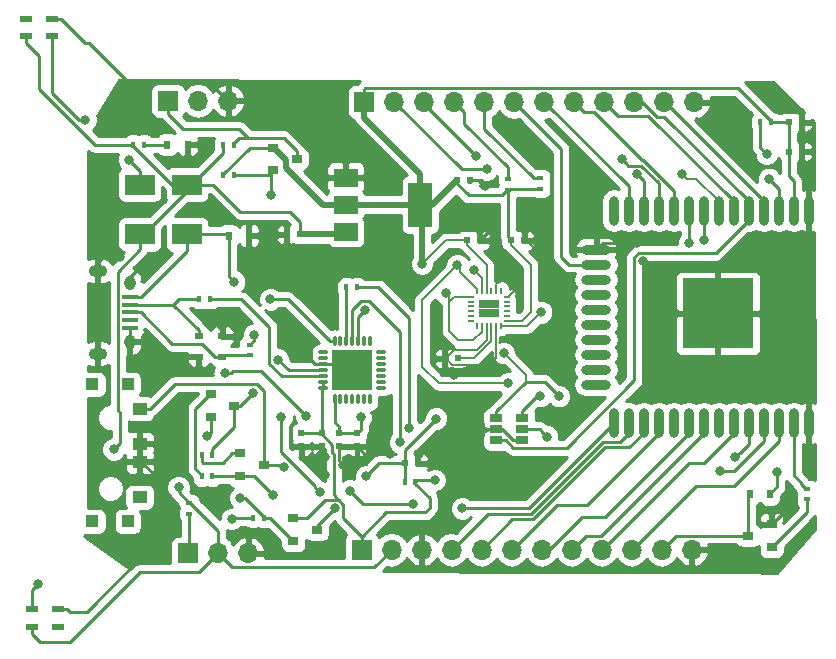
<source format=gtl>
G04 #@! TF.GenerationSoftware,KiCad,Pcbnew,no-vcs-found-aeac415~59~ubuntu16.04.1*
G04 #@! TF.CreationDate,2017-08-23T23:17:54+02:00*
G04 #@! TF.ProjectId,GhostESP32,47686F737445535033322E6B69636164,rev?*
G04 #@! TF.SameCoordinates,Original*
G04 #@! TF.FileFunction,Copper,L1,Top,Signal*
G04 #@! TF.FilePolarity,Positive*
%FSLAX46Y46*%
G04 Gerber Fmt 4.6, Leading zero omitted, Abs format (unit mm)*
G04 Created by KiCad (PCBNEW no-vcs-found-aeac415~59~ubuntu16.04.1) date Wed Aug 23 23:17:54 2017*
%MOMM*%
%LPD*%
G01*
G04 APERTURE LIST*
%ADD10R,1.700000X1.700000*%
%ADD11O,1.700000X1.700000*%
%ADD12R,2.500000X1.800000*%
%ADD13R,0.400000X0.600000*%
%ADD14R,1.000000X0.600000*%
%ADD15R,0.600000X0.500000*%
%ADD16R,0.500000X0.600000*%
%ADD17O,1.550000X1.000000*%
%ADD18O,0.950000X1.250000*%
%ADD19R,1.350000X0.400000*%
%ADD20R,0.600000X0.800000*%
%ADD21R,0.800000X0.600000*%
%ADD22R,0.875000X0.800000*%
%ADD23R,0.200000X0.550000*%
%ADD24R,0.550000X0.200000*%
%ADD25R,1.675000X1.675000*%
%ADD26O,0.300000X0.850000*%
%ADD27O,0.850000X0.300000*%
%ADD28O,0.900000X2.500000*%
%ADD29O,2.500000X0.900000*%
%ADD30R,6.000000X6.000000*%
%ADD31R,1.300000X1.000000*%
%ADD32R,1.100000X1.000000*%
%ADD33R,0.600000X0.400000*%
%ADD34R,2.000000X1.500000*%
%ADD35R,2.000000X3.800000*%
%ADD36R,0.900000X0.800000*%
%ADD37R,1.060000X0.650000*%
%ADD38C,0.800000*%
%ADD39C,0.250000*%
%ADD40C,0.150000*%
%ADD41C,0.180000*%
%ADD42C,0.500000*%
%ADD43C,0.254000*%
G04 APERTURE END LIST*
D10*
X125600000Y-125000000D03*
D11*
X128140000Y-125000000D03*
X130680000Y-125000000D03*
D12*
X125500000Y-93800000D03*
X121500000Y-93800000D03*
D13*
X128550000Y-93000000D03*
X129450000Y-93000000D03*
D14*
X112360000Y-131250000D03*
X112400000Y-129750000D03*
X114600000Y-129750000D03*
X114600000Y-131250000D03*
X114100000Y-81250000D03*
X114100000Y-79750000D03*
X111900000Y-79750000D03*
X111860000Y-81250000D03*
D15*
X143950000Y-117400000D03*
X145050000Y-117400000D03*
X154050000Y-98500000D03*
X152950000Y-98500000D03*
X148450000Y-108500000D03*
X147350000Y-108500000D03*
X150300000Y-98500000D03*
X149200000Y-98500000D03*
X176450000Y-91000000D03*
X177550000Y-91000000D03*
X177550000Y-88500000D03*
X176450000Y-88500000D03*
D16*
X138400000Y-114850000D03*
X138400000Y-115950000D03*
X139900000Y-115950000D03*
X139900000Y-114850000D03*
X136900000Y-114850000D03*
X136900000Y-115950000D03*
X135200000Y-115950000D03*
X135200000Y-114850000D03*
D15*
X148350000Y-93400000D03*
X149450000Y-93400000D03*
X133950000Y-98000000D03*
X135050000Y-98000000D03*
D17*
X117950000Y-108100000D03*
X117950000Y-101100000D03*
D18*
X120650000Y-107100000D03*
X120650000Y-102100000D03*
D19*
X120650000Y-105900000D03*
X120650000Y-105250000D03*
X120650000Y-104600000D03*
X120650000Y-103950000D03*
X120650000Y-103300000D03*
D20*
X130750000Y-98100000D03*
X129050000Y-98100000D03*
D21*
X128500000Y-108350000D03*
X128500000Y-106650000D03*
X126500000Y-108350000D03*
X126500000Y-106650000D03*
D20*
X125550000Y-90400000D03*
X123850000Y-90400000D03*
X174850000Y-120000000D03*
X173150000Y-120000000D03*
D12*
X125500000Y-98000000D03*
X121500000Y-98000000D03*
D22*
X150630000Y-103900000D03*
X150630000Y-104700000D03*
X151500000Y-103900000D03*
X151500000Y-104700000D03*
D23*
X150065000Y-102800000D03*
X150465000Y-102800000D03*
X150865000Y-102800000D03*
X151265000Y-102800000D03*
X151665000Y-102800000D03*
X152065000Y-102800000D03*
D24*
X152565000Y-103300000D03*
X152565000Y-103700000D03*
X152565000Y-104100000D03*
X152565000Y-104500000D03*
X152565000Y-104900000D03*
X152565000Y-105300000D03*
D23*
X152065000Y-105800000D03*
X151665000Y-105800000D03*
X151265000Y-105800000D03*
X150865000Y-105800000D03*
X150465000Y-105800000D03*
X150065000Y-105800000D03*
D24*
X149565000Y-105300000D03*
X149565000Y-104900000D03*
X149565000Y-104500000D03*
X149565000Y-104100000D03*
X149565000Y-103700000D03*
X149565000Y-103300000D03*
D25*
X138662500Y-108662500D03*
X138662500Y-110337500D03*
X140337500Y-108662500D03*
X140337500Y-110337500D03*
D26*
X138000000Y-107050000D03*
X138500000Y-107050000D03*
X139000000Y-107050000D03*
X139500000Y-107050000D03*
X140000000Y-107050000D03*
X140500000Y-107050000D03*
X141000000Y-107050000D03*
D27*
X141950000Y-108000000D03*
X141950000Y-108500000D03*
X141950000Y-109000000D03*
X141950000Y-109500000D03*
X141950000Y-110000000D03*
X141950000Y-110500000D03*
X141950000Y-111000000D03*
D26*
X141000000Y-111950000D03*
X140500000Y-111950000D03*
X140000000Y-111950000D03*
X139500000Y-111950000D03*
X139000000Y-111950000D03*
X138500000Y-111950000D03*
X138000000Y-111950000D03*
D27*
X137050000Y-111000000D03*
X137050000Y-110500000D03*
X137050000Y-110000000D03*
X137050000Y-109500000D03*
X137050000Y-109000000D03*
X137050000Y-108500000D03*
X137050000Y-108000000D03*
D28*
X178150000Y-114000000D03*
X176880000Y-114000000D03*
X175610000Y-114000000D03*
X174340000Y-114000000D03*
X173070000Y-114000000D03*
X171800000Y-114000000D03*
X170530000Y-114000000D03*
X169260000Y-114000000D03*
X167990000Y-114000000D03*
X166720000Y-114000000D03*
X165450000Y-114000000D03*
X164180000Y-114000000D03*
X162910000Y-114000000D03*
X161640000Y-114000000D03*
D29*
X160150000Y-110715000D03*
X160150000Y-109445000D03*
X160150000Y-108175000D03*
X160150000Y-106905000D03*
X160150000Y-105635000D03*
X160150000Y-104365000D03*
X160150000Y-103095000D03*
X160150000Y-101825000D03*
X160150000Y-100555000D03*
X160150000Y-99285000D03*
D28*
X161640000Y-96000000D03*
X162910000Y-96000000D03*
X164180000Y-96000000D03*
X165450000Y-96000000D03*
X166720000Y-96000000D03*
X167990000Y-96000000D03*
X169260000Y-96000000D03*
X170530000Y-96000000D03*
X171800000Y-96000000D03*
X173070000Y-96000000D03*
X174340000Y-96000000D03*
X175610000Y-96000000D03*
X176880000Y-96000000D03*
X178150000Y-96000000D03*
D30*
X170450000Y-104700000D03*
D31*
X121500000Y-112750000D03*
X121500000Y-115750000D03*
X121500000Y-117250000D03*
X121500000Y-120250000D03*
D32*
X120500000Y-110700000D03*
X117500000Y-110700000D03*
X120500000Y-122300000D03*
X117500000Y-122300000D03*
D11*
X128980000Y-86700000D03*
X126440000Y-86700000D03*
D10*
X123900000Y-86700000D03*
X140300000Y-124700000D03*
D11*
X142840000Y-124700000D03*
X145380000Y-124700000D03*
X147920000Y-124700000D03*
X150460000Y-124700000D03*
X153000000Y-124700000D03*
X155540000Y-124700000D03*
X158080000Y-124700000D03*
X160620000Y-124700000D03*
X163160000Y-124700000D03*
X165700000Y-124700000D03*
X168240000Y-124700000D03*
X168460000Y-86800000D03*
X165920000Y-86800000D03*
X163380000Y-86800000D03*
X160840000Y-86800000D03*
X158300000Y-86800000D03*
X155760000Y-86800000D03*
X153220000Y-86800000D03*
X150680000Y-86800000D03*
X148140000Y-86800000D03*
X145600000Y-86800000D03*
X143060000Y-86800000D03*
D10*
X140520000Y-86800000D03*
D13*
X129450000Y-90400000D03*
X128550000Y-90400000D03*
X144850000Y-119000000D03*
X143950000Y-119000000D03*
D33*
X152700000Y-93350000D03*
X152700000Y-94250000D03*
D13*
X126750000Y-116700000D03*
X127650000Y-116700000D03*
X127650000Y-118500000D03*
X126750000Y-118500000D03*
D33*
X130800000Y-107350000D03*
X130800000Y-108250000D03*
D13*
X126550000Y-103500000D03*
X127450000Y-103500000D03*
X120950000Y-90400000D03*
X121850000Y-90400000D03*
X174050000Y-88500000D03*
X174950000Y-88500000D03*
X139900000Y-102500000D03*
X139000000Y-102500000D03*
X132000000Y-122000000D03*
X131100000Y-122000000D03*
D33*
X125700000Y-121650000D03*
X125700000Y-120750000D03*
X155400000Y-94150000D03*
X155400000Y-93250000D03*
X178000000Y-119550000D03*
X178000000Y-120450000D03*
D34*
X138950000Y-93200000D03*
X138950000Y-97800000D03*
X138950000Y-95500000D03*
D35*
X145250000Y-95500000D03*
D36*
X129500000Y-112500000D03*
X127500000Y-113450000D03*
X127500000Y-111550000D03*
X175000000Y-124450000D03*
X175000000Y-122550000D03*
X173000000Y-123500000D03*
X132000000Y-117500000D03*
X130000000Y-118450000D03*
X130000000Y-116550000D03*
X132800000Y-90650000D03*
X132800000Y-92550000D03*
X134800000Y-91600000D03*
X136500000Y-123000000D03*
X134500000Y-123950000D03*
X134500000Y-122050000D03*
D37*
X153900000Y-114500000D03*
X153900000Y-113550000D03*
X153900000Y-115450000D03*
X151700000Y-115450000D03*
X151700000Y-114500000D03*
X151700000Y-113550000D03*
D38*
X156000000Y-115125010D03*
X145400000Y-100500000D03*
X147400000Y-103000000D03*
X129300000Y-122100000D03*
X146500000Y-118800000D03*
X152700000Y-110600000D03*
X148400000Y-100600000D03*
X168000000Y-98700000D03*
X155400000Y-111700000D03*
X137200000Y-118400000D03*
X138700000Y-117500000D03*
X135900000Y-117200000D03*
X140600000Y-117100000D03*
X137167335Y-116815156D03*
X119800000Y-99900000D03*
X121900000Y-100400000D03*
X147800000Y-112000000D03*
X148100000Y-109900000D03*
X127100000Y-90200000D03*
X142700000Y-116600000D03*
X127400000Y-105000000D03*
X176300000Y-120900000D03*
X178000000Y-117500000D03*
X155500000Y-99800000D03*
X153600000Y-102400000D03*
X163600000Y-98700000D03*
X164100000Y-100300000D03*
X151100000Y-96900000D03*
X150700000Y-93900000D03*
X133000000Y-100700000D03*
X133300000Y-104700000D03*
X152340010Y-108066399D03*
X149800000Y-101000000D03*
X169300000Y-98500000D03*
X157000000Y-111700000D03*
X138000000Y-121200000D03*
X150000000Y-91400000D03*
X162300000Y-91600000D03*
X130000000Y-120300000D03*
X132600000Y-94700000D03*
X150900000Y-92500000D03*
X163600000Y-92900000D03*
X140674979Y-118471168D03*
X174774990Y-93300000D03*
X133700000Y-117700000D03*
X146600000Y-113600000D03*
X132800000Y-120100000D03*
X140600000Y-104400000D03*
X132574990Y-103500000D03*
X131100000Y-111400000D03*
X136770891Y-119850012D03*
X144654990Y-120802532D03*
X148800000Y-121200000D03*
X139300000Y-119700000D03*
X133500000Y-113500000D03*
X127200000Y-115100000D03*
X124800000Y-119400000D03*
X119300000Y-116200000D03*
X171941015Y-116873665D03*
X144300000Y-114400000D03*
X175500000Y-118100000D03*
X174600000Y-91200000D03*
X131200000Y-106500000D03*
X133200000Y-108600000D03*
X120600000Y-91700000D03*
X143550010Y-115600000D03*
X170600000Y-118000000D03*
X167400000Y-92900000D03*
X155500000Y-104600000D03*
X140200000Y-113500000D03*
X135600000Y-113400000D03*
X128700000Y-109700000D03*
X129500000Y-102000000D03*
X116900000Y-88300000D03*
X112900000Y-127600000D03*
D39*
X135200000Y-122050000D02*
X134500000Y-122050000D01*
X135643905Y-122050000D02*
X135200000Y-122050000D01*
X138348002Y-120474998D02*
X137218907Y-120474998D01*
X138750000Y-120876996D02*
X138348002Y-120474998D01*
X137218907Y-120474998D02*
X135643905Y-122050000D01*
X137925002Y-120051998D02*
X138750000Y-120876996D01*
X137824999Y-116474998D02*
X137925002Y-116575001D01*
X137824999Y-115824999D02*
X137824999Y-116474998D01*
X136900000Y-114850000D02*
X136900000Y-114900000D01*
X136900000Y-114900000D02*
X137824999Y-115824999D01*
X137925002Y-116575001D02*
X137925002Y-120051998D01*
X140300000Y-123600000D02*
X142372466Y-121527534D01*
X145673012Y-121527534D02*
X146050012Y-121150534D01*
X146050012Y-121150534D02*
X146050012Y-120300012D01*
X140300000Y-124700000D02*
X140300000Y-123600000D01*
X146050012Y-120300012D02*
X144850000Y-119100000D01*
X144850000Y-119100000D02*
X144850000Y-119000000D01*
X142372466Y-121527534D02*
X145673012Y-121527534D01*
D40*
X149200000Y-98500000D02*
X147400000Y-98500000D01*
X147400000Y-98500000D02*
X145400000Y-100500000D01*
D41*
X147700000Y-106200000D02*
X148458849Y-106958849D01*
X148458849Y-106958849D02*
X149761151Y-106958849D01*
X149761151Y-106958849D02*
X150465000Y-106255000D01*
X150465000Y-106255000D02*
X150465000Y-105800000D01*
X147700000Y-103700000D02*
X147700000Y-106200000D01*
D39*
X149275002Y-94625002D02*
X148200000Y-93550000D01*
X149350000Y-94700000D02*
X149275002Y-94625002D01*
X152150000Y-94700000D02*
X149350000Y-94700000D01*
X152600000Y-94250000D02*
X152150000Y-94700000D01*
X152700000Y-94250000D02*
X152600000Y-94250000D01*
X176450000Y-91000000D02*
X176450000Y-88500000D01*
X174950000Y-88500000D02*
X176450000Y-88500000D01*
X140520000Y-86800000D02*
X140520000Y-85700000D01*
X140520000Y-85700000D02*
X140595001Y-85624999D01*
X140595001Y-85624999D02*
X172174999Y-85624999D01*
X172174999Y-85624999D02*
X174950000Y-88400000D01*
X174950000Y-88400000D02*
X174950000Y-88500000D01*
D42*
X146250000Y-95500000D02*
X148200000Y-93550000D01*
X148200000Y-93550000D02*
X148350000Y-93400000D01*
D39*
X155400000Y-94150000D02*
X152800000Y-94150000D01*
X152800000Y-94150000D02*
X152700000Y-94250000D01*
X152700000Y-94250000D02*
X152700000Y-98250000D01*
X152700000Y-98250000D02*
X152950000Y-98500000D01*
D42*
X145400000Y-100500000D02*
X145400000Y-95650000D01*
X145400000Y-95650000D02*
X145250000Y-95500000D01*
D39*
X155600001Y-114725011D02*
X156000000Y-115125010D01*
X153900000Y-114500000D02*
X155374990Y-114500000D01*
X155374990Y-114500000D02*
X155600001Y-114725011D01*
D42*
X140520000Y-86800000D02*
X140520000Y-88150000D01*
X140520000Y-88150000D02*
X145250000Y-92880000D01*
X145250000Y-92880000D02*
X145250000Y-95500000D01*
D39*
X128550000Y-93000000D02*
X128550000Y-92900000D01*
X128550000Y-92900000D02*
X130800000Y-90650000D01*
X130800000Y-90650000D02*
X132100000Y-90650000D01*
X132100000Y-90650000D02*
X132800000Y-90650000D01*
D42*
X132800000Y-90650000D02*
X132850000Y-90650000D01*
X132850000Y-90650000D02*
X133899999Y-91699999D01*
X133899999Y-91699999D02*
X133899999Y-92360001D01*
X133899999Y-92360001D02*
X137039998Y-95500000D01*
X137039998Y-95500000D02*
X137450000Y-95500000D01*
X137450000Y-95500000D02*
X138950000Y-95500000D01*
X138950000Y-95500000D02*
X140450000Y-95500000D01*
X140450000Y-95500000D02*
X145250000Y-95500000D01*
X145250000Y-95500000D02*
X146250000Y-95500000D01*
D41*
X148100000Y-103300000D02*
X147700000Y-103700000D01*
X147700000Y-103700000D02*
X147700000Y-103300000D01*
X147700000Y-103300000D02*
X147400000Y-103000000D01*
X149565000Y-103300000D02*
X148100000Y-103300000D01*
X152565000Y-105300000D02*
X153900000Y-105300000D01*
X153900000Y-105300000D02*
X154600000Y-104600000D01*
X154600000Y-104600000D02*
X154600000Y-100580000D01*
X154600000Y-100580000D02*
X152950000Y-98930000D01*
X152950000Y-98930000D02*
X152950000Y-98500000D01*
D40*
X149200000Y-98500000D02*
X149200000Y-98900000D01*
X149200000Y-98900000D02*
X150865000Y-100565000D01*
X150865000Y-100565000D02*
X150865000Y-102800000D01*
D39*
X135200000Y-114850000D02*
X136900000Y-114850000D01*
X131100000Y-122000000D02*
X129400000Y-122000000D01*
X129400000Y-122000000D02*
X129300000Y-122100000D01*
X138750000Y-122050000D02*
X138750000Y-120876996D01*
X146500000Y-118800000D02*
X145050000Y-118800000D01*
X145050000Y-118800000D02*
X144850000Y-119000000D01*
X137050000Y-110500000D02*
X137050000Y-111000000D01*
X136900000Y-114850000D02*
X136900000Y-111150000D01*
X136900000Y-111150000D02*
X137050000Y-111000000D01*
X140300000Y-123600000D02*
X138750000Y-122050000D01*
X176450000Y-93050000D02*
X176880000Y-93480000D01*
X176880000Y-93480000D02*
X176880000Y-96000000D01*
X176450000Y-91000000D02*
X176450000Y-93050000D01*
X148989999Y-87649999D02*
X148140000Y-86800000D01*
X152700000Y-92326998D02*
X148989999Y-88616997D01*
X152700000Y-93350000D02*
X152700000Y-92326998D01*
X148989999Y-88616997D02*
X148989999Y-87649999D01*
D41*
X152700000Y-110600000D02*
X146800000Y-110600000D01*
X146800000Y-110600000D02*
X145400000Y-109200000D01*
X145400000Y-109200000D02*
X145400000Y-103600000D01*
X145400000Y-103600000D02*
X148400000Y-100600000D01*
X148640000Y-101200000D02*
X148640000Y-100840000D01*
X148640000Y-100840000D02*
X148400000Y-100600000D01*
X150065000Y-102800000D02*
X150065000Y-102625000D01*
X150065000Y-102625000D02*
X148640000Y-101200000D01*
D39*
X168000000Y-98700000D02*
X168000000Y-96010000D01*
X168000000Y-96010000D02*
X167990000Y-96000000D01*
X153900000Y-113550000D02*
X153900000Y-112975000D01*
X153900000Y-112975000D02*
X155175000Y-111700000D01*
X155175000Y-111700000D02*
X155400000Y-111700000D01*
X137200000Y-118400000D02*
X137200000Y-116250000D01*
X137200000Y-116250000D02*
X136900000Y-115950000D01*
X138400000Y-117200000D02*
X138700000Y-117500000D01*
X138400000Y-115950000D02*
X138400000Y-117200000D01*
X136900000Y-115950000D02*
X136900000Y-116200000D01*
X136900000Y-116200000D02*
X135900000Y-117200000D01*
X140600000Y-117100000D02*
X140600000Y-116650000D01*
X140600000Y-116650000D02*
X139900000Y-115950000D01*
X136900000Y-115950000D02*
X136900000Y-116547821D01*
X136900000Y-116547821D02*
X137167335Y-116815156D01*
X119800000Y-99900000D02*
X118400000Y-99900000D01*
X118400000Y-99900000D02*
X117950000Y-100350000D01*
X117950000Y-100350000D02*
X117950000Y-101100000D01*
X120650000Y-102100000D02*
X120650000Y-101650000D01*
X120650000Y-101650000D02*
X121900000Y-100400000D01*
X147800000Y-112000000D02*
X147800000Y-112565685D01*
X147800000Y-112565685D02*
X149734315Y-114500000D01*
X149734315Y-114500000D02*
X150920000Y-114500000D01*
X150920000Y-114500000D02*
X151700000Y-114500000D01*
X147350000Y-108500000D02*
X147350000Y-109150000D01*
X147350000Y-109150000D02*
X148100000Y-109900000D01*
X125550000Y-90400000D02*
X126900000Y-90400000D01*
X126900000Y-90400000D02*
X127100000Y-90200000D01*
X142050000Y-115950000D02*
X142700000Y-116600000D01*
X139900000Y-115950000D02*
X142050000Y-115950000D01*
X120650000Y-107100000D02*
X120650000Y-105900000D01*
X128500000Y-106650000D02*
X128500000Y-106100000D01*
X128500000Y-106100000D02*
X127400000Y-105000000D01*
X176300000Y-120900000D02*
X176300000Y-121250000D01*
X176300000Y-121250000D02*
X175000000Y-122550000D01*
X178150000Y-114000000D02*
X178150000Y-117350000D01*
X178150000Y-117350000D02*
X178000000Y-117500000D01*
D40*
X152400000Y-101600000D02*
X152800000Y-101600000D01*
X152800000Y-101600000D02*
X153600000Y-102400000D01*
X151999999Y-102000001D02*
X152400000Y-101600000D01*
X151665000Y-102235000D02*
X151899999Y-102000001D01*
X151899999Y-102000001D02*
X151999999Y-102000001D01*
X151665000Y-102800000D02*
X151665000Y-102235000D01*
X155500000Y-99800000D02*
X154200000Y-98500000D01*
X154200000Y-98500000D02*
X154050000Y-98500000D01*
X152565000Y-103300000D02*
X152700000Y-103300000D01*
X152700000Y-103300000D02*
X153600000Y-102400000D01*
X151665000Y-108435000D02*
X151074999Y-109025001D01*
X151074999Y-109025001D02*
X147925001Y-109025001D01*
X147925001Y-109025001D02*
X147400000Y-108500000D01*
X147400000Y-108500000D02*
X147350000Y-108500000D01*
X150045009Y-107765011D02*
X148134989Y-107765011D01*
X150865000Y-105800000D02*
X150865000Y-106945020D01*
X151665000Y-105800000D02*
X151665000Y-108435000D01*
X150865000Y-106945020D02*
X150045009Y-107765011D01*
X148134989Y-107765011D02*
X147400000Y-108500000D01*
D39*
X163600000Y-98700000D02*
X160735000Y-98700000D01*
X160735000Y-98700000D02*
X160150000Y-99285000D01*
X164100000Y-101600000D02*
X164100000Y-100300000D01*
X167200000Y-104700000D02*
X164100000Y-101600000D01*
X170450000Y-104700000D02*
X167200000Y-104700000D01*
X151100000Y-96900000D02*
X151100000Y-97700000D01*
X151100000Y-97700000D02*
X150300000Y-98500000D01*
X149450000Y-93400000D02*
X150200000Y-93400000D01*
X150200000Y-93400000D02*
X150700000Y-93900000D01*
X133000000Y-100700000D02*
X133950000Y-99750000D01*
X133950000Y-99750000D02*
X133950000Y-98000000D01*
X137050000Y-109000000D02*
X136375000Y-109000000D01*
X136375000Y-109000000D02*
X133300000Y-105925000D01*
X133300000Y-105925000D02*
X133300000Y-104700000D01*
X151700000Y-114500000D02*
X147450000Y-114500000D01*
X147450000Y-114500000D02*
X145050000Y-116900000D01*
X145050000Y-116900000D02*
X145050000Y-117400000D01*
X153900000Y-115450000D02*
X153120000Y-115450000D01*
X153120000Y-115450000D02*
X152170000Y-114500000D01*
X152170000Y-114500000D02*
X151700000Y-114500000D01*
X120600000Y-85200000D02*
X127480000Y-85200000D01*
X127480000Y-85200000D02*
X128980000Y-86700000D01*
X117200000Y-81800000D02*
X120600000Y-85200000D01*
X116900000Y-81800000D02*
X117200000Y-81800000D01*
X114100000Y-79750000D02*
X114850000Y-79750000D01*
X114850000Y-79750000D02*
X116900000Y-81800000D01*
X114600000Y-129750000D02*
X115350000Y-129750000D01*
X121650000Y-117250000D02*
X121500000Y-117250000D01*
X115350000Y-129750000D02*
X115600000Y-130000000D01*
X115600000Y-130000000D02*
X117000000Y-130000000D01*
X117000000Y-130000000D02*
X123600000Y-123400000D01*
X123600000Y-123400000D02*
X123600000Y-118500000D01*
X122900000Y-118500000D02*
X121650000Y-117250000D01*
X123600000Y-118500000D02*
X122900000Y-118500000D01*
X135200000Y-115950000D02*
X136900000Y-115950000D01*
X137050000Y-109000000D02*
X138325000Y-109000000D01*
X138325000Y-109000000D02*
X138662500Y-108662500D01*
X173070000Y-96800000D02*
X173070000Y-96000000D01*
X170295002Y-99574998D02*
X173070000Y-96800000D01*
X163374998Y-99951998D02*
X163751998Y-99574998D01*
X157643970Y-116100001D02*
X163374998Y-110368973D01*
X152480000Y-115450000D02*
X153130001Y-116100001D01*
X163374998Y-110368973D02*
X163374998Y-99951998D01*
X163751998Y-99574998D02*
X170295002Y-99574998D01*
X151700000Y-115450000D02*
X152480000Y-115450000D01*
X153130001Y-116100001D02*
X157643970Y-116100001D01*
X165919989Y-88049989D02*
X165286399Y-88049989D01*
X173070000Y-95200000D02*
X165919989Y-88049989D01*
X164036410Y-86800000D02*
X163380000Y-86800000D01*
X165286399Y-88049989D02*
X164036410Y-86800000D01*
X173070000Y-96000000D02*
X173070000Y-95200000D01*
D41*
X154175000Y-110500000D02*
X154175000Y-109901389D01*
X154175000Y-109901389D02*
X152740009Y-108466398D01*
X152740009Y-108466398D02*
X152340010Y-108066399D01*
D39*
X155400000Y-93250000D02*
X154850000Y-93250000D01*
X150680000Y-88002081D02*
X150680000Y-86800000D01*
X154850000Y-93250000D02*
X150680000Y-89080000D01*
X150680000Y-89080000D02*
X150680000Y-88002081D01*
D40*
X150465000Y-102800000D02*
X150465000Y-101665000D01*
X150465000Y-101665000D02*
X149800000Y-101000000D01*
D39*
X169300000Y-98500000D02*
X169300000Y-96040000D01*
X169300000Y-96040000D02*
X169260000Y-96000000D01*
X154175000Y-110500000D02*
X155800000Y-110500000D01*
X155800000Y-110500000D02*
X157000000Y-111700000D01*
X151700000Y-113550000D02*
X151700000Y-112975000D01*
X151700000Y-112975000D02*
X154175000Y-110500000D01*
X136500000Y-122700000D02*
X138000000Y-121200000D01*
X136500000Y-123000000D02*
X136500000Y-122700000D01*
X125700000Y-121650000D02*
X125700000Y-124900000D01*
X125700000Y-124900000D02*
X125600000Y-125000000D01*
X162874998Y-92174998D02*
X162699999Y-91999999D01*
X165450000Y-96000000D02*
X165450000Y-93676996D01*
X163948002Y-92174998D02*
X162874998Y-92174998D01*
X162699999Y-91999999D02*
X162300000Y-91600000D01*
X165450000Y-93676996D02*
X163948002Y-92174998D01*
X150000000Y-91400000D02*
X145600000Y-87000000D01*
X145600000Y-87000000D02*
X145600000Y-86800000D01*
X132000000Y-122000000D02*
X132000000Y-121900000D01*
X132000000Y-121900000D02*
X130400000Y-120300000D01*
X130400000Y-120300000D02*
X130000000Y-120300000D01*
X134500000Y-123950000D02*
X134450000Y-123950000D01*
X134450000Y-123950000D02*
X132500000Y-122000000D01*
X132500000Y-122000000D02*
X132000000Y-122000000D01*
X132600000Y-94700000D02*
X132600000Y-92750000D01*
X132600000Y-92750000D02*
X132800000Y-92550000D01*
X150900000Y-92500000D02*
X148760000Y-92500000D01*
X148760000Y-92500000D02*
X143060000Y-86800000D01*
X164180000Y-93480000D02*
X163600000Y-92900000D01*
X164180000Y-96000000D02*
X164180000Y-93480000D01*
X129450000Y-93000000D02*
X132350000Y-93000000D01*
X132350000Y-93000000D02*
X132800000Y-92550000D01*
X129900000Y-89850000D02*
X130700000Y-89850000D01*
X130700000Y-89850000D02*
X133700000Y-89850000D01*
X125200000Y-89100000D02*
X129950000Y-89100000D01*
X129950000Y-89100000D02*
X130700000Y-89850000D01*
X123900000Y-86700000D02*
X123900000Y-87800000D01*
X123900000Y-87800000D02*
X125200000Y-89100000D01*
X129450000Y-90400000D02*
X129450000Y-90300000D01*
X129450000Y-90300000D02*
X129900000Y-89850000D01*
X133700000Y-89850000D02*
X134800000Y-90950000D01*
X134800000Y-90950000D02*
X134800000Y-91600000D01*
X143950000Y-117400000D02*
X141746147Y-117400000D01*
X141746147Y-117400000D02*
X141074978Y-118071169D01*
X141074978Y-118071169D02*
X140674979Y-118471168D01*
X175174989Y-93699999D02*
X174774990Y-93300000D01*
X175610000Y-94135010D02*
X175174989Y-93699999D01*
X175610000Y-96000000D02*
X175610000Y-94135010D01*
X132000000Y-116850000D02*
X132000000Y-117500000D01*
X131448002Y-110674998D02*
X132000000Y-111226996D01*
X124475002Y-110674998D02*
X131448002Y-110674998D01*
X132000000Y-111226996D02*
X132000000Y-116850000D01*
X122400000Y-112750000D02*
X124475002Y-110674998D01*
X121500000Y-112750000D02*
X122400000Y-112750000D01*
X133500000Y-117500000D02*
X133700000Y-117700000D01*
X132000000Y-117500000D02*
X133500000Y-117500000D01*
X143950000Y-117400000D02*
X143950000Y-116250000D01*
X143950000Y-116250000D02*
X146600000Y-113600000D01*
X143950000Y-119000000D02*
X143950000Y-117400000D01*
X130000000Y-118450000D02*
X127700000Y-118450000D01*
X127700000Y-118450000D02*
X127650000Y-118500000D01*
X132800000Y-120100000D02*
X131150000Y-118450000D01*
X131150000Y-118450000D02*
X130000000Y-118450000D01*
X140000000Y-107050000D02*
X140000000Y-105000000D01*
X140000000Y-105000000D02*
X140600000Y-104400000D01*
X126750000Y-116700000D02*
X126750000Y-117250000D01*
X126750000Y-117250000D02*
X126825001Y-117325001D01*
X126825001Y-117325001D02*
X128524999Y-117325001D01*
X128524999Y-117325001D02*
X129300000Y-116550000D01*
X129300000Y-116550000D02*
X130000000Y-116550000D01*
X178000000Y-120450000D02*
X178000000Y-121500000D01*
X178000000Y-121500000D02*
X175050000Y-124450000D01*
X175050000Y-124450000D02*
X175000000Y-124450000D01*
X165700000Y-124700000D02*
X166900000Y-123500000D01*
X166900000Y-123500000D02*
X173000000Y-123500000D01*
X173000000Y-123500000D02*
X173000000Y-120150000D01*
X173000000Y-120150000D02*
X173150000Y-120000000D01*
X133140675Y-103500000D02*
X132574990Y-103500000D01*
X137600000Y-107050000D02*
X134050000Y-103500000D01*
X138000000Y-107050000D02*
X137600000Y-107050000D01*
X134050000Y-103500000D02*
X133140675Y-103500000D01*
X129500000Y-112500000D02*
X130000000Y-112500000D01*
X130000000Y-112500000D02*
X131100000Y-111400000D01*
X127650000Y-116700000D02*
X127650000Y-116150000D01*
X127650000Y-116150000D02*
X129500000Y-114300000D01*
X129500000Y-114300000D02*
X129500000Y-113150000D01*
X129500000Y-113150000D02*
X129500000Y-112500000D01*
X133500000Y-116414844D02*
X136370892Y-119285736D01*
X136370892Y-119285736D02*
X136370892Y-119450013D01*
X133500000Y-113500000D02*
X133500000Y-116414844D01*
X136370892Y-119450013D02*
X136770891Y-119850012D01*
X140402532Y-120802532D02*
X144089305Y-120802532D01*
X139300000Y-119700000D02*
X140402532Y-120802532D01*
X144089305Y-120802532D02*
X144654990Y-120802532D01*
X154440000Y-121200000D02*
X161640000Y-114000000D01*
X148800000Y-121200000D02*
X154440000Y-121200000D01*
X127500000Y-113450000D02*
X127500000Y-114800000D01*
X127500000Y-114800000D02*
X127200000Y-115100000D01*
X126750000Y-118500000D02*
X126750000Y-118400000D01*
X126750000Y-118400000D02*
X126224999Y-117874999D01*
X126224999Y-117874999D02*
X126224999Y-112775001D01*
X126224999Y-112775001D02*
X127450000Y-111550000D01*
X127450000Y-111550000D02*
X127500000Y-111550000D01*
X119624999Y-101148003D02*
X119624999Y-112903997D01*
X119699999Y-115800001D02*
X119300000Y-116200000D01*
X119624999Y-112903997D02*
X119825001Y-113103999D01*
X119825001Y-113103999D02*
X119825001Y-115674999D01*
X121500000Y-99273002D02*
X119624999Y-101148003D01*
X121500000Y-98000000D02*
X121500000Y-99273002D01*
X119825001Y-115674999D02*
X119699999Y-115800001D01*
X134200000Y-96100000D02*
X135050000Y-96950000D01*
X135050000Y-96950000D02*
X135050000Y-98000000D01*
X130035002Y-96100000D02*
X134200000Y-96100000D01*
X125500000Y-93800000D02*
X127735002Y-93800000D01*
X127735002Y-93800000D02*
X130035002Y-96100000D01*
X124800000Y-119400000D02*
X124800000Y-119850000D01*
X124800000Y-119850000D02*
X125700000Y-120750000D01*
X128550000Y-90400000D02*
X128550000Y-91100000D01*
X128550000Y-91100000D02*
X125850000Y-93800000D01*
X125850000Y-93800000D02*
X125500000Y-93800000D01*
D42*
X135050000Y-98000000D02*
X138750000Y-98000000D01*
X138750000Y-98000000D02*
X138950000Y-97800000D01*
D39*
X121500000Y-126600000D02*
X126540000Y-126600000D01*
X126540000Y-126600000D02*
X128140000Y-125000000D01*
X115600000Y-132500000D02*
X121500000Y-126600000D01*
X113060000Y-132500000D02*
X115600000Y-132500000D01*
X112360000Y-131250000D02*
X112360000Y-131800000D01*
X112360000Y-131800000D02*
X113060000Y-132500000D01*
X128140000Y-125000000D02*
X128140000Y-123090000D01*
X128140000Y-123090000D02*
X125800000Y-120750000D01*
X125800000Y-120750000D02*
X125700000Y-120750000D01*
X128140000Y-125000000D02*
X129315001Y-126175001D01*
X141364999Y-126175001D02*
X142840000Y-124700000D01*
X129315001Y-126175001D02*
X141364999Y-126175001D01*
X121500000Y-98000000D02*
X121850000Y-98000000D01*
X121850000Y-98000000D02*
X125500000Y-94350000D01*
X125500000Y-94350000D02*
X125500000Y-93800000D01*
X125500000Y-93800000D02*
X124250000Y-93800000D01*
X124250000Y-93800000D02*
X120950000Y-90500000D01*
X120950000Y-90500000D02*
X120950000Y-90400000D01*
X113000000Y-85700000D02*
X117700000Y-90400000D01*
X117700000Y-90400000D02*
X120950000Y-90400000D01*
X113000000Y-82940000D02*
X113000000Y-85700000D01*
X111860000Y-81250000D02*
X111860000Y-81800000D01*
X111860000Y-81800000D02*
X113000000Y-82940000D01*
X128140000Y-124640000D02*
X128140000Y-125000000D01*
X176880000Y-118430000D02*
X177450000Y-119000000D01*
X177900000Y-119550000D02*
X178000000Y-119550000D01*
X177450000Y-119000000D02*
X177450000Y-119100000D01*
X176880000Y-114000000D02*
X176880000Y-118430000D01*
X177450000Y-119100000D02*
X177900000Y-119550000D01*
X172341014Y-116473666D02*
X171941015Y-116873665D01*
X173070000Y-115744680D02*
X172341014Y-116473666D01*
X173070000Y-114000000D02*
X173070000Y-115744680D01*
X141700000Y-102500000D02*
X144300000Y-105100000D01*
X144300000Y-105100000D02*
X144300000Y-114400000D01*
X139900000Y-102500000D02*
X141700000Y-102500000D01*
X139000000Y-107050000D02*
X139000000Y-102500000D01*
X175500000Y-118100000D02*
X175500000Y-119350000D01*
X175500000Y-119350000D02*
X174850000Y-120000000D01*
X174050000Y-88500000D02*
X174050000Y-90650000D01*
X174050000Y-90650000D02*
X174600000Y-91200000D01*
X121850000Y-90400000D02*
X123850000Y-90400000D01*
X126550000Y-103500000D02*
X124800000Y-103500000D01*
X124800000Y-103500000D02*
X124350000Y-103950000D01*
X120650000Y-103950000D02*
X124350000Y-103950000D01*
X124350000Y-103950000D02*
X126500000Y-106100000D01*
X126500000Y-106100000D02*
X126500000Y-106650000D01*
X133526996Y-110000000D02*
X137050000Y-110000000D01*
X132474998Y-108948002D02*
X133526996Y-110000000D01*
X132474998Y-105871763D02*
X132474998Y-108948002D01*
X130103235Y-103500000D02*
X132474998Y-105871763D01*
X127450000Y-103500000D02*
X130103235Y-103500000D01*
X131200000Y-106500000D02*
X131200000Y-106950000D01*
X131200000Y-106950000D02*
X130800000Y-107350000D01*
X134100000Y-109500000D02*
X133200000Y-108600000D01*
X137050000Y-109500000D02*
X134100000Y-109500000D01*
X130800000Y-108250000D02*
X128600000Y-108250000D01*
X128600000Y-108250000D02*
X128500000Y-108350000D01*
X128500000Y-108350000D02*
X127850000Y-108350000D01*
X127850000Y-108350000D02*
X126775001Y-107275001D01*
X126775001Y-107275001D02*
X124250001Y-107275001D01*
X124250001Y-107275001D02*
X121575000Y-104600000D01*
X121575000Y-104600000D02*
X120650000Y-104600000D01*
X174340000Y-96000000D02*
X174340000Y-95200000D01*
X174340000Y-95200000D02*
X165940000Y-86800000D01*
X165940000Y-86800000D02*
X165920000Y-86800000D01*
X164575001Y-87975001D02*
X162015001Y-87975001D01*
X171800000Y-95200000D02*
X164575001Y-87975001D01*
X171800000Y-96000000D02*
X171800000Y-95200000D01*
X162015001Y-87975001D02*
X160840000Y-86800000D01*
X153220000Y-86800000D02*
X157200000Y-90780000D01*
X157200000Y-90780000D02*
X157200000Y-99900000D01*
X157200000Y-99900000D02*
X157855000Y-100555000D01*
X157855000Y-100555000D02*
X160150000Y-100555000D01*
X162910000Y-96000000D02*
X162910000Y-93950000D01*
X162910000Y-93950000D02*
X155760000Y-86800000D01*
X166720000Y-94500000D02*
X166720000Y-96000000D01*
X164134402Y-91724987D02*
X166720000Y-94310585D01*
X164034402Y-91724987D02*
X164134402Y-91724987D01*
X159959414Y-87649999D02*
X164034402Y-91724987D01*
X158300000Y-86800000D02*
X159149999Y-87649999D01*
X159149999Y-87649999D02*
X159959414Y-87649999D01*
X166720000Y-94310585D02*
X166720000Y-94500000D01*
X160701400Y-115575010D02*
X162134990Y-115575010D01*
X154626400Y-121650011D02*
X160701400Y-115575010D01*
X150969989Y-121650011D02*
X154626400Y-121650011D01*
X162910000Y-114800000D02*
X162910000Y-114000000D01*
X147920000Y-124700000D02*
X150969989Y-121650011D01*
X162134990Y-115575010D02*
X162910000Y-114800000D01*
X164180000Y-114800000D02*
X164180000Y-114000000D01*
X154812800Y-122100022D02*
X160887800Y-116025021D01*
X153059978Y-122100022D02*
X154812800Y-122100022D01*
X150460000Y-124700000D02*
X153059978Y-122100022D01*
X162954979Y-116025021D02*
X164180000Y-114800000D01*
X160887800Y-116025021D02*
X162954979Y-116025021D01*
X165450000Y-114000000D02*
X165450000Y-114800000D01*
X159350000Y-120900000D02*
X156800000Y-120900000D01*
X165450000Y-114800000D02*
X159350000Y-120900000D01*
X156800000Y-120900000D02*
X153000000Y-124700000D01*
X167990000Y-114000000D02*
X167990000Y-114800000D01*
X167990000Y-114800000D02*
X160890000Y-121900000D01*
X160890000Y-121900000D02*
X158986410Y-121900000D01*
X158986410Y-121900000D02*
X156186410Y-124700000D01*
X156186410Y-124700000D02*
X155540000Y-124700000D01*
X169260000Y-114000000D02*
X169260000Y-114800000D01*
X169260000Y-114800000D02*
X160535001Y-123524999D01*
X160535001Y-123524999D02*
X159255001Y-123524999D01*
X159255001Y-123524999D02*
X158080000Y-124700000D01*
X168000000Y-117320000D02*
X160620000Y-124700000D01*
X171800000Y-114000000D02*
X171800000Y-114800000D01*
X171800000Y-114800000D02*
X169280000Y-117320000D01*
X169280000Y-117320000D02*
X168000000Y-117320000D01*
X163160000Y-124700000D02*
X168585001Y-119274999D01*
X171835001Y-119274999D02*
X175610000Y-115500000D01*
X168585001Y-119274999D02*
X171835001Y-119274999D01*
X175610000Y-115500000D02*
X175610000Y-114000000D01*
X121500000Y-93800000D02*
X121500000Y-92600000D01*
X121500000Y-92600000D02*
X120600000Y-91700000D01*
X143550010Y-115034315D02*
X143550010Y-115600000D01*
X143550010Y-106277006D02*
X143550010Y-115034315D01*
X140948002Y-103674998D02*
X143550010Y-106277006D01*
X140251998Y-103674998D02*
X140948002Y-103674998D01*
X139500000Y-104426996D02*
X140251998Y-103674998D01*
X139500000Y-107050000D02*
X139500000Y-104426996D01*
X170600000Y-118000000D02*
X171840000Y-118000000D01*
X171840000Y-118000000D02*
X174340000Y-115500000D01*
X174340000Y-115500000D02*
X174340000Y-114000000D01*
D41*
X167400000Y-92900000D02*
X167799999Y-93299999D01*
X167799999Y-93299999D02*
X168629999Y-93299999D01*
X170530000Y-95200000D02*
X170530000Y-96000000D01*
X168629999Y-93299999D02*
X170530000Y-95200000D01*
X152065000Y-105800000D02*
X154300000Y-105800000D01*
X154300000Y-105800000D02*
X155500000Y-104600000D01*
D39*
X140200000Y-113500000D02*
X140200000Y-114550000D01*
X140200000Y-114550000D02*
X139900000Y-114850000D01*
X131800000Y-109600000D02*
X135600000Y-113400000D01*
X129365685Y-109600000D02*
X131800000Y-109600000D01*
X128700000Y-109700000D02*
X129265685Y-109700000D01*
X129265685Y-109700000D02*
X129365685Y-109600000D01*
X129050000Y-98100000D02*
X129050000Y-101550000D01*
X129050000Y-101550000D02*
X129500000Y-102000000D01*
X138400000Y-114850000D02*
X139900000Y-114850000D01*
X138400000Y-114850000D02*
X138400000Y-114300000D01*
X138000000Y-113900000D02*
X138000000Y-111950000D01*
X138400000Y-114300000D02*
X138000000Y-113900000D01*
X120650000Y-103300000D02*
X121575000Y-103300000D01*
X121575000Y-103300000D02*
X125500000Y-99375000D01*
X125500000Y-99375000D02*
X125500000Y-98000000D01*
X125500000Y-98000000D02*
X128950000Y-98000000D01*
X128950000Y-98000000D02*
X129050000Y-98100000D01*
D40*
X151265000Y-106225000D02*
X151265000Y-105800000D01*
X151265000Y-107040010D02*
X151265000Y-106225000D01*
X148450000Y-108500000D02*
X149805010Y-108500000D01*
X149805010Y-108500000D02*
X151265000Y-107040010D01*
D39*
X116900000Y-88300000D02*
X116334315Y-88300000D01*
X116334315Y-88300000D02*
X114100000Y-86065685D01*
X114100000Y-86065685D02*
X114100000Y-81250000D01*
X112400000Y-129750000D02*
X112400000Y-128100000D01*
X112400000Y-128100000D02*
X112900000Y-127600000D01*
D43*
G36*
X146287348Y-111112652D02*
X146522554Y-111269813D01*
X146568585Y-111278969D01*
X146800000Y-111325000D01*
X151961300Y-111325000D01*
X152112954Y-111476919D01*
X152120250Y-111479948D01*
X151162599Y-112437599D01*
X151053611Y-112600711D01*
X150922235Y-112626843D01*
X150712191Y-112767191D01*
X150571843Y-112977235D01*
X150522560Y-113225000D01*
X150522560Y-113875000D01*
X150549936Y-114012631D01*
X150535000Y-114048690D01*
X150535000Y-114214250D01*
X150693750Y-114373000D01*
X150772341Y-114373000D01*
X150922235Y-114473157D01*
X151057185Y-114500000D01*
X150922235Y-114526843D01*
X150772341Y-114627000D01*
X150693750Y-114627000D01*
X150535000Y-114785750D01*
X150535000Y-114951310D01*
X150549936Y-114987369D01*
X150522560Y-115125000D01*
X150522560Y-115775000D01*
X150571843Y-116022765D01*
X150712191Y-116232809D01*
X150922235Y-116373157D01*
X151170000Y-116422440D01*
X152230000Y-116422440D01*
X152353143Y-116397945D01*
X152592600Y-116637402D01*
X152839161Y-116802149D01*
X153130001Y-116860001D01*
X157643970Y-116860001D01*
X157720400Y-116844798D01*
X154125198Y-120440000D01*
X149503761Y-120440000D01*
X149387046Y-120323081D01*
X149006777Y-120165180D01*
X148595029Y-120164821D01*
X148214485Y-120322058D01*
X147923081Y-120612954D01*
X147765180Y-120993223D01*
X147764821Y-121404971D01*
X147922058Y-121785515D01*
X148212954Y-122076919D01*
X148593223Y-122234820D01*
X149004971Y-122235179D01*
X149385515Y-122077942D01*
X149503663Y-121960000D01*
X149585198Y-121960000D01*
X148286408Y-123258790D01*
X147920000Y-123185907D01*
X147351715Y-123298946D01*
X146869946Y-123620853D01*
X146642298Y-123961553D01*
X146575183Y-123818642D01*
X146146924Y-123428355D01*
X145736890Y-123258524D01*
X145507000Y-123379845D01*
X145507000Y-124573000D01*
X145527000Y-124573000D01*
X145527000Y-124827000D01*
X145507000Y-124827000D01*
X145507000Y-126020155D01*
X145736890Y-126141476D01*
X146146924Y-125971645D01*
X146575183Y-125581358D01*
X146642298Y-125438447D01*
X146869946Y-125779147D01*
X147351715Y-126101054D01*
X147920000Y-126214093D01*
X148488285Y-126101054D01*
X148970054Y-125779147D01*
X149190000Y-125449974D01*
X149409946Y-125779147D01*
X149891715Y-126101054D01*
X150460000Y-126214093D01*
X151028285Y-126101054D01*
X151510054Y-125779147D01*
X151730000Y-125449974D01*
X151949946Y-125779147D01*
X152431715Y-126101054D01*
X153000000Y-126214093D01*
X153568285Y-126101054D01*
X154050054Y-125779147D01*
X154270000Y-125449974D01*
X154489946Y-125779147D01*
X154971715Y-126101054D01*
X155540000Y-126214093D01*
X156108285Y-126101054D01*
X156590054Y-125779147D01*
X156810000Y-125449974D01*
X157029946Y-125779147D01*
X157511715Y-126101054D01*
X158080000Y-126214093D01*
X158648285Y-126101054D01*
X159130054Y-125779147D01*
X159350000Y-125449974D01*
X159569946Y-125779147D01*
X160051715Y-126101054D01*
X160620000Y-126214093D01*
X161188285Y-126101054D01*
X161670054Y-125779147D01*
X161890000Y-125449974D01*
X162109946Y-125779147D01*
X162591715Y-126101054D01*
X163160000Y-126214093D01*
X163728285Y-126101054D01*
X164210054Y-125779147D01*
X164430000Y-125449974D01*
X164649946Y-125779147D01*
X165131715Y-126101054D01*
X165700000Y-126214093D01*
X166268285Y-126101054D01*
X166750054Y-125779147D01*
X166977702Y-125438447D01*
X167044817Y-125581358D01*
X167473076Y-125971645D01*
X167883110Y-126141476D01*
X168113000Y-126020155D01*
X168113000Y-124827000D01*
X168367000Y-124827000D01*
X168367000Y-126020155D01*
X168596890Y-126141476D01*
X169006924Y-125971645D01*
X169435183Y-125581358D01*
X169681486Y-125056892D01*
X169560819Y-124827000D01*
X168367000Y-124827000D01*
X168113000Y-124827000D01*
X168093000Y-124827000D01*
X168093000Y-124573000D01*
X168113000Y-124573000D01*
X168113000Y-124553000D01*
X168367000Y-124553000D01*
X168367000Y-124573000D01*
X169560819Y-124573000D01*
X169681486Y-124343108D01*
X169642456Y-124260000D01*
X172026837Y-124260000D01*
X172092191Y-124357809D01*
X172302235Y-124498157D01*
X172550000Y-124547440D01*
X173450000Y-124547440D01*
X173697765Y-124498157D01*
X173902560Y-124361316D01*
X173902560Y-124850000D01*
X173951843Y-125097765D01*
X174092191Y-125307809D01*
X174302235Y-125448157D01*
X174550000Y-125497440D01*
X175450000Y-125497440D01*
X175697765Y-125448157D01*
X175907809Y-125307809D01*
X176048157Y-125097765D01*
X176097440Y-124850000D01*
X176097440Y-124477362D01*
X178537401Y-122037401D01*
X178669646Y-121839482D01*
X178672863Y-122952710D01*
X175442360Y-126672683D01*
X174157589Y-126665662D01*
X174078838Y-126613043D01*
X173816700Y-126560900D01*
X154986030Y-126560900D01*
X142124185Y-126490617D01*
X142473592Y-126141210D01*
X142840000Y-126214093D01*
X143408285Y-126101054D01*
X143890054Y-125779147D01*
X144117702Y-125438447D01*
X144184817Y-125581358D01*
X144613076Y-125971645D01*
X145023110Y-126141476D01*
X145253000Y-126020155D01*
X145253000Y-124827000D01*
X145233000Y-124827000D01*
X145233000Y-124573000D01*
X145253000Y-124573000D01*
X145253000Y-123379845D01*
X145023110Y-123258524D01*
X144613076Y-123428355D01*
X144184817Y-123818642D01*
X144117702Y-123961553D01*
X143890054Y-123620853D01*
X143408285Y-123298946D01*
X142840000Y-123185907D01*
X142271715Y-123298946D01*
X141789946Y-123620853D01*
X141760597Y-123664777D01*
X141748157Y-123602235D01*
X141607809Y-123392191D01*
X141592704Y-123382098D01*
X142687268Y-122287534D01*
X145673012Y-122287534D01*
X145963851Y-122229682D01*
X146210413Y-122064935D01*
X146587413Y-121687935D01*
X146752160Y-121441373D01*
X146810012Y-121150534D01*
X146810012Y-120300012D01*
X146780602Y-120152161D01*
X146752160Y-120009172D01*
X146635861Y-119835119D01*
X146704971Y-119835179D01*
X147085515Y-119677942D01*
X147376919Y-119387046D01*
X147534820Y-119006777D01*
X147535179Y-118595029D01*
X147377942Y-118214485D01*
X147087046Y-117923081D01*
X146706777Y-117765180D01*
X146295029Y-117764821D01*
X145926724Y-117917001D01*
X145985000Y-117776310D01*
X145985000Y-117683750D01*
X145826250Y-117525000D01*
X145177000Y-117525000D01*
X145177000Y-117547000D01*
X144923000Y-117547000D01*
X144923000Y-117525000D01*
X144903000Y-117525000D01*
X144903000Y-117275000D01*
X144923000Y-117275000D01*
X144923000Y-116673750D01*
X145177000Y-116673750D01*
X145177000Y-117275000D01*
X145826250Y-117275000D01*
X145985000Y-117116250D01*
X145985000Y-117023690D01*
X145888327Y-116790301D01*
X145709698Y-116611673D01*
X145476309Y-116515000D01*
X145335750Y-116515000D01*
X145177000Y-116673750D01*
X144923000Y-116673750D01*
X144764250Y-116515000D01*
X144759802Y-116515000D01*
X146639767Y-114635035D01*
X146804971Y-114635179D01*
X147185515Y-114477942D01*
X147476919Y-114187046D01*
X147634820Y-113806777D01*
X147635179Y-113395029D01*
X147477942Y-113014485D01*
X147187046Y-112723081D01*
X146806777Y-112565180D01*
X146395029Y-112564821D01*
X146014485Y-112722058D01*
X145723081Y-113012954D01*
X145565180Y-113393223D01*
X145565034Y-113560164D01*
X145216762Y-113908436D01*
X145177942Y-113814485D01*
X145060000Y-113696337D01*
X145060000Y-109885304D01*
X146287348Y-111112652D01*
X146287348Y-111112652D01*
G37*
X146287348Y-111112652D02*
X146522554Y-111269813D01*
X146568585Y-111278969D01*
X146800000Y-111325000D01*
X151961300Y-111325000D01*
X152112954Y-111476919D01*
X152120250Y-111479948D01*
X151162599Y-112437599D01*
X151053611Y-112600711D01*
X150922235Y-112626843D01*
X150712191Y-112767191D01*
X150571843Y-112977235D01*
X150522560Y-113225000D01*
X150522560Y-113875000D01*
X150549936Y-114012631D01*
X150535000Y-114048690D01*
X150535000Y-114214250D01*
X150693750Y-114373000D01*
X150772341Y-114373000D01*
X150922235Y-114473157D01*
X151057185Y-114500000D01*
X150922235Y-114526843D01*
X150772341Y-114627000D01*
X150693750Y-114627000D01*
X150535000Y-114785750D01*
X150535000Y-114951310D01*
X150549936Y-114987369D01*
X150522560Y-115125000D01*
X150522560Y-115775000D01*
X150571843Y-116022765D01*
X150712191Y-116232809D01*
X150922235Y-116373157D01*
X151170000Y-116422440D01*
X152230000Y-116422440D01*
X152353143Y-116397945D01*
X152592600Y-116637402D01*
X152839161Y-116802149D01*
X153130001Y-116860001D01*
X157643970Y-116860001D01*
X157720400Y-116844798D01*
X154125198Y-120440000D01*
X149503761Y-120440000D01*
X149387046Y-120323081D01*
X149006777Y-120165180D01*
X148595029Y-120164821D01*
X148214485Y-120322058D01*
X147923081Y-120612954D01*
X147765180Y-120993223D01*
X147764821Y-121404971D01*
X147922058Y-121785515D01*
X148212954Y-122076919D01*
X148593223Y-122234820D01*
X149004971Y-122235179D01*
X149385515Y-122077942D01*
X149503663Y-121960000D01*
X149585198Y-121960000D01*
X148286408Y-123258790D01*
X147920000Y-123185907D01*
X147351715Y-123298946D01*
X146869946Y-123620853D01*
X146642298Y-123961553D01*
X146575183Y-123818642D01*
X146146924Y-123428355D01*
X145736890Y-123258524D01*
X145507000Y-123379845D01*
X145507000Y-124573000D01*
X145527000Y-124573000D01*
X145527000Y-124827000D01*
X145507000Y-124827000D01*
X145507000Y-126020155D01*
X145736890Y-126141476D01*
X146146924Y-125971645D01*
X146575183Y-125581358D01*
X146642298Y-125438447D01*
X146869946Y-125779147D01*
X147351715Y-126101054D01*
X147920000Y-126214093D01*
X148488285Y-126101054D01*
X148970054Y-125779147D01*
X149190000Y-125449974D01*
X149409946Y-125779147D01*
X149891715Y-126101054D01*
X150460000Y-126214093D01*
X151028285Y-126101054D01*
X151510054Y-125779147D01*
X151730000Y-125449974D01*
X151949946Y-125779147D01*
X152431715Y-126101054D01*
X153000000Y-126214093D01*
X153568285Y-126101054D01*
X154050054Y-125779147D01*
X154270000Y-125449974D01*
X154489946Y-125779147D01*
X154971715Y-126101054D01*
X155540000Y-126214093D01*
X156108285Y-126101054D01*
X156590054Y-125779147D01*
X156810000Y-125449974D01*
X157029946Y-125779147D01*
X157511715Y-126101054D01*
X158080000Y-126214093D01*
X158648285Y-126101054D01*
X159130054Y-125779147D01*
X159350000Y-125449974D01*
X159569946Y-125779147D01*
X160051715Y-126101054D01*
X160620000Y-126214093D01*
X161188285Y-126101054D01*
X161670054Y-125779147D01*
X161890000Y-125449974D01*
X162109946Y-125779147D01*
X162591715Y-126101054D01*
X163160000Y-126214093D01*
X163728285Y-126101054D01*
X164210054Y-125779147D01*
X164430000Y-125449974D01*
X164649946Y-125779147D01*
X165131715Y-126101054D01*
X165700000Y-126214093D01*
X166268285Y-126101054D01*
X166750054Y-125779147D01*
X166977702Y-125438447D01*
X167044817Y-125581358D01*
X167473076Y-125971645D01*
X167883110Y-126141476D01*
X168113000Y-126020155D01*
X168113000Y-124827000D01*
X168367000Y-124827000D01*
X168367000Y-126020155D01*
X168596890Y-126141476D01*
X169006924Y-125971645D01*
X169435183Y-125581358D01*
X169681486Y-125056892D01*
X169560819Y-124827000D01*
X168367000Y-124827000D01*
X168113000Y-124827000D01*
X168093000Y-124827000D01*
X168093000Y-124573000D01*
X168113000Y-124573000D01*
X168113000Y-124553000D01*
X168367000Y-124553000D01*
X168367000Y-124573000D01*
X169560819Y-124573000D01*
X169681486Y-124343108D01*
X169642456Y-124260000D01*
X172026837Y-124260000D01*
X172092191Y-124357809D01*
X172302235Y-124498157D01*
X172550000Y-124547440D01*
X173450000Y-124547440D01*
X173697765Y-124498157D01*
X173902560Y-124361316D01*
X173902560Y-124850000D01*
X173951843Y-125097765D01*
X174092191Y-125307809D01*
X174302235Y-125448157D01*
X174550000Y-125497440D01*
X175450000Y-125497440D01*
X175697765Y-125448157D01*
X175907809Y-125307809D01*
X176048157Y-125097765D01*
X176097440Y-124850000D01*
X176097440Y-124477362D01*
X178537401Y-122037401D01*
X178669646Y-121839482D01*
X178672863Y-122952710D01*
X175442360Y-126672683D01*
X174157589Y-126665662D01*
X174078838Y-126613043D01*
X173816700Y-126560900D01*
X154986030Y-126560900D01*
X142124185Y-126490617D01*
X142473592Y-126141210D01*
X142840000Y-126214093D01*
X143408285Y-126101054D01*
X143890054Y-125779147D01*
X144117702Y-125438447D01*
X144184817Y-125581358D01*
X144613076Y-125971645D01*
X145023110Y-126141476D01*
X145253000Y-126020155D01*
X145253000Y-124827000D01*
X145233000Y-124827000D01*
X145233000Y-124573000D01*
X145253000Y-124573000D01*
X145253000Y-123379845D01*
X145023110Y-123258524D01*
X144613076Y-123428355D01*
X144184817Y-123818642D01*
X144117702Y-123961553D01*
X143890054Y-123620853D01*
X143408285Y-123298946D01*
X142840000Y-123185907D01*
X142271715Y-123298946D01*
X141789946Y-123620853D01*
X141760597Y-123664777D01*
X141748157Y-123602235D01*
X141607809Y-123392191D01*
X141592704Y-123382098D01*
X142687268Y-122287534D01*
X145673012Y-122287534D01*
X145963851Y-122229682D01*
X146210413Y-122064935D01*
X146587413Y-121687935D01*
X146752160Y-121441373D01*
X146810012Y-121150534D01*
X146810012Y-120300012D01*
X146780602Y-120152161D01*
X146752160Y-120009172D01*
X146635861Y-119835119D01*
X146704971Y-119835179D01*
X147085515Y-119677942D01*
X147376919Y-119387046D01*
X147534820Y-119006777D01*
X147535179Y-118595029D01*
X147377942Y-118214485D01*
X147087046Y-117923081D01*
X146706777Y-117765180D01*
X146295029Y-117764821D01*
X145926724Y-117917001D01*
X145985000Y-117776310D01*
X145985000Y-117683750D01*
X145826250Y-117525000D01*
X145177000Y-117525000D01*
X145177000Y-117547000D01*
X144923000Y-117547000D01*
X144923000Y-117525000D01*
X144903000Y-117525000D01*
X144903000Y-117275000D01*
X144923000Y-117275000D01*
X144923000Y-116673750D01*
X145177000Y-116673750D01*
X145177000Y-117275000D01*
X145826250Y-117275000D01*
X145985000Y-117116250D01*
X145985000Y-117023690D01*
X145888327Y-116790301D01*
X145709698Y-116611673D01*
X145476309Y-116515000D01*
X145335750Y-116515000D01*
X145177000Y-116673750D01*
X144923000Y-116673750D01*
X144764250Y-116515000D01*
X144759802Y-116515000D01*
X146639767Y-114635035D01*
X146804971Y-114635179D01*
X147185515Y-114477942D01*
X147476919Y-114187046D01*
X147634820Y-113806777D01*
X147635179Y-113395029D01*
X147477942Y-113014485D01*
X147187046Y-112723081D01*
X146806777Y-112565180D01*
X146395029Y-112564821D01*
X146014485Y-112722058D01*
X145723081Y-113012954D01*
X145565180Y-113393223D01*
X145565034Y-113560164D01*
X145216762Y-113908436D01*
X145177942Y-113814485D01*
X145060000Y-113696337D01*
X145060000Y-109885304D01*
X146287348Y-111112652D01*
G36*
X117162599Y-90937401D02*
X117409161Y-91102148D01*
X117700000Y-91160000D01*
X119703546Y-91160000D01*
X119565180Y-91493223D01*
X119564821Y-91904971D01*
X119722058Y-92285515D01*
X119843942Y-92407612D01*
X119792191Y-92442191D01*
X119651843Y-92652235D01*
X119602560Y-92900000D01*
X119602560Y-94700000D01*
X119651843Y-94947765D01*
X119792191Y-95157809D01*
X120002235Y-95298157D01*
X120250000Y-95347440D01*
X122750000Y-95347440D01*
X122997765Y-95298157D01*
X123207809Y-95157809D01*
X123348157Y-94947765D01*
X123397440Y-94700000D01*
X123397440Y-94022242D01*
X123602560Y-94227362D01*
X123602560Y-94700000D01*
X123651843Y-94947765D01*
X123722175Y-95053023D01*
X122322638Y-96452560D01*
X120250000Y-96452560D01*
X120002235Y-96501843D01*
X119792191Y-96642191D01*
X119651843Y-96852235D01*
X119602560Y-97100000D01*
X119602560Y-98900000D01*
X119651843Y-99147765D01*
X119792191Y-99357809D01*
X120002235Y-99498157D01*
X120167225Y-99530975D01*
X119181122Y-100517078D01*
X119117368Y-100387237D01*
X118776678Y-100099998D01*
X118352000Y-99965000D01*
X118077000Y-99965000D01*
X118077000Y-100973000D01*
X118097000Y-100973000D01*
X118097000Y-101227000D01*
X118077000Y-101227000D01*
X118077000Y-102235000D01*
X118352000Y-102235000D01*
X118776678Y-102100002D01*
X118864999Y-102025538D01*
X118864999Y-107174462D01*
X118776678Y-107099998D01*
X118352000Y-106965000D01*
X118077000Y-106965000D01*
X118077000Y-107973000D01*
X118097000Y-107973000D01*
X118097000Y-108227000D01*
X118077000Y-108227000D01*
X118077000Y-109235000D01*
X118352000Y-109235000D01*
X118776678Y-109100002D01*
X118864999Y-109025538D01*
X118864999Y-112364881D01*
X118775225Y-112364803D01*
X118357914Y-112537233D01*
X118038355Y-112856235D01*
X117865197Y-113273244D01*
X117864803Y-113724775D01*
X118037233Y-114142086D01*
X118356235Y-114461645D01*
X118773244Y-114634803D01*
X119065001Y-114635058D01*
X119065001Y-115177228D01*
X118714485Y-115322058D01*
X118423081Y-115612954D01*
X118265180Y-115993223D01*
X118264821Y-116404971D01*
X118422058Y-116785515D01*
X118712954Y-117076919D01*
X119093223Y-117234820D01*
X119504971Y-117235179D01*
X119885515Y-117077942D01*
X120176919Y-116787046D01*
X120215000Y-116695336D01*
X120215000Y-116964250D01*
X120373750Y-117123000D01*
X121373000Y-117123000D01*
X121373000Y-115877000D01*
X121627000Y-115877000D01*
X121627000Y-117123000D01*
X122626250Y-117123000D01*
X122785000Y-116964250D01*
X122785000Y-116623691D01*
X122733765Y-116500000D01*
X122785000Y-116376309D01*
X122785000Y-116035750D01*
X122626250Y-115877000D01*
X121627000Y-115877000D01*
X121373000Y-115877000D01*
X121353000Y-115877000D01*
X121353000Y-115623000D01*
X121373000Y-115623000D01*
X121373000Y-114773750D01*
X121627000Y-114773750D01*
X121627000Y-115623000D01*
X122626250Y-115623000D01*
X122785000Y-115464250D01*
X122785000Y-115123691D01*
X122688327Y-114890302D01*
X122509699Y-114711673D01*
X122276310Y-114615000D01*
X121785750Y-114615000D01*
X121627000Y-114773750D01*
X121373000Y-114773750D01*
X121214250Y-114615000D01*
X120723690Y-114615000D01*
X120585001Y-114672447D01*
X120585001Y-113836642D01*
X120602235Y-113848157D01*
X120850000Y-113897440D01*
X122150000Y-113897440D01*
X122397765Y-113848157D01*
X122607809Y-113707809D01*
X122748157Y-113497765D01*
X122767407Y-113400987D01*
X122937401Y-113287401D01*
X124789804Y-111434998D01*
X126402560Y-111434998D01*
X126402560Y-111522638D01*
X125687598Y-112237600D01*
X125522851Y-112484162D01*
X125464999Y-112775001D01*
X125464999Y-117874999D01*
X125522851Y-118165838D01*
X125687598Y-118412400D01*
X125902560Y-118627362D01*
X125902560Y-118800000D01*
X125951843Y-119047765D01*
X126092191Y-119257809D01*
X126302235Y-119398157D01*
X126550000Y-119447440D01*
X126950000Y-119447440D01*
X127197765Y-119398157D01*
X127200000Y-119396664D01*
X127202235Y-119398157D01*
X127450000Y-119447440D01*
X127850000Y-119447440D01*
X128097765Y-119398157D01*
X128307809Y-119257809D01*
X128339754Y-119210000D01*
X129026837Y-119210000D01*
X129092191Y-119307809D01*
X129302235Y-119448157D01*
X129374034Y-119462439D01*
X129123081Y-119712954D01*
X128965180Y-120093223D01*
X128964821Y-120504971D01*
X129122058Y-120885515D01*
X129301231Y-121065001D01*
X129095029Y-121064821D01*
X128714485Y-121222058D01*
X128423081Y-121512954D01*
X128265180Y-121893223D01*
X128264965Y-122140163D01*
X126640646Y-120515844D01*
X126598157Y-120302235D01*
X126457809Y-120092191D01*
X126247765Y-119951843D01*
X126000000Y-119902560D01*
X125927362Y-119902560D01*
X125775188Y-119750386D01*
X125834820Y-119606777D01*
X125835179Y-119195029D01*
X125677942Y-118814485D01*
X125387046Y-118523081D01*
X125006777Y-118365180D01*
X124595029Y-118364821D01*
X124214485Y-118522058D01*
X123923081Y-118812954D01*
X123765180Y-119193223D01*
X123764821Y-119604971D01*
X123922058Y-119985515D01*
X124139837Y-120203675D01*
X124262599Y-120387401D01*
X124752560Y-120877362D01*
X124752560Y-120950000D01*
X124801843Y-121197765D01*
X124803336Y-121200000D01*
X124801843Y-121202235D01*
X124752560Y-121450000D01*
X124752560Y-121850000D01*
X124801843Y-122097765D01*
X124940000Y-122304530D01*
X124940000Y-123502560D01*
X124750000Y-123502560D01*
X124502235Y-123551843D01*
X124292191Y-123692191D01*
X124151843Y-123902235D01*
X124102560Y-124150000D01*
X124102560Y-125840000D01*
X121500000Y-125840000D01*
X121209161Y-125897852D01*
X120962599Y-126062599D01*
X120651916Y-126373282D01*
X120642352Y-126373230D01*
X116827374Y-123536451D01*
X116828036Y-123423180D01*
X116950000Y-123447440D01*
X118050000Y-123447440D01*
X118297765Y-123398157D01*
X118507809Y-123257809D01*
X118648157Y-123047765D01*
X118697440Y-122800000D01*
X118697440Y-121800000D01*
X119302560Y-121800000D01*
X119302560Y-122800000D01*
X119351843Y-123047765D01*
X119492191Y-123257809D01*
X119702235Y-123398157D01*
X119950000Y-123447440D01*
X121050000Y-123447440D01*
X121297765Y-123398157D01*
X121507809Y-123257809D01*
X121648157Y-123047765D01*
X121697440Y-122800000D01*
X121697440Y-121800000D01*
X121648157Y-121552235D01*
X121544725Y-121397440D01*
X122150000Y-121397440D01*
X122397765Y-121348157D01*
X122607809Y-121207809D01*
X122748157Y-120997765D01*
X122797440Y-120750000D01*
X122797440Y-119750000D01*
X122748157Y-119502235D01*
X122607809Y-119292191D01*
X122397765Y-119151843D01*
X122150000Y-119102560D01*
X120850000Y-119102560D01*
X120602235Y-119151843D01*
X120392191Y-119292191D01*
X120251843Y-119502235D01*
X120202560Y-119750000D01*
X120202560Y-120750000D01*
X120251843Y-120997765D01*
X120355275Y-121152560D01*
X119950000Y-121152560D01*
X119702235Y-121201843D01*
X119492191Y-121342191D01*
X119351843Y-121552235D01*
X119302560Y-121800000D01*
X118697440Y-121800000D01*
X118648157Y-121552235D01*
X118507809Y-121342191D01*
X118297765Y-121201843D01*
X118050000Y-121152560D01*
X117158600Y-121152560D01*
X117158600Y-119724775D01*
X117864803Y-119724775D01*
X118037233Y-120142086D01*
X118356235Y-120461645D01*
X118773244Y-120634803D01*
X119224775Y-120635197D01*
X119642086Y-120462767D01*
X119961645Y-120143765D01*
X120134803Y-119726756D01*
X120135197Y-119275225D01*
X119962767Y-118857914D01*
X119643765Y-118538355D01*
X119226756Y-118365197D01*
X118775225Y-118364803D01*
X118357914Y-118537233D01*
X118038355Y-118856235D01*
X117865197Y-119273244D01*
X117864803Y-119724775D01*
X117158600Y-119724775D01*
X117158600Y-117535750D01*
X120215000Y-117535750D01*
X120215000Y-117876309D01*
X120311673Y-118109698D01*
X120490301Y-118288327D01*
X120723690Y-118385000D01*
X121214250Y-118385000D01*
X121373000Y-118226250D01*
X121373000Y-117377000D01*
X121627000Y-117377000D01*
X121627000Y-118226250D01*
X121785750Y-118385000D01*
X122276310Y-118385000D01*
X122509699Y-118288327D01*
X122688327Y-118109698D01*
X122785000Y-117876309D01*
X122785000Y-117535750D01*
X122626250Y-117377000D01*
X121627000Y-117377000D01*
X121373000Y-117377000D01*
X120373750Y-117377000D01*
X120215000Y-117535750D01*
X117158600Y-117535750D01*
X117158600Y-111847440D01*
X118050000Y-111847440D01*
X118297765Y-111798157D01*
X118507809Y-111657809D01*
X118648157Y-111447765D01*
X118697440Y-111200000D01*
X118697440Y-110200000D01*
X118648157Y-109952235D01*
X118507809Y-109742191D01*
X118297765Y-109601843D01*
X118050000Y-109552560D01*
X117158600Y-109552560D01*
X117158600Y-109111216D01*
X117548000Y-109235000D01*
X117823000Y-109235000D01*
X117823000Y-108227000D01*
X117803000Y-108227000D01*
X117803000Y-107973000D01*
X117823000Y-107973000D01*
X117823000Y-106965000D01*
X117548000Y-106965000D01*
X117158600Y-107088784D01*
X117158600Y-102111216D01*
X117548000Y-102235000D01*
X117823000Y-102235000D01*
X117823000Y-101227000D01*
X117803000Y-101227000D01*
X117803000Y-100973000D01*
X117823000Y-100973000D01*
X117823000Y-99965000D01*
X117548000Y-99965000D01*
X117158600Y-100088784D01*
X117158600Y-90933402D01*
X117162599Y-90937401D01*
X117162599Y-90937401D01*
G37*
X117162599Y-90937401D02*
X117409161Y-91102148D01*
X117700000Y-91160000D01*
X119703546Y-91160000D01*
X119565180Y-91493223D01*
X119564821Y-91904971D01*
X119722058Y-92285515D01*
X119843942Y-92407612D01*
X119792191Y-92442191D01*
X119651843Y-92652235D01*
X119602560Y-92900000D01*
X119602560Y-94700000D01*
X119651843Y-94947765D01*
X119792191Y-95157809D01*
X120002235Y-95298157D01*
X120250000Y-95347440D01*
X122750000Y-95347440D01*
X122997765Y-95298157D01*
X123207809Y-95157809D01*
X123348157Y-94947765D01*
X123397440Y-94700000D01*
X123397440Y-94022242D01*
X123602560Y-94227362D01*
X123602560Y-94700000D01*
X123651843Y-94947765D01*
X123722175Y-95053023D01*
X122322638Y-96452560D01*
X120250000Y-96452560D01*
X120002235Y-96501843D01*
X119792191Y-96642191D01*
X119651843Y-96852235D01*
X119602560Y-97100000D01*
X119602560Y-98900000D01*
X119651843Y-99147765D01*
X119792191Y-99357809D01*
X120002235Y-99498157D01*
X120167225Y-99530975D01*
X119181122Y-100517078D01*
X119117368Y-100387237D01*
X118776678Y-100099998D01*
X118352000Y-99965000D01*
X118077000Y-99965000D01*
X118077000Y-100973000D01*
X118097000Y-100973000D01*
X118097000Y-101227000D01*
X118077000Y-101227000D01*
X118077000Y-102235000D01*
X118352000Y-102235000D01*
X118776678Y-102100002D01*
X118864999Y-102025538D01*
X118864999Y-107174462D01*
X118776678Y-107099998D01*
X118352000Y-106965000D01*
X118077000Y-106965000D01*
X118077000Y-107973000D01*
X118097000Y-107973000D01*
X118097000Y-108227000D01*
X118077000Y-108227000D01*
X118077000Y-109235000D01*
X118352000Y-109235000D01*
X118776678Y-109100002D01*
X118864999Y-109025538D01*
X118864999Y-112364881D01*
X118775225Y-112364803D01*
X118357914Y-112537233D01*
X118038355Y-112856235D01*
X117865197Y-113273244D01*
X117864803Y-113724775D01*
X118037233Y-114142086D01*
X118356235Y-114461645D01*
X118773244Y-114634803D01*
X119065001Y-114635058D01*
X119065001Y-115177228D01*
X118714485Y-115322058D01*
X118423081Y-115612954D01*
X118265180Y-115993223D01*
X118264821Y-116404971D01*
X118422058Y-116785515D01*
X118712954Y-117076919D01*
X119093223Y-117234820D01*
X119504971Y-117235179D01*
X119885515Y-117077942D01*
X120176919Y-116787046D01*
X120215000Y-116695336D01*
X120215000Y-116964250D01*
X120373750Y-117123000D01*
X121373000Y-117123000D01*
X121373000Y-115877000D01*
X121627000Y-115877000D01*
X121627000Y-117123000D01*
X122626250Y-117123000D01*
X122785000Y-116964250D01*
X122785000Y-116623691D01*
X122733765Y-116500000D01*
X122785000Y-116376309D01*
X122785000Y-116035750D01*
X122626250Y-115877000D01*
X121627000Y-115877000D01*
X121373000Y-115877000D01*
X121353000Y-115877000D01*
X121353000Y-115623000D01*
X121373000Y-115623000D01*
X121373000Y-114773750D01*
X121627000Y-114773750D01*
X121627000Y-115623000D01*
X122626250Y-115623000D01*
X122785000Y-115464250D01*
X122785000Y-115123691D01*
X122688327Y-114890302D01*
X122509699Y-114711673D01*
X122276310Y-114615000D01*
X121785750Y-114615000D01*
X121627000Y-114773750D01*
X121373000Y-114773750D01*
X121214250Y-114615000D01*
X120723690Y-114615000D01*
X120585001Y-114672447D01*
X120585001Y-113836642D01*
X120602235Y-113848157D01*
X120850000Y-113897440D01*
X122150000Y-113897440D01*
X122397765Y-113848157D01*
X122607809Y-113707809D01*
X122748157Y-113497765D01*
X122767407Y-113400987D01*
X122937401Y-113287401D01*
X124789804Y-111434998D01*
X126402560Y-111434998D01*
X126402560Y-111522638D01*
X125687598Y-112237600D01*
X125522851Y-112484162D01*
X125464999Y-112775001D01*
X125464999Y-117874999D01*
X125522851Y-118165838D01*
X125687598Y-118412400D01*
X125902560Y-118627362D01*
X125902560Y-118800000D01*
X125951843Y-119047765D01*
X126092191Y-119257809D01*
X126302235Y-119398157D01*
X126550000Y-119447440D01*
X126950000Y-119447440D01*
X127197765Y-119398157D01*
X127200000Y-119396664D01*
X127202235Y-119398157D01*
X127450000Y-119447440D01*
X127850000Y-119447440D01*
X128097765Y-119398157D01*
X128307809Y-119257809D01*
X128339754Y-119210000D01*
X129026837Y-119210000D01*
X129092191Y-119307809D01*
X129302235Y-119448157D01*
X129374034Y-119462439D01*
X129123081Y-119712954D01*
X128965180Y-120093223D01*
X128964821Y-120504971D01*
X129122058Y-120885515D01*
X129301231Y-121065001D01*
X129095029Y-121064821D01*
X128714485Y-121222058D01*
X128423081Y-121512954D01*
X128265180Y-121893223D01*
X128264965Y-122140163D01*
X126640646Y-120515844D01*
X126598157Y-120302235D01*
X126457809Y-120092191D01*
X126247765Y-119951843D01*
X126000000Y-119902560D01*
X125927362Y-119902560D01*
X125775188Y-119750386D01*
X125834820Y-119606777D01*
X125835179Y-119195029D01*
X125677942Y-118814485D01*
X125387046Y-118523081D01*
X125006777Y-118365180D01*
X124595029Y-118364821D01*
X124214485Y-118522058D01*
X123923081Y-118812954D01*
X123765180Y-119193223D01*
X123764821Y-119604971D01*
X123922058Y-119985515D01*
X124139837Y-120203675D01*
X124262599Y-120387401D01*
X124752560Y-120877362D01*
X124752560Y-120950000D01*
X124801843Y-121197765D01*
X124803336Y-121200000D01*
X124801843Y-121202235D01*
X124752560Y-121450000D01*
X124752560Y-121850000D01*
X124801843Y-122097765D01*
X124940000Y-122304530D01*
X124940000Y-123502560D01*
X124750000Y-123502560D01*
X124502235Y-123551843D01*
X124292191Y-123692191D01*
X124151843Y-123902235D01*
X124102560Y-124150000D01*
X124102560Y-125840000D01*
X121500000Y-125840000D01*
X121209161Y-125897852D01*
X120962599Y-126062599D01*
X120651916Y-126373282D01*
X120642352Y-126373230D01*
X116827374Y-123536451D01*
X116828036Y-123423180D01*
X116950000Y-123447440D01*
X118050000Y-123447440D01*
X118297765Y-123398157D01*
X118507809Y-123257809D01*
X118648157Y-123047765D01*
X118697440Y-122800000D01*
X118697440Y-121800000D01*
X119302560Y-121800000D01*
X119302560Y-122800000D01*
X119351843Y-123047765D01*
X119492191Y-123257809D01*
X119702235Y-123398157D01*
X119950000Y-123447440D01*
X121050000Y-123447440D01*
X121297765Y-123398157D01*
X121507809Y-123257809D01*
X121648157Y-123047765D01*
X121697440Y-122800000D01*
X121697440Y-121800000D01*
X121648157Y-121552235D01*
X121544725Y-121397440D01*
X122150000Y-121397440D01*
X122397765Y-121348157D01*
X122607809Y-121207809D01*
X122748157Y-120997765D01*
X122797440Y-120750000D01*
X122797440Y-119750000D01*
X122748157Y-119502235D01*
X122607809Y-119292191D01*
X122397765Y-119151843D01*
X122150000Y-119102560D01*
X120850000Y-119102560D01*
X120602235Y-119151843D01*
X120392191Y-119292191D01*
X120251843Y-119502235D01*
X120202560Y-119750000D01*
X120202560Y-120750000D01*
X120251843Y-120997765D01*
X120355275Y-121152560D01*
X119950000Y-121152560D01*
X119702235Y-121201843D01*
X119492191Y-121342191D01*
X119351843Y-121552235D01*
X119302560Y-121800000D01*
X118697440Y-121800000D01*
X118648157Y-121552235D01*
X118507809Y-121342191D01*
X118297765Y-121201843D01*
X118050000Y-121152560D01*
X117158600Y-121152560D01*
X117158600Y-119724775D01*
X117864803Y-119724775D01*
X118037233Y-120142086D01*
X118356235Y-120461645D01*
X118773244Y-120634803D01*
X119224775Y-120635197D01*
X119642086Y-120462767D01*
X119961645Y-120143765D01*
X120134803Y-119726756D01*
X120135197Y-119275225D01*
X119962767Y-118857914D01*
X119643765Y-118538355D01*
X119226756Y-118365197D01*
X118775225Y-118364803D01*
X118357914Y-118537233D01*
X118038355Y-118856235D01*
X117865197Y-119273244D01*
X117864803Y-119724775D01*
X117158600Y-119724775D01*
X117158600Y-117535750D01*
X120215000Y-117535750D01*
X120215000Y-117876309D01*
X120311673Y-118109698D01*
X120490301Y-118288327D01*
X120723690Y-118385000D01*
X121214250Y-118385000D01*
X121373000Y-118226250D01*
X121373000Y-117377000D01*
X121627000Y-117377000D01*
X121627000Y-118226250D01*
X121785750Y-118385000D01*
X122276310Y-118385000D01*
X122509699Y-118288327D01*
X122688327Y-118109698D01*
X122785000Y-117876309D01*
X122785000Y-117535750D01*
X122626250Y-117377000D01*
X121627000Y-117377000D01*
X121373000Y-117377000D01*
X120373750Y-117377000D01*
X120215000Y-117535750D01*
X117158600Y-117535750D01*
X117158600Y-111847440D01*
X118050000Y-111847440D01*
X118297765Y-111798157D01*
X118507809Y-111657809D01*
X118648157Y-111447765D01*
X118697440Y-111200000D01*
X118697440Y-110200000D01*
X118648157Y-109952235D01*
X118507809Y-109742191D01*
X118297765Y-109601843D01*
X118050000Y-109552560D01*
X117158600Y-109552560D01*
X117158600Y-109111216D01*
X117548000Y-109235000D01*
X117823000Y-109235000D01*
X117823000Y-108227000D01*
X117803000Y-108227000D01*
X117803000Y-107973000D01*
X117823000Y-107973000D01*
X117823000Y-106965000D01*
X117548000Y-106965000D01*
X117158600Y-107088784D01*
X117158600Y-102111216D01*
X117548000Y-102235000D01*
X117823000Y-102235000D01*
X117823000Y-101227000D01*
X117803000Y-101227000D01*
X117803000Y-100973000D01*
X117823000Y-100973000D01*
X117823000Y-99965000D01*
X117548000Y-99965000D01*
X117158600Y-100088784D01*
X117158600Y-90933402D01*
X117162599Y-90937401D01*
G36*
X138047852Y-122340839D02*
X138212599Y-122587401D01*
X139007296Y-123382098D01*
X138992191Y-123392191D01*
X138851843Y-123602235D01*
X138802560Y-123850000D01*
X138802560Y-125415001D01*
X132094196Y-125415001D01*
X132121486Y-125356892D01*
X132000819Y-125127000D01*
X130807000Y-125127000D01*
X130807000Y-125147000D01*
X130553000Y-125147000D01*
X130553000Y-125127000D01*
X130533000Y-125127000D01*
X130533000Y-124873000D01*
X130553000Y-124873000D01*
X130553000Y-123679845D01*
X130807000Y-123679845D01*
X130807000Y-124873000D01*
X132000819Y-124873000D01*
X132121486Y-124643108D01*
X131875183Y-124118642D01*
X131446924Y-123728355D01*
X131036890Y-123558524D01*
X130807000Y-123679845D01*
X130553000Y-123679845D01*
X130323110Y-123558524D01*
X129913076Y-123728355D01*
X129484817Y-124118642D01*
X129417702Y-124261553D01*
X129190054Y-123920853D01*
X128900000Y-123727046D01*
X128900000Y-123090000D01*
X128892322Y-123051399D01*
X129093223Y-123134820D01*
X129504971Y-123135179D01*
X129885515Y-122977942D01*
X130103838Y-122760000D01*
X130445470Y-122760000D01*
X130652235Y-122898157D01*
X130900000Y-122947440D01*
X131300000Y-122947440D01*
X131547765Y-122898157D01*
X131550000Y-122896664D01*
X131552235Y-122898157D01*
X131800000Y-122947440D01*
X132200000Y-122947440D01*
X132343996Y-122918798D01*
X133402560Y-123977362D01*
X133402560Y-124350000D01*
X133451843Y-124597765D01*
X133592191Y-124807809D01*
X133802235Y-124948157D01*
X134050000Y-124997440D01*
X134950000Y-124997440D01*
X135197765Y-124948157D01*
X135407809Y-124807809D01*
X135548157Y-124597765D01*
X135597440Y-124350000D01*
X135597440Y-123861316D01*
X135802235Y-123998157D01*
X136050000Y-124047440D01*
X136950000Y-124047440D01*
X137197765Y-123998157D01*
X137407809Y-123857809D01*
X137548157Y-123647765D01*
X137597440Y-123400000D01*
X137597440Y-122677362D01*
X138028956Y-122245846D01*
X138047852Y-122340839D01*
X138047852Y-122340839D01*
G37*
X138047852Y-122340839D02*
X138212599Y-122587401D01*
X139007296Y-123382098D01*
X138992191Y-123392191D01*
X138851843Y-123602235D01*
X138802560Y-123850000D01*
X138802560Y-125415001D01*
X132094196Y-125415001D01*
X132121486Y-125356892D01*
X132000819Y-125127000D01*
X130807000Y-125127000D01*
X130807000Y-125147000D01*
X130553000Y-125147000D01*
X130553000Y-125127000D01*
X130533000Y-125127000D01*
X130533000Y-124873000D01*
X130553000Y-124873000D01*
X130553000Y-123679845D01*
X130807000Y-123679845D01*
X130807000Y-124873000D01*
X132000819Y-124873000D01*
X132121486Y-124643108D01*
X131875183Y-124118642D01*
X131446924Y-123728355D01*
X131036890Y-123558524D01*
X130807000Y-123679845D01*
X130553000Y-123679845D01*
X130323110Y-123558524D01*
X129913076Y-123728355D01*
X129484817Y-124118642D01*
X129417702Y-124261553D01*
X129190054Y-123920853D01*
X128900000Y-123727046D01*
X128900000Y-123090000D01*
X128892322Y-123051399D01*
X129093223Y-123134820D01*
X129504971Y-123135179D01*
X129885515Y-122977942D01*
X130103838Y-122760000D01*
X130445470Y-122760000D01*
X130652235Y-122898157D01*
X130900000Y-122947440D01*
X131300000Y-122947440D01*
X131547765Y-122898157D01*
X131550000Y-122896664D01*
X131552235Y-122898157D01*
X131800000Y-122947440D01*
X132200000Y-122947440D01*
X132343996Y-122918798D01*
X133402560Y-123977362D01*
X133402560Y-124350000D01*
X133451843Y-124597765D01*
X133592191Y-124807809D01*
X133802235Y-124948157D01*
X134050000Y-124997440D01*
X134950000Y-124997440D01*
X135197765Y-124948157D01*
X135407809Y-124807809D01*
X135548157Y-124597765D01*
X135597440Y-124350000D01*
X135597440Y-123861316D01*
X135802235Y-123998157D01*
X136050000Y-124047440D01*
X136950000Y-124047440D01*
X137197765Y-123998157D01*
X137407809Y-123857809D01*
X137548157Y-123647765D01*
X137597440Y-123400000D01*
X137597440Y-122677362D01*
X138028956Y-122245846D01*
X138047852Y-122340839D01*
G36*
X176342599Y-118967401D02*
X176743337Y-119368139D01*
X176747852Y-119390839D01*
X176912599Y-119637401D01*
X177059354Y-119784156D01*
X177101843Y-119997765D01*
X177103336Y-120000000D01*
X177101843Y-120002235D01*
X177052560Y-120250000D01*
X177052560Y-120650000D01*
X177101843Y-120897765D01*
X177240000Y-121104530D01*
X177240000Y-121185198D01*
X176002200Y-122422998D01*
X175926252Y-122422998D01*
X176085000Y-122264250D01*
X176085000Y-122023690D01*
X175988327Y-121790301D01*
X175809698Y-121611673D01*
X175576309Y-121515000D01*
X175285750Y-121515000D01*
X175127000Y-121673750D01*
X175127000Y-122423000D01*
X175147000Y-122423000D01*
X175147000Y-122677000D01*
X175127000Y-122677000D01*
X175127000Y-122697000D01*
X174873000Y-122697000D01*
X174873000Y-122677000D01*
X174073750Y-122677000D01*
X173988219Y-122762531D01*
X173907809Y-122642191D01*
X173760000Y-122543427D01*
X173760000Y-122023690D01*
X173915000Y-122023690D01*
X173915000Y-122264250D01*
X174073750Y-122423000D01*
X174873000Y-122423000D01*
X174873000Y-121673750D01*
X174714250Y-121515000D01*
X174423691Y-121515000D01*
X174190302Y-121611673D01*
X174011673Y-121790301D01*
X173915000Y-122023690D01*
X173760000Y-122023690D01*
X173760000Y-120956573D01*
X173907809Y-120857809D01*
X174000000Y-120719836D01*
X174092191Y-120857809D01*
X174302235Y-120998157D01*
X174550000Y-121047440D01*
X175150000Y-121047440D01*
X175397765Y-120998157D01*
X175607809Y-120857809D01*
X175748157Y-120647765D01*
X175797440Y-120400000D01*
X175797440Y-120127362D01*
X176037401Y-119887401D01*
X176202148Y-119640839D01*
X176260000Y-119350000D01*
X176260000Y-118843783D01*
X176342599Y-118967401D01*
X176342599Y-118967401D01*
G37*
X176342599Y-118967401D02*
X176743337Y-119368139D01*
X176747852Y-119390839D01*
X176912599Y-119637401D01*
X177059354Y-119784156D01*
X177101843Y-119997765D01*
X177103336Y-120000000D01*
X177101843Y-120002235D01*
X177052560Y-120250000D01*
X177052560Y-120650000D01*
X177101843Y-120897765D01*
X177240000Y-121104530D01*
X177240000Y-121185198D01*
X176002200Y-122422998D01*
X175926252Y-122422998D01*
X176085000Y-122264250D01*
X176085000Y-122023690D01*
X175988327Y-121790301D01*
X175809698Y-121611673D01*
X175576309Y-121515000D01*
X175285750Y-121515000D01*
X175127000Y-121673750D01*
X175127000Y-122423000D01*
X175147000Y-122423000D01*
X175147000Y-122677000D01*
X175127000Y-122677000D01*
X175127000Y-122697000D01*
X174873000Y-122697000D01*
X174873000Y-122677000D01*
X174073750Y-122677000D01*
X173988219Y-122762531D01*
X173907809Y-122642191D01*
X173760000Y-122543427D01*
X173760000Y-122023690D01*
X173915000Y-122023690D01*
X173915000Y-122264250D01*
X174073750Y-122423000D01*
X174873000Y-122423000D01*
X174873000Y-121673750D01*
X174714250Y-121515000D01*
X174423691Y-121515000D01*
X174190302Y-121611673D01*
X174011673Y-121790301D01*
X173915000Y-122023690D01*
X173760000Y-122023690D01*
X173760000Y-120956573D01*
X173907809Y-120857809D01*
X174000000Y-120719836D01*
X174092191Y-120857809D01*
X174302235Y-120998157D01*
X174550000Y-121047440D01*
X175150000Y-121047440D01*
X175397765Y-120998157D01*
X175607809Y-120857809D01*
X175748157Y-120647765D01*
X175797440Y-120400000D01*
X175797440Y-120127362D01*
X176037401Y-119887401D01*
X176202148Y-119640839D01*
X176260000Y-119350000D01*
X176260000Y-118843783D01*
X176342599Y-118967401D01*
G36*
X134564965Y-113439767D02*
X134564821Y-113604971D01*
X134707696Y-113950757D01*
X134702235Y-113951843D01*
X134492191Y-114092191D01*
X134351843Y-114302235D01*
X134302560Y-114550000D01*
X134302560Y-115150000D01*
X134351843Y-115397765D01*
X134361299Y-115411916D01*
X134315000Y-115523691D01*
X134315000Y-115664250D01*
X134473750Y-115823000D01*
X135075000Y-115823000D01*
X135075000Y-115803000D01*
X135325000Y-115803000D01*
X135325000Y-115823000D01*
X135926250Y-115823000D01*
X136050000Y-115699250D01*
X136173750Y-115823000D01*
X136748198Y-115823000D01*
X137025000Y-116099802D01*
X137025000Y-116726250D01*
X137165002Y-116866252D01*
X137165002Y-118892980D01*
X136977668Y-118815192D01*
X136952951Y-118815170D01*
X136908293Y-118748335D01*
X134980604Y-116820646D01*
X135075000Y-116726250D01*
X135075000Y-116077000D01*
X135325000Y-116077000D01*
X135325000Y-116726250D01*
X135483750Y-116885000D01*
X135576310Y-116885000D01*
X135809699Y-116788327D01*
X135988327Y-116609698D01*
X136050000Y-116460806D01*
X136111673Y-116609698D01*
X136290301Y-116788327D01*
X136523690Y-116885000D01*
X136616250Y-116885000D01*
X136775000Y-116726250D01*
X136775000Y-116077000D01*
X136173750Y-116077000D01*
X136050000Y-116200750D01*
X135926250Y-116077000D01*
X135325000Y-116077000D01*
X135075000Y-116077000D01*
X134473750Y-116077000D01*
X134355354Y-116195396D01*
X134260000Y-116100042D01*
X134260000Y-114203761D01*
X134376919Y-114087046D01*
X134534820Y-113706777D01*
X134535079Y-113409881D01*
X134564965Y-113439767D01*
X134564965Y-113439767D01*
G37*
X134564965Y-113439767D02*
X134564821Y-113604971D01*
X134707696Y-113950757D01*
X134702235Y-113951843D01*
X134492191Y-114092191D01*
X134351843Y-114302235D01*
X134302560Y-114550000D01*
X134302560Y-115150000D01*
X134351843Y-115397765D01*
X134361299Y-115411916D01*
X134315000Y-115523691D01*
X134315000Y-115664250D01*
X134473750Y-115823000D01*
X135075000Y-115823000D01*
X135075000Y-115803000D01*
X135325000Y-115803000D01*
X135325000Y-115823000D01*
X135926250Y-115823000D01*
X136050000Y-115699250D01*
X136173750Y-115823000D01*
X136748198Y-115823000D01*
X137025000Y-116099802D01*
X137025000Y-116726250D01*
X137165002Y-116866252D01*
X137165002Y-118892980D01*
X136977668Y-118815192D01*
X136952951Y-118815170D01*
X136908293Y-118748335D01*
X134980604Y-116820646D01*
X135075000Y-116726250D01*
X135075000Y-116077000D01*
X135325000Y-116077000D01*
X135325000Y-116726250D01*
X135483750Y-116885000D01*
X135576310Y-116885000D01*
X135809699Y-116788327D01*
X135988327Y-116609698D01*
X136050000Y-116460806D01*
X136111673Y-116609698D01*
X136290301Y-116788327D01*
X136523690Y-116885000D01*
X136616250Y-116885000D01*
X136775000Y-116726250D01*
X136775000Y-116077000D01*
X136173750Y-116077000D01*
X136050000Y-116200750D01*
X135926250Y-116077000D01*
X135325000Y-116077000D01*
X135075000Y-116077000D01*
X134473750Y-116077000D01*
X134355354Y-116195396D01*
X134260000Y-116100042D01*
X134260000Y-114203761D01*
X134376919Y-114087046D01*
X134534820Y-113706777D01*
X134535079Y-113409881D01*
X134564965Y-113439767D01*
G36*
X142790010Y-114896239D02*
X142673091Y-115012954D01*
X142515190Y-115393223D01*
X142514831Y-115804971D01*
X142672068Y-116185515D01*
X142962964Y-116476919D01*
X143190000Y-116571192D01*
X143190000Y-116640000D01*
X141746147Y-116640000D01*
X141455307Y-116697852D01*
X141208746Y-116862599D01*
X140635212Y-117436133D01*
X140470008Y-117435989D01*
X140089464Y-117593226D01*
X139798060Y-117884122D01*
X139640159Y-118264391D01*
X139639800Y-118676139D01*
X139661884Y-118729586D01*
X139506777Y-118665180D01*
X139095029Y-118664821D01*
X138714485Y-118822058D01*
X138685002Y-118851490D01*
X138685002Y-116885000D01*
X138776310Y-116885000D01*
X139009699Y-116788327D01*
X139150000Y-116648025D01*
X139290301Y-116788327D01*
X139523690Y-116885000D01*
X139616250Y-116885000D01*
X139775000Y-116726250D01*
X139775000Y-116077000D01*
X140025000Y-116077000D01*
X140025000Y-116726250D01*
X140183750Y-116885000D01*
X140276310Y-116885000D01*
X140509699Y-116788327D01*
X140688327Y-116609698D01*
X140785000Y-116376309D01*
X140785000Y-116235750D01*
X140626250Y-116077000D01*
X140025000Y-116077000D01*
X139775000Y-116077000D01*
X139173750Y-116077000D01*
X139150000Y-116100750D01*
X139126250Y-116077000D01*
X138584999Y-116077000D01*
X138584999Y-115824999D01*
X138584601Y-115823000D01*
X139126250Y-115823000D01*
X139150000Y-115799250D01*
X139173750Y-115823000D01*
X139775000Y-115823000D01*
X139775000Y-115803000D01*
X140025000Y-115803000D01*
X140025000Y-115823000D01*
X140626250Y-115823000D01*
X140785000Y-115664250D01*
X140785000Y-115523691D01*
X140738701Y-115411916D01*
X140748157Y-115397765D01*
X140797440Y-115150000D01*
X140797440Y-114997546D01*
X140902148Y-114840839D01*
X140960000Y-114550000D01*
X140960000Y-114203761D01*
X141076919Y-114087046D01*
X141234820Y-113706777D01*
X141235179Y-113295029D01*
X141116420Y-113007609D01*
X141300406Y-112971012D01*
X141555079Y-112800846D01*
X141725245Y-112546173D01*
X141785000Y-112245767D01*
X141785000Y-111785000D01*
X142245767Y-111785000D01*
X142546173Y-111725245D01*
X142790010Y-111562319D01*
X142790010Y-114896239D01*
X142790010Y-114896239D01*
G37*
X142790010Y-114896239D02*
X142673091Y-115012954D01*
X142515190Y-115393223D01*
X142514831Y-115804971D01*
X142672068Y-116185515D01*
X142962964Y-116476919D01*
X143190000Y-116571192D01*
X143190000Y-116640000D01*
X141746147Y-116640000D01*
X141455307Y-116697852D01*
X141208746Y-116862599D01*
X140635212Y-117436133D01*
X140470008Y-117435989D01*
X140089464Y-117593226D01*
X139798060Y-117884122D01*
X139640159Y-118264391D01*
X139639800Y-118676139D01*
X139661884Y-118729586D01*
X139506777Y-118665180D01*
X139095029Y-118664821D01*
X138714485Y-118822058D01*
X138685002Y-118851490D01*
X138685002Y-116885000D01*
X138776310Y-116885000D01*
X139009699Y-116788327D01*
X139150000Y-116648025D01*
X139290301Y-116788327D01*
X139523690Y-116885000D01*
X139616250Y-116885000D01*
X139775000Y-116726250D01*
X139775000Y-116077000D01*
X140025000Y-116077000D01*
X140025000Y-116726250D01*
X140183750Y-116885000D01*
X140276310Y-116885000D01*
X140509699Y-116788327D01*
X140688327Y-116609698D01*
X140785000Y-116376309D01*
X140785000Y-116235750D01*
X140626250Y-116077000D01*
X140025000Y-116077000D01*
X139775000Y-116077000D01*
X139173750Y-116077000D01*
X139150000Y-116100750D01*
X139126250Y-116077000D01*
X138584999Y-116077000D01*
X138584999Y-115824999D01*
X138584601Y-115823000D01*
X139126250Y-115823000D01*
X139150000Y-115799250D01*
X139173750Y-115823000D01*
X139775000Y-115823000D01*
X139775000Y-115803000D01*
X140025000Y-115803000D01*
X140025000Y-115823000D01*
X140626250Y-115823000D01*
X140785000Y-115664250D01*
X140785000Y-115523691D01*
X140738701Y-115411916D01*
X140748157Y-115397765D01*
X140797440Y-115150000D01*
X140797440Y-114997546D01*
X140902148Y-114840839D01*
X140960000Y-114550000D01*
X140960000Y-114203761D01*
X141076919Y-114087046D01*
X141234820Y-113706777D01*
X141235179Y-113295029D01*
X141116420Y-113007609D01*
X141300406Y-112971012D01*
X141555079Y-112800846D01*
X141725245Y-112546173D01*
X141785000Y-112245767D01*
X141785000Y-111785000D01*
X142245767Y-111785000D01*
X142546173Y-111725245D01*
X142790010Y-111562319D01*
X142790010Y-114896239D01*
G36*
X175148279Y-85126814D02*
X177773612Y-87677138D01*
X177677000Y-87773750D01*
X177677000Y-88375000D01*
X178326250Y-88375000D01*
X178407924Y-88293326D01*
X178573156Y-88453837D01*
X178589841Y-94226873D01*
X178444001Y-94155592D01*
X178277000Y-94282498D01*
X178277000Y-95873000D01*
X178297000Y-95873000D01*
X178297000Y-96127000D01*
X178277000Y-96127000D01*
X178277000Y-97717502D01*
X178444001Y-97844408D01*
X178600076Y-97768125D01*
X178641937Y-112252336D01*
X178444001Y-112155592D01*
X178277000Y-112282498D01*
X178277000Y-113873000D01*
X178297000Y-113873000D01*
X178297000Y-114127000D01*
X178277000Y-114127000D01*
X178277000Y-115717502D01*
X178444001Y-115844408D01*
X178652025Y-115742734D01*
X178660940Y-118827465D01*
X178547765Y-118751843D01*
X178300000Y-118702560D01*
X178147737Y-118702560D01*
X177987401Y-118462599D01*
X177640000Y-118115198D01*
X177640000Y-115738836D01*
X177855999Y-115844408D01*
X178023000Y-115717502D01*
X178023000Y-114127000D01*
X178003000Y-114127000D01*
X178003000Y-113873000D01*
X178023000Y-113873000D01*
X178023000Y-112282498D01*
X177855999Y-112155592D01*
X177527741Y-112316032D01*
X177295212Y-112160662D01*
X176880000Y-112078071D01*
X176464788Y-112160662D01*
X176245000Y-112307520D01*
X176025212Y-112160662D01*
X175610000Y-112078071D01*
X175194788Y-112160662D01*
X174975000Y-112307520D01*
X174755212Y-112160662D01*
X174340000Y-112078071D01*
X173924788Y-112160662D01*
X173705000Y-112307520D01*
X173485212Y-112160662D01*
X173070000Y-112078071D01*
X172654788Y-112160662D01*
X172435000Y-112307520D01*
X172215212Y-112160662D01*
X171800000Y-112078071D01*
X171384788Y-112160662D01*
X171165000Y-112307520D01*
X170945212Y-112160662D01*
X170530000Y-112078071D01*
X170114788Y-112160662D01*
X169895000Y-112307520D01*
X169675212Y-112160662D01*
X169260000Y-112078071D01*
X168844788Y-112160662D01*
X168625000Y-112307520D01*
X168405212Y-112160662D01*
X167990000Y-112078071D01*
X167574788Y-112160662D01*
X167355000Y-112307520D01*
X167135212Y-112160662D01*
X166720000Y-112078071D01*
X166304788Y-112160662D01*
X166085000Y-112307520D01*
X165865212Y-112160662D01*
X165450000Y-112078071D01*
X165034788Y-112160662D01*
X164815000Y-112307520D01*
X164595212Y-112160662D01*
X164180000Y-112078071D01*
X163764788Y-112160662D01*
X163545000Y-112307520D01*
X163325212Y-112160662D01*
X162910000Y-112078071D01*
X162698665Y-112120108D01*
X163912399Y-110906374D01*
X164077146Y-110659812D01*
X164134998Y-110368973D01*
X164134998Y-104985750D01*
X166815000Y-104985750D01*
X166815000Y-107826309D01*
X166911673Y-108059698D01*
X167090301Y-108238327D01*
X167323690Y-108335000D01*
X170164250Y-108335000D01*
X170323000Y-108176250D01*
X170323000Y-104827000D01*
X170577000Y-104827000D01*
X170577000Y-108176250D01*
X170735750Y-108335000D01*
X173576310Y-108335000D01*
X173809699Y-108238327D01*
X173988327Y-108059698D01*
X174085000Y-107826309D01*
X174085000Y-104985750D01*
X173926250Y-104827000D01*
X170577000Y-104827000D01*
X170323000Y-104827000D01*
X166973750Y-104827000D01*
X166815000Y-104985750D01*
X164134998Y-104985750D01*
X164134998Y-101573691D01*
X166815000Y-101573691D01*
X166815000Y-104414250D01*
X166973750Y-104573000D01*
X170323000Y-104573000D01*
X170323000Y-101223750D01*
X170577000Y-101223750D01*
X170577000Y-104573000D01*
X173926250Y-104573000D01*
X174085000Y-104414250D01*
X174085000Y-101573691D01*
X173988327Y-101340302D01*
X173809699Y-101161673D01*
X173576310Y-101065000D01*
X170735750Y-101065000D01*
X170577000Y-101223750D01*
X170323000Y-101223750D01*
X170164250Y-101065000D01*
X167323690Y-101065000D01*
X167090301Y-101161673D01*
X166911673Y-101340302D01*
X166815000Y-101573691D01*
X164134998Y-101573691D01*
X164134998Y-100334998D01*
X170295002Y-100334998D01*
X170585841Y-100277146D01*
X170832403Y-100112399D01*
X173030692Y-97914110D01*
X173070000Y-97921929D01*
X173485212Y-97839338D01*
X173705000Y-97692480D01*
X173924788Y-97839338D01*
X174340000Y-97921929D01*
X174755212Y-97839338D01*
X174975000Y-97692480D01*
X175194788Y-97839338D01*
X175610000Y-97921929D01*
X176025212Y-97839338D01*
X176245000Y-97692480D01*
X176464788Y-97839338D01*
X176880000Y-97921929D01*
X177295212Y-97839338D01*
X177527741Y-97683968D01*
X177855999Y-97844408D01*
X178023000Y-97717502D01*
X178023000Y-96127000D01*
X178003000Y-96127000D01*
X178003000Y-95873000D01*
X178023000Y-95873000D01*
X178023000Y-94282498D01*
X177855999Y-94155592D01*
X177640000Y-94261164D01*
X177640000Y-93480000D01*
X177582148Y-93189161D01*
X177417401Y-92942599D01*
X177210000Y-92735198D01*
X177210000Y-91885000D01*
X177264250Y-91885000D01*
X177423000Y-91726250D01*
X177423000Y-91125000D01*
X177677000Y-91125000D01*
X177677000Y-91726250D01*
X177835750Y-91885000D01*
X177976309Y-91885000D01*
X178209698Y-91788327D01*
X178388327Y-91609699D01*
X178485000Y-91376310D01*
X178485000Y-91283750D01*
X178326250Y-91125000D01*
X177677000Y-91125000D01*
X177423000Y-91125000D01*
X177403000Y-91125000D01*
X177403000Y-90875000D01*
X177423000Y-90875000D01*
X177423000Y-90273750D01*
X177677000Y-90273750D01*
X177677000Y-90875000D01*
X178326250Y-90875000D01*
X178485000Y-90716250D01*
X178485000Y-90623690D01*
X178388327Y-90390301D01*
X178209698Y-90211673D01*
X177976309Y-90115000D01*
X177835750Y-90115000D01*
X177677000Y-90273750D01*
X177423000Y-90273750D01*
X177264250Y-90115000D01*
X177210000Y-90115000D01*
X177210000Y-89385000D01*
X177264250Y-89385000D01*
X177423000Y-89226250D01*
X177423000Y-88625000D01*
X177677000Y-88625000D01*
X177677000Y-89226250D01*
X177835750Y-89385000D01*
X177976309Y-89385000D01*
X178209698Y-89288327D01*
X178388327Y-89109699D01*
X178485000Y-88876310D01*
X178485000Y-88783750D01*
X178326250Y-88625000D01*
X177677000Y-88625000D01*
X177423000Y-88625000D01*
X177403000Y-88625000D01*
X177403000Y-88375000D01*
X177423000Y-88375000D01*
X177423000Y-87773750D01*
X177264250Y-87615000D01*
X177123691Y-87615000D01*
X177011916Y-87661299D01*
X176997765Y-87651843D01*
X176750000Y-87602560D01*
X176150000Y-87602560D01*
X175902235Y-87651843D01*
X175770300Y-87740000D01*
X175604530Y-87740000D01*
X175397765Y-87601843D01*
X175184156Y-87559354D01*
X172742948Y-85118146D01*
X175148279Y-85126814D01*
X175148279Y-85126814D01*
G37*
X175148279Y-85126814D02*
X177773612Y-87677138D01*
X177677000Y-87773750D01*
X177677000Y-88375000D01*
X178326250Y-88375000D01*
X178407924Y-88293326D01*
X178573156Y-88453837D01*
X178589841Y-94226873D01*
X178444001Y-94155592D01*
X178277000Y-94282498D01*
X178277000Y-95873000D01*
X178297000Y-95873000D01*
X178297000Y-96127000D01*
X178277000Y-96127000D01*
X178277000Y-97717502D01*
X178444001Y-97844408D01*
X178600076Y-97768125D01*
X178641937Y-112252336D01*
X178444001Y-112155592D01*
X178277000Y-112282498D01*
X178277000Y-113873000D01*
X178297000Y-113873000D01*
X178297000Y-114127000D01*
X178277000Y-114127000D01*
X178277000Y-115717502D01*
X178444001Y-115844408D01*
X178652025Y-115742734D01*
X178660940Y-118827465D01*
X178547765Y-118751843D01*
X178300000Y-118702560D01*
X178147737Y-118702560D01*
X177987401Y-118462599D01*
X177640000Y-118115198D01*
X177640000Y-115738836D01*
X177855999Y-115844408D01*
X178023000Y-115717502D01*
X178023000Y-114127000D01*
X178003000Y-114127000D01*
X178003000Y-113873000D01*
X178023000Y-113873000D01*
X178023000Y-112282498D01*
X177855999Y-112155592D01*
X177527741Y-112316032D01*
X177295212Y-112160662D01*
X176880000Y-112078071D01*
X176464788Y-112160662D01*
X176245000Y-112307520D01*
X176025212Y-112160662D01*
X175610000Y-112078071D01*
X175194788Y-112160662D01*
X174975000Y-112307520D01*
X174755212Y-112160662D01*
X174340000Y-112078071D01*
X173924788Y-112160662D01*
X173705000Y-112307520D01*
X173485212Y-112160662D01*
X173070000Y-112078071D01*
X172654788Y-112160662D01*
X172435000Y-112307520D01*
X172215212Y-112160662D01*
X171800000Y-112078071D01*
X171384788Y-112160662D01*
X171165000Y-112307520D01*
X170945212Y-112160662D01*
X170530000Y-112078071D01*
X170114788Y-112160662D01*
X169895000Y-112307520D01*
X169675212Y-112160662D01*
X169260000Y-112078071D01*
X168844788Y-112160662D01*
X168625000Y-112307520D01*
X168405212Y-112160662D01*
X167990000Y-112078071D01*
X167574788Y-112160662D01*
X167355000Y-112307520D01*
X167135212Y-112160662D01*
X166720000Y-112078071D01*
X166304788Y-112160662D01*
X166085000Y-112307520D01*
X165865212Y-112160662D01*
X165450000Y-112078071D01*
X165034788Y-112160662D01*
X164815000Y-112307520D01*
X164595212Y-112160662D01*
X164180000Y-112078071D01*
X163764788Y-112160662D01*
X163545000Y-112307520D01*
X163325212Y-112160662D01*
X162910000Y-112078071D01*
X162698665Y-112120108D01*
X163912399Y-110906374D01*
X164077146Y-110659812D01*
X164134998Y-110368973D01*
X164134998Y-104985750D01*
X166815000Y-104985750D01*
X166815000Y-107826309D01*
X166911673Y-108059698D01*
X167090301Y-108238327D01*
X167323690Y-108335000D01*
X170164250Y-108335000D01*
X170323000Y-108176250D01*
X170323000Y-104827000D01*
X170577000Y-104827000D01*
X170577000Y-108176250D01*
X170735750Y-108335000D01*
X173576310Y-108335000D01*
X173809699Y-108238327D01*
X173988327Y-108059698D01*
X174085000Y-107826309D01*
X174085000Y-104985750D01*
X173926250Y-104827000D01*
X170577000Y-104827000D01*
X170323000Y-104827000D01*
X166973750Y-104827000D01*
X166815000Y-104985750D01*
X164134998Y-104985750D01*
X164134998Y-101573691D01*
X166815000Y-101573691D01*
X166815000Y-104414250D01*
X166973750Y-104573000D01*
X170323000Y-104573000D01*
X170323000Y-101223750D01*
X170577000Y-101223750D01*
X170577000Y-104573000D01*
X173926250Y-104573000D01*
X174085000Y-104414250D01*
X174085000Y-101573691D01*
X173988327Y-101340302D01*
X173809699Y-101161673D01*
X173576310Y-101065000D01*
X170735750Y-101065000D01*
X170577000Y-101223750D01*
X170323000Y-101223750D01*
X170164250Y-101065000D01*
X167323690Y-101065000D01*
X167090301Y-101161673D01*
X166911673Y-101340302D01*
X166815000Y-101573691D01*
X164134998Y-101573691D01*
X164134998Y-100334998D01*
X170295002Y-100334998D01*
X170585841Y-100277146D01*
X170832403Y-100112399D01*
X173030692Y-97914110D01*
X173070000Y-97921929D01*
X173485212Y-97839338D01*
X173705000Y-97692480D01*
X173924788Y-97839338D01*
X174340000Y-97921929D01*
X174755212Y-97839338D01*
X174975000Y-97692480D01*
X175194788Y-97839338D01*
X175610000Y-97921929D01*
X176025212Y-97839338D01*
X176245000Y-97692480D01*
X176464788Y-97839338D01*
X176880000Y-97921929D01*
X177295212Y-97839338D01*
X177527741Y-97683968D01*
X177855999Y-97844408D01*
X178023000Y-97717502D01*
X178023000Y-96127000D01*
X178003000Y-96127000D01*
X178003000Y-95873000D01*
X178023000Y-95873000D01*
X178023000Y-94282498D01*
X177855999Y-94155592D01*
X177640000Y-94261164D01*
X177640000Y-93480000D01*
X177582148Y-93189161D01*
X177417401Y-92942599D01*
X177210000Y-92735198D01*
X177210000Y-91885000D01*
X177264250Y-91885000D01*
X177423000Y-91726250D01*
X177423000Y-91125000D01*
X177677000Y-91125000D01*
X177677000Y-91726250D01*
X177835750Y-91885000D01*
X177976309Y-91885000D01*
X178209698Y-91788327D01*
X178388327Y-91609699D01*
X178485000Y-91376310D01*
X178485000Y-91283750D01*
X178326250Y-91125000D01*
X177677000Y-91125000D01*
X177423000Y-91125000D01*
X177403000Y-91125000D01*
X177403000Y-90875000D01*
X177423000Y-90875000D01*
X177423000Y-90273750D01*
X177677000Y-90273750D01*
X177677000Y-90875000D01*
X178326250Y-90875000D01*
X178485000Y-90716250D01*
X178485000Y-90623690D01*
X178388327Y-90390301D01*
X178209698Y-90211673D01*
X177976309Y-90115000D01*
X177835750Y-90115000D01*
X177677000Y-90273750D01*
X177423000Y-90273750D01*
X177264250Y-90115000D01*
X177210000Y-90115000D01*
X177210000Y-89385000D01*
X177264250Y-89385000D01*
X177423000Y-89226250D01*
X177423000Y-88625000D01*
X177677000Y-88625000D01*
X177677000Y-89226250D01*
X177835750Y-89385000D01*
X177976309Y-89385000D01*
X178209698Y-89288327D01*
X178388327Y-89109699D01*
X178485000Y-88876310D01*
X178485000Y-88783750D01*
X178326250Y-88625000D01*
X177677000Y-88625000D01*
X177423000Y-88625000D01*
X177403000Y-88625000D01*
X177403000Y-88375000D01*
X177423000Y-88375000D01*
X177423000Y-87773750D01*
X177264250Y-87615000D01*
X177123691Y-87615000D01*
X177011916Y-87661299D01*
X176997765Y-87651843D01*
X176750000Y-87602560D01*
X176150000Y-87602560D01*
X175902235Y-87651843D01*
X175770300Y-87740000D01*
X175604530Y-87740000D01*
X175397765Y-87601843D01*
X175184156Y-87559354D01*
X172742948Y-85118146D01*
X175148279Y-85126814D01*
G36*
X152169946Y-87879147D02*
X152651715Y-88201054D01*
X153220000Y-88314093D01*
X153586408Y-88241210D01*
X156440000Y-91094802D01*
X156440000Y-99900000D01*
X156497852Y-100190839D01*
X156662599Y-100437401D01*
X157317599Y-101092401D01*
X157564161Y-101257148D01*
X157855000Y-101315000D01*
X158373997Y-101315000D01*
X158310662Y-101409788D01*
X158228071Y-101825000D01*
X158310662Y-102240212D01*
X158457520Y-102460000D01*
X158310662Y-102679788D01*
X158228071Y-103095000D01*
X158310662Y-103510212D01*
X158457520Y-103730000D01*
X158310662Y-103949788D01*
X158228071Y-104365000D01*
X158310662Y-104780212D01*
X158457520Y-105000000D01*
X158310662Y-105219788D01*
X158228071Y-105635000D01*
X158310662Y-106050212D01*
X158457520Y-106270000D01*
X158310662Y-106489788D01*
X158228071Y-106905000D01*
X158310662Y-107320212D01*
X158457520Y-107540000D01*
X158310662Y-107759788D01*
X158228071Y-108175000D01*
X158310662Y-108590212D01*
X158457520Y-108810000D01*
X158310662Y-109029788D01*
X158228071Y-109445000D01*
X158310662Y-109860212D01*
X158457520Y-110080000D01*
X158310662Y-110299788D01*
X158228071Y-110715000D01*
X158310662Y-111130212D01*
X158545860Y-111482211D01*
X158897859Y-111717409D01*
X159313071Y-111800000D01*
X160869169Y-111800000D01*
X157329168Y-115340001D01*
X157031409Y-115340001D01*
X157034820Y-115331787D01*
X157035179Y-114920039D01*
X156877942Y-114539495D01*
X156587046Y-114248091D01*
X156206777Y-114090190D01*
X156039836Y-114090044D01*
X155912391Y-113962599D01*
X155665829Y-113797852D01*
X155374990Y-113740000D01*
X155077440Y-113740000D01*
X155077440Y-113225000D01*
X155028157Y-112977235D01*
X155005891Y-112943911D01*
X155214963Y-112734839D01*
X155604971Y-112735179D01*
X155985515Y-112577942D01*
X156200119Y-112363712D01*
X156412954Y-112576919D01*
X156793223Y-112734820D01*
X157204971Y-112735179D01*
X157585515Y-112577942D01*
X157876919Y-112287046D01*
X158034820Y-111906777D01*
X158035179Y-111495029D01*
X157877942Y-111114485D01*
X157587046Y-110823081D01*
X157206777Y-110665180D01*
X157039836Y-110665034D01*
X156337401Y-109962599D01*
X156090839Y-109797852D01*
X155800000Y-109740000D01*
X154867898Y-109740000D01*
X154864963Y-109725245D01*
X154844813Y-109623943D01*
X154687653Y-109388737D01*
X153375002Y-108076087D01*
X153375189Y-107861428D01*
X153217952Y-107480884D01*
X152927056Y-107189480D01*
X152546787Y-107031579D01*
X152135039Y-107031220D01*
X151962574Y-107102481D01*
X151975001Y-107040010D01*
X151975000Y-107040005D01*
X151975000Y-106722440D01*
X152165000Y-106722440D01*
X152412765Y-106673157D01*
X152622809Y-106532809D01*
X152628027Y-106525000D01*
X154300000Y-106525000D01*
X154539076Y-106477445D01*
X154577446Y-106469813D01*
X154812652Y-106312652D01*
X155490313Y-105634992D01*
X155704971Y-105635179D01*
X156085515Y-105477942D01*
X156376919Y-105187046D01*
X156534820Y-104806777D01*
X156535179Y-104395029D01*
X156377942Y-104014485D01*
X156087046Y-103723081D01*
X155706777Y-103565180D01*
X155325000Y-103564847D01*
X155325000Y-100580000D01*
X155269813Y-100302555D01*
X155217663Y-100224508D01*
X155112652Y-100067347D01*
X154430305Y-99385000D01*
X154476309Y-99385000D01*
X154709698Y-99288327D01*
X154888327Y-99109699D01*
X154985000Y-98876310D01*
X154985000Y-98783750D01*
X154826250Y-98625000D01*
X154177000Y-98625000D01*
X154177000Y-98647000D01*
X153923000Y-98647000D01*
X153923000Y-98625000D01*
X153903000Y-98625000D01*
X153903000Y-98375000D01*
X153923000Y-98375000D01*
X153923000Y-97773750D01*
X154177000Y-97773750D01*
X154177000Y-98375000D01*
X154826250Y-98375000D01*
X154985000Y-98216250D01*
X154985000Y-98123690D01*
X154888327Y-97890301D01*
X154709698Y-97711673D01*
X154476309Y-97615000D01*
X154335750Y-97615000D01*
X154177000Y-97773750D01*
X153923000Y-97773750D01*
X153764250Y-97615000D01*
X153623691Y-97615000D01*
X153511916Y-97661299D01*
X153497765Y-97651843D01*
X153460000Y-97644331D01*
X153460000Y-94910000D01*
X154795129Y-94910000D01*
X154852235Y-94948157D01*
X155100000Y-94997440D01*
X155700000Y-94997440D01*
X155947765Y-94948157D01*
X156157809Y-94807809D01*
X156298157Y-94597765D01*
X156347440Y-94350000D01*
X156347440Y-93950000D01*
X156298157Y-93702235D01*
X156296664Y-93700000D01*
X156298157Y-93697765D01*
X156347440Y-93450000D01*
X156347440Y-93050000D01*
X156298157Y-92802235D01*
X156157809Y-92592191D01*
X155947765Y-92451843D01*
X155700000Y-92402560D01*
X155100000Y-92402560D01*
X155081118Y-92406316D01*
X151440000Y-88765198D01*
X151440000Y-88072954D01*
X151730054Y-87879147D01*
X151950000Y-87549974D01*
X152169946Y-87879147D01*
X152169946Y-87879147D01*
G37*
X152169946Y-87879147D02*
X152651715Y-88201054D01*
X153220000Y-88314093D01*
X153586408Y-88241210D01*
X156440000Y-91094802D01*
X156440000Y-99900000D01*
X156497852Y-100190839D01*
X156662599Y-100437401D01*
X157317599Y-101092401D01*
X157564161Y-101257148D01*
X157855000Y-101315000D01*
X158373997Y-101315000D01*
X158310662Y-101409788D01*
X158228071Y-101825000D01*
X158310662Y-102240212D01*
X158457520Y-102460000D01*
X158310662Y-102679788D01*
X158228071Y-103095000D01*
X158310662Y-103510212D01*
X158457520Y-103730000D01*
X158310662Y-103949788D01*
X158228071Y-104365000D01*
X158310662Y-104780212D01*
X158457520Y-105000000D01*
X158310662Y-105219788D01*
X158228071Y-105635000D01*
X158310662Y-106050212D01*
X158457520Y-106270000D01*
X158310662Y-106489788D01*
X158228071Y-106905000D01*
X158310662Y-107320212D01*
X158457520Y-107540000D01*
X158310662Y-107759788D01*
X158228071Y-108175000D01*
X158310662Y-108590212D01*
X158457520Y-108810000D01*
X158310662Y-109029788D01*
X158228071Y-109445000D01*
X158310662Y-109860212D01*
X158457520Y-110080000D01*
X158310662Y-110299788D01*
X158228071Y-110715000D01*
X158310662Y-111130212D01*
X158545860Y-111482211D01*
X158897859Y-111717409D01*
X159313071Y-111800000D01*
X160869169Y-111800000D01*
X157329168Y-115340001D01*
X157031409Y-115340001D01*
X157034820Y-115331787D01*
X157035179Y-114920039D01*
X156877942Y-114539495D01*
X156587046Y-114248091D01*
X156206777Y-114090190D01*
X156039836Y-114090044D01*
X155912391Y-113962599D01*
X155665829Y-113797852D01*
X155374990Y-113740000D01*
X155077440Y-113740000D01*
X155077440Y-113225000D01*
X155028157Y-112977235D01*
X155005891Y-112943911D01*
X155214963Y-112734839D01*
X155604971Y-112735179D01*
X155985515Y-112577942D01*
X156200119Y-112363712D01*
X156412954Y-112576919D01*
X156793223Y-112734820D01*
X157204971Y-112735179D01*
X157585515Y-112577942D01*
X157876919Y-112287046D01*
X158034820Y-111906777D01*
X158035179Y-111495029D01*
X157877942Y-111114485D01*
X157587046Y-110823081D01*
X157206777Y-110665180D01*
X157039836Y-110665034D01*
X156337401Y-109962599D01*
X156090839Y-109797852D01*
X155800000Y-109740000D01*
X154867898Y-109740000D01*
X154864963Y-109725245D01*
X154844813Y-109623943D01*
X154687653Y-109388737D01*
X153375002Y-108076087D01*
X153375189Y-107861428D01*
X153217952Y-107480884D01*
X152927056Y-107189480D01*
X152546787Y-107031579D01*
X152135039Y-107031220D01*
X151962574Y-107102481D01*
X151975001Y-107040010D01*
X151975000Y-107040005D01*
X151975000Y-106722440D01*
X152165000Y-106722440D01*
X152412765Y-106673157D01*
X152622809Y-106532809D01*
X152628027Y-106525000D01*
X154300000Y-106525000D01*
X154539076Y-106477445D01*
X154577446Y-106469813D01*
X154812652Y-106312652D01*
X155490313Y-105634992D01*
X155704971Y-105635179D01*
X156085515Y-105477942D01*
X156376919Y-105187046D01*
X156534820Y-104806777D01*
X156535179Y-104395029D01*
X156377942Y-104014485D01*
X156087046Y-103723081D01*
X155706777Y-103565180D01*
X155325000Y-103564847D01*
X155325000Y-100580000D01*
X155269813Y-100302555D01*
X155217663Y-100224508D01*
X155112652Y-100067347D01*
X154430305Y-99385000D01*
X154476309Y-99385000D01*
X154709698Y-99288327D01*
X154888327Y-99109699D01*
X154985000Y-98876310D01*
X154985000Y-98783750D01*
X154826250Y-98625000D01*
X154177000Y-98625000D01*
X154177000Y-98647000D01*
X153923000Y-98647000D01*
X153923000Y-98625000D01*
X153903000Y-98625000D01*
X153903000Y-98375000D01*
X153923000Y-98375000D01*
X153923000Y-97773750D01*
X154177000Y-97773750D01*
X154177000Y-98375000D01*
X154826250Y-98375000D01*
X154985000Y-98216250D01*
X154985000Y-98123690D01*
X154888327Y-97890301D01*
X154709698Y-97711673D01*
X154476309Y-97615000D01*
X154335750Y-97615000D01*
X154177000Y-97773750D01*
X153923000Y-97773750D01*
X153764250Y-97615000D01*
X153623691Y-97615000D01*
X153511916Y-97661299D01*
X153497765Y-97651843D01*
X153460000Y-97644331D01*
X153460000Y-94910000D01*
X154795129Y-94910000D01*
X154852235Y-94948157D01*
X155100000Y-94997440D01*
X155700000Y-94997440D01*
X155947765Y-94948157D01*
X156157809Y-94807809D01*
X156298157Y-94597765D01*
X156347440Y-94350000D01*
X156347440Y-93950000D01*
X156298157Y-93702235D01*
X156296664Y-93700000D01*
X156298157Y-93697765D01*
X156347440Y-93450000D01*
X156347440Y-93050000D01*
X156298157Y-92802235D01*
X156157809Y-92592191D01*
X155947765Y-92451843D01*
X155700000Y-92402560D01*
X155100000Y-92402560D01*
X155081118Y-92406316D01*
X151440000Y-88765198D01*
X151440000Y-88072954D01*
X151730054Y-87879147D01*
X151950000Y-87549974D01*
X152169946Y-87879147D01*
G36*
X123712600Y-107812402D02*
X123959162Y-107977149D01*
X124250001Y-108035001D01*
X125465000Y-108035001D01*
X125465000Y-108064250D01*
X125623750Y-108223000D01*
X126373000Y-108223000D01*
X126373000Y-108203000D01*
X126627000Y-108203000D01*
X126627000Y-108223000D01*
X126647000Y-108223000D01*
X126647000Y-108477000D01*
X126627000Y-108477000D01*
X126627000Y-109126250D01*
X126785750Y-109285000D01*
X127026310Y-109285000D01*
X127259699Y-109188327D01*
X127438327Y-109009698D01*
X127450749Y-108979709D01*
X127559161Y-109052148D01*
X127612026Y-109062664D01*
X127642191Y-109107809D01*
X127785465Y-109203543D01*
X127665180Y-109493223D01*
X127664821Y-109904971D01*
X127668964Y-109914998D01*
X124475002Y-109914998D01*
X124184163Y-109972850D01*
X123937601Y-110137597D01*
X122413105Y-111662093D01*
X122397765Y-111651843D01*
X122150000Y-111602560D01*
X121544725Y-111602560D01*
X121648157Y-111447765D01*
X121697440Y-111200000D01*
X121697440Y-110200000D01*
X121648157Y-109952235D01*
X121507809Y-109742191D01*
X121297765Y-109601843D01*
X121050000Y-109552560D01*
X120384999Y-109552560D01*
X120384999Y-108635750D01*
X125465000Y-108635750D01*
X125465000Y-108776309D01*
X125561673Y-109009698D01*
X125740301Y-109188327D01*
X125973690Y-109285000D01*
X126214250Y-109285000D01*
X126373000Y-109126250D01*
X126373000Y-108477000D01*
X125623750Y-108477000D01*
X125465000Y-108635750D01*
X120384999Y-108635750D01*
X120384999Y-108294887D01*
X120523000Y-108192734D01*
X120523000Y-107227000D01*
X120777000Y-107227000D01*
X120777000Y-108192734D01*
X120947938Y-108319268D01*
X121321821Y-108135552D01*
X121609568Y-107811049D01*
X121751229Y-107401131D01*
X121602563Y-107227000D01*
X120777000Y-107227000D01*
X120523000Y-107227000D01*
X120503000Y-107227000D01*
X120503000Y-106973000D01*
X120523000Y-106973000D01*
X120523000Y-106953000D01*
X120777000Y-106953000D01*
X120777000Y-106973000D01*
X121602563Y-106973000D01*
X121751229Y-106798869D01*
X121692910Y-106630115D01*
X121863327Y-106459699D01*
X121960000Y-106226310D01*
X121960000Y-106158750D01*
X121828252Y-106027002D01*
X121927200Y-106027002D01*
X123712600Y-107812402D01*
X123712600Y-107812402D01*
G37*
X123712600Y-107812402D02*
X123959162Y-107977149D01*
X124250001Y-108035001D01*
X125465000Y-108035001D01*
X125465000Y-108064250D01*
X125623750Y-108223000D01*
X126373000Y-108223000D01*
X126373000Y-108203000D01*
X126627000Y-108203000D01*
X126627000Y-108223000D01*
X126647000Y-108223000D01*
X126647000Y-108477000D01*
X126627000Y-108477000D01*
X126627000Y-109126250D01*
X126785750Y-109285000D01*
X127026310Y-109285000D01*
X127259699Y-109188327D01*
X127438327Y-109009698D01*
X127450749Y-108979709D01*
X127559161Y-109052148D01*
X127612026Y-109062664D01*
X127642191Y-109107809D01*
X127785465Y-109203543D01*
X127665180Y-109493223D01*
X127664821Y-109904971D01*
X127668964Y-109914998D01*
X124475002Y-109914998D01*
X124184163Y-109972850D01*
X123937601Y-110137597D01*
X122413105Y-111662093D01*
X122397765Y-111651843D01*
X122150000Y-111602560D01*
X121544725Y-111602560D01*
X121648157Y-111447765D01*
X121697440Y-111200000D01*
X121697440Y-110200000D01*
X121648157Y-109952235D01*
X121507809Y-109742191D01*
X121297765Y-109601843D01*
X121050000Y-109552560D01*
X120384999Y-109552560D01*
X120384999Y-108635750D01*
X125465000Y-108635750D01*
X125465000Y-108776309D01*
X125561673Y-109009698D01*
X125740301Y-109188327D01*
X125973690Y-109285000D01*
X126214250Y-109285000D01*
X126373000Y-109126250D01*
X126373000Y-108477000D01*
X125623750Y-108477000D01*
X125465000Y-108635750D01*
X120384999Y-108635750D01*
X120384999Y-108294887D01*
X120523000Y-108192734D01*
X120523000Y-107227000D01*
X120777000Y-107227000D01*
X120777000Y-108192734D01*
X120947938Y-108319268D01*
X121321821Y-108135552D01*
X121609568Y-107811049D01*
X121751229Y-107401131D01*
X121602563Y-107227000D01*
X120777000Y-107227000D01*
X120523000Y-107227000D01*
X120503000Y-107227000D01*
X120503000Y-106973000D01*
X120523000Y-106973000D01*
X120523000Y-106953000D01*
X120777000Y-106953000D01*
X120777000Y-106973000D01*
X121602563Y-106973000D01*
X121751229Y-106798869D01*
X121692910Y-106630115D01*
X121863327Y-106459699D01*
X121960000Y-106226310D01*
X121960000Y-106158750D01*
X121828252Y-106027002D01*
X121927200Y-106027002D01*
X123712600Y-107812402D01*
G36*
X162043538Y-94158340D02*
X161640000Y-94078071D01*
X161224788Y-94160662D01*
X160872789Y-94395860D01*
X160637591Y-94747859D01*
X160555000Y-95163071D01*
X160555000Y-96836929D01*
X160637591Y-97252141D01*
X160872789Y-97604140D01*
X161224788Y-97839338D01*
X161640000Y-97921929D01*
X162055212Y-97839338D01*
X162275000Y-97692480D01*
X162494788Y-97839338D01*
X162910000Y-97921929D01*
X163325212Y-97839338D01*
X163545000Y-97692480D01*
X163764788Y-97839338D01*
X164180000Y-97921929D01*
X164595212Y-97839338D01*
X164815000Y-97692480D01*
X165034788Y-97839338D01*
X165450000Y-97921929D01*
X165865212Y-97839338D01*
X166085000Y-97692480D01*
X166304788Y-97839338D01*
X166720000Y-97921929D01*
X167135212Y-97839338D01*
X167240000Y-97769321D01*
X167240000Y-97996239D01*
X167123081Y-98112954D01*
X166965180Y-98493223D01*
X166964899Y-98814998D01*
X163751998Y-98814998D01*
X163461159Y-98872850D01*
X163214597Y-99037597D01*
X162837597Y-99414597D01*
X162672850Y-99661159D01*
X162614998Y-99951998D01*
X162614998Y-110054171D01*
X162052391Y-110616778D01*
X161989338Y-110299788D01*
X161842480Y-110080000D01*
X161989338Y-109860212D01*
X162071929Y-109445000D01*
X161989338Y-109029788D01*
X161842480Y-108810000D01*
X161989338Y-108590212D01*
X162071929Y-108175000D01*
X161989338Y-107759788D01*
X161842480Y-107540000D01*
X161989338Y-107320212D01*
X162071929Y-106905000D01*
X161989338Y-106489788D01*
X161842480Y-106270000D01*
X161989338Y-106050212D01*
X162071929Y-105635000D01*
X161989338Y-105219788D01*
X161842480Y-105000000D01*
X161989338Y-104780212D01*
X162071929Y-104365000D01*
X161989338Y-103949788D01*
X161842480Y-103730000D01*
X161989338Y-103510212D01*
X162071929Y-103095000D01*
X161989338Y-102679788D01*
X161842480Y-102460000D01*
X161989338Y-102240212D01*
X162071929Y-101825000D01*
X161989338Y-101409788D01*
X161842480Y-101190000D01*
X161989338Y-100970212D01*
X162071929Y-100555000D01*
X161989338Y-100139788D01*
X161833968Y-99907259D01*
X161994408Y-99579001D01*
X161867502Y-99412000D01*
X160277000Y-99412000D01*
X160277000Y-99432000D01*
X160023000Y-99432000D01*
X160023000Y-99412000D01*
X158432498Y-99412000D01*
X158305592Y-99579001D01*
X158411164Y-99795000D01*
X158169802Y-99795000D01*
X157960000Y-99585198D01*
X157960000Y-98990999D01*
X158305592Y-98990999D01*
X158432498Y-99158000D01*
X160023000Y-99158000D01*
X160023000Y-98200000D01*
X160277000Y-98200000D01*
X160277000Y-99158000D01*
X161867502Y-99158000D01*
X161994408Y-98990999D01*
X161807013Y-98607592D01*
X161482544Y-98331192D01*
X161077000Y-98200000D01*
X160277000Y-98200000D01*
X160023000Y-98200000D01*
X159223000Y-98200000D01*
X158817456Y-98331192D01*
X158492987Y-98607592D01*
X158305592Y-98990999D01*
X157960000Y-98990999D01*
X157960000Y-90780000D01*
X157902148Y-90489161D01*
X157737401Y-90242599D01*
X155800783Y-88305981D01*
X156126408Y-88241210D01*
X162043538Y-94158340D01*
X162043538Y-94158340D01*
G37*
X162043538Y-94158340D02*
X161640000Y-94078071D01*
X161224788Y-94160662D01*
X160872789Y-94395860D01*
X160637591Y-94747859D01*
X160555000Y-95163071D01*
X160555000Y-96836929D01*
X160637591Y-97252141D01*
X160872789Y-97604140D01*
X161224788Y-97839338D01*
X161640000Y-97921929D01*
X162055212Y-97839338D01*
X162275000Y-97692480D01*
X162494788Y-97839338D01*
X162910000Y-97921929D01*
X163325212Y-97839338D01*
X163545000Y-97692480D01*
X163764788Y-97839338D01*
X164180000Y-97921929D01*
X164595212Y-97839338D01*
X164815000Y-97692480D01*
X165034788Y-97839338D01*
X165450000Y-97921929D01*
X165865212Y-97839338D01*
X166085000Y-97692480D01*
X166304788Y-97839338D01*
X166720000Y-97921929D01*
X167135212Y-97839338D01*
X167240000Y-97769321D01*
X167240000Y-97996239D01*
X167123081Y-98112954D01*
X166965180Y-98493223D01*
X166964899Y-98814998D01*
X163751998Y-98814998D01*
X163461159Y-98872850D01*
X163214597Y-99037597D01*
X162837597Y-99414597D01*
X162672850Y-99661159D01*
X162614998Y-99951998D01*
X162614998Y-110054171D01*
X162052391Y-110616778D01*
X161989338Y-110299788D01*
X161842480Y-110080000D01*
X161989338Y-109860212D01*
X162071929Y-109445000D01*
X161989338Y-109029788D01*
X161842480Y-108810000D01*
X161989338Y-108590212D01*
X162071929Y-108175000D01*
X161989338Y-107759788D01*
X161842480Y-107540000D01*
X161989338Y-107320212D01*
X162071929Y-106905000D01*
X161989338Y-106489788D01*
X161842480Y-106270000D01*
X161989338Y-106050212D01*
X162071929Y-105635000D01*
X161989338Y-105219788D01*
X161842480Y-105000000D01*
X161989338Y-104780212D01*
X162071929Y-104365000D01*
X161989338Y-103949788D01*
X161842480Y-103730000D01*
X161989338Y-103510212D01*
X162071929Y-103095000D01*
X161989338Y-102679788D01*
X161842480Y-102460000D01*
X161989338Y-102240212D01*
X162071929Y-101825000D01*
X161989338Y-101409788D01*
X161842480Y-101190000D01*
X161989338Y-100970212D01*
X162071929Y-100555000D01*
X161989338Y-100139788D01*
X161833968Y-99907259D01*
X161994408Y-99579001D01*
X161867502Y-99412000D01*
X160277000Y-99412000D01*
X160277000Y-99432000D01*
X160023000Y-99432000D01*
X160023000Y-99412000D01*
X158432498Y-99412000D01*
X158305592Y-99579001D01*
X158411164Y-99795000D01*
X158169802Y-99795000D01*
X157960000Y-99585198D01*
X157960000Y-98990999D01*
X158305592Y-98990999D01*
X158432498Y-99158000D01*
X160023000Y-99158000D01*
X160023000Y-98200000D01*
X160277000Y-98200000D01*
X160277000Y-99158000D01*
X161867502Y-99158000D01*
X161994408Y-98990999D01*
X161807013Y-98607592D01*
X161482544Y-98331192D01*
X161077000Y-98200000D01*
X160277000Y-98200000D01*
X160023000Y-98200000D01*
X159223000Y-98200000D01*
X158817456Y-98331192D01*
X158492987Y-98607592D01*
X158305592Y-98990999D01*
X157960000Y-98990999D01*
X157960000Y-90780000D01*
X157902148Y-90489161D01*
X157737401Y-90242599D01*
X155800783Y-88305981D01*
X156126408Y-88241210D01*
X162043538Y-94158340D01*
G36*
X138789500Y-108535500D02*
X140210500Y-108535500D01*
X140210500Y-108515500D01*
X140464500Y-108515500D01*
X140464500Y-108535500D01*
X140484500Y-108535500D01*
X140484500Y-108789500D01*
X140464500Y-108789500D01*
X140464500Y-110210500D01*
X140484500Y-110210500D01*
X140484500Y-110464500D01*
X140464500Y-110464500D01*
X140464500Y-110484500D01*
X140210500Y-110484500D01*
X140210500Y-110464500D01*
X138789500Y-110464500D01*
X138789500Y-110484500D01*
X138535500Y-110484500D01*
X138535500Y-110464500D01*
X138515500Y-110464500D01*
X138515500Y-110210500D01*
X138535500Y-110210500D01*
X138535500Y-108789500D01*
X138789500Y-108789500D01*
X138789500Y-110210500D01*
X140210500Y-110210500D01*
X140210500Y-108789500D01*
X138789500Y-108789500D01*
X138535500Y-108789500D01*
X138515500Y-108789500D01*
X138515500Y-108535500D01*
X138535500Y-108535500D01*
X138535500Y-108515500D01*
X138789500Y-108515500D01*
X138789500Y-108535500D01*
X138789500Y-108535500D01*
G37*
X138789500Y-108535500D02*
X140210500Y-108535500D01*
X140210500Y-108515500D01*
X140464500Y-108515500D01*
X140464500Y-108535500D01*
X140484500Y-108535500D01*
X140484500Y-108789500D01*
X140464500Y-108789500D01*
X140464500Y-110210500D01*
X140484500Y-110210500D01*
X140484500Y-110464500D01*
X140464500Y-110464500D01*
X140464500Y-110484500D01*
X140210500Y-110484500D01*
X140210500Y-110464500D01*
X138789500Y-110464500D01*
X138789500Y-110484500D01*
X138535500Y-110484500D01*
X138535500Y-110464500D01*
X138515500Y-110464500D01*
X138515500Y-110210500D01*
X138535500Y-110210500D01*
X138535500Y-108789500D01*
X138789500Y-108789500D01*
X138789500Y-110210500D01*
X140210500Y-110210500D01*
X140210500Y-108789500D01*
X138789500Y-108789500D01*
X138535500Y-108789500D01*
X138515500Y-108789500D01*
X138515500Y-108535500D01*
X138535500Y-108535500D01*
X138535500Y-108515500D01*
X138789500Y-108515500D01*
X138789500Y-108535500D01*
G36*
X146522058Y-103585515D02*
X146812954Y-103876919D01*
X146975000Y-103944206D01*
X146975000Y-106200000D01*
X147011611Y-106384056D01*
X147030187Y-106477446D01*
X147187348Y-106712652D01*
X147946197Y-107471502D01*
X148144096Y-107603734D01*
X147902235Y-107651843D01*
X147888084Y-107661299D01*
X147776309Y-107615000D01*
X147635750Y-107615000D01*
X147477000Y-107773750D01*
X147477000Y-108375000D01*
X147497000Y-108375000D01*
X147497000Y-108625000D01*
X147477000Y-108625000D01*
X147477000Y-109226250D01*
X147635750Y-109385000D01*
X147776309Y-109385000D01*
X147888084Y-109338701D01*
X147902235Y-109348157D01*
X148150000Y-109397440D01*
X148750000Y-109397440D01*
X148997765Y-109348157D01*
X149204530Y-109210000D01*
X149805010Y-109210000D01*
X150076715Y-109155954D01*
X150307056Y-109002046D01*
X151305064Y-108004038D01*
X151304831Y-108271370D01*
X151462068Y-108651914D01*
X151752964Y-108943318D01*
X152133233Y-109101219D01*
X152349715Y-109101408D01*
X152813405Y-109565099D01*
X152495029Y-109564821D01*
X152114485Y-109722058D01*
X151961276Y-109875000D01*
X147100304Y-109875000D01*
X146125000Y-108899696D01*
X146125000Y-108783750D01*
X146415000Y-108783750D01*
X146415000Y-108876310D01*
X146511673Y-109109699D01*
X146690302Y-109288327D01*
X146923691Y-109385000D01*
X147064250Y-109385000D01*
X147223000Y-109226250D01*
X147223000Y-108625000D01*
X146573750Y-108625000D01*
X146415000Y-108783750D01*
X146125000Y-108783750D01*
X146125000Y-108123690D01*
X146415000Y-108123690D01*
X146415000Y-108216250D01*
X146573750Y-108375000D01*
X147223000Y-108375000D01*
X147223000Y-107773750D01*
X147064250Y-107615000D01*
X146923691Y-107615000D01*
X146690302Y-107711673D01*
X146511673Y-107890301D01*
X146415000Y-108123690D01*
X146125000Y-108123690D01*
X146125000Y-103900304D01*
X146498004Y-103527300D01*
X146522058Y-103585515D01*
X146522058Y-103585515D01*
G37*
X146522058Y-103585515D02*
X146812954Y-103876919D01*
X146975000Y-103944206D01*
X146975000Y-106200000D01*
X147011611Y-106384056D01*
X147030187Y-106477446D01*
X147187348Y-106712652D01*
X147946197Y-107471502D01*
X148144096Y-107603734D01*
X147902235Y-107651843D01*
X147888084Y-107661299D01*
X147776309Y-107615000D01*
X147635750Y-107615000D01*
X147477000Y-107773750D01*
X147477000Y-108375000D01*
X147497000Y-108375000D01*
X147497000Y-108625000D01*
X147477000Y-108625000D01*
X147477000Y-109226250D01*
X147635750Y-109385000D01*
X147776309Y-109385000D01*
X147888084Y-109338701D01*
X147902235Y-109348157D01*
X148150000Y-109397440D01*
X148750000Y-109397440D01*
X148997765Y-109348157D01*
X149204530Y-109210000D01*
X149805010Y-109210000D01*
X150076715Y-109155954D01*
X150307056Y-109002046D01*
X151305064Y-108004038D01*
X151304831Y-108271370D01*
X151462068Y-108651914D01*
X151752964Y-108943318D01*
X152133233Y-109101219D01*
X152349715Y-109101408D01*
X152813405Y-109565099D01*
X152495029Y-109564821D01*
X152114485Y-109722058D01*
X151961276Y-109875000D01*
X147100304Y-109875000D01*
X146125000Y-108899696D01*
X146125000Y-108783750D01*
X146415000Y-108783750D01*
X146415000Y-108876310D01*
X146511673Y-109109699D01*
X146690302Y-109288327D01*
X146923691Y-109385000D01*
X147064250Y-109385000D01*
X147223000Y-109226250D01*
X147223000Y-108625000D01*
X146573750Y-108625000D01*
X146415000Y-108783750D01*
X146125000Y-108783750D01*
X146125000Y-108123690D01*
X146415000Y-108123690D01*
X146415000Y-108216250D01*
X146573750Y-108375000D01*
X147223000Y-108375000D01*
X147223000Y-107773750D01*
X147064250Y-107615000D01*
X146923691Y-107615000D01*
X146690302Y-107711673D01*
X146511673Y-107890301D01*
X146415000Y-108123690D01*
X146125000Y-108123690D01*
X146125000Y-103900304D01*
X146498004Y-103527300D01*
X146522058Y-103585515D01*
G36*
X136700822Y-107225624D02*
X136453827Y-107274755D01*
X136199154Y-107444921D01*
X136028988Y-107699594D01*
X135969233Y-108000000D01*
X136018962Y-108250000D01*
X135969233Y-108500000D01*
X136016972Y-108740000D01*
X134414802Y-108740000D01*
X134235035Y-108560233D01*
X134235179Y-108395029D01*
X134077942Y-108014485D01*
X133787046Y-107723081D01*
X133406777Y-107565180D01*
X133234998Y-107565030D01*
X133234998Y-105871763D01*
X133177146Y-105580924D01*
X133177146Y-105580923D01*
X133012399Y-105334362D01*
X132102540Y-104424503D01*
X132368213Y-104534820D01*
X132779961Y-104535179D01*
X133160505Y-104377942D01*
X133278653Y-104260000D01*
X133735198Y-104260000D01*
X136700822Y-107225624D01*
X136700822Y-107225624D01*
G37*
X136700822Y-107225624D02*
X136453827Y-107274755D01*
X136199154Y-107444921D01*
X136028988Y-107699594D01*
X135969233Y-108000000D01*
X136018962Y-108250000D01*
X135969233Y-108500000D01*
X136016972Y-108740000D01*
X134414802Y-108740000D01*
X134235035Y-108560233D01*
X134235179Y-108395029D01*
X134077942Y-108014485D01*
X133787046Y-107723081D01*
X133406777Y-107565180D01*
X133234998Y-107565030D01*
X133234998Y-105871763D01*
X133177146Y-105580924D01*
X133177146Y-105580923D01*
X133012399Y-105334362D01*
X132102540Y-104424503D01*
X132368213Y-104534820D01*
X132779961Y-104535179D01*
X133160505Y-104377942D01*
X133278653Y-104260000D01*
X133735198Y-104260000D01*
X136700822Y-107225624D01*
G36*
X126102235Y-104398157D02*
X126350000Y-104447440D01*
X126750000Y-104447440D01*
X126997765Y-104398157D01*
X127000000Y-104396664D01*
X127002235Y-104398157D01*
X127250000Y-104447440D01*
X127650000Y-104447440D01*
X127897765Y-104398157D01*
X128104530Y-104260000D01*
X129788433Y-104260000D01*
X130993773Y-105465340D01*
X130614485Y-105622058D01*
X130323081Y-105912954D01*
X130165180Y-106293223D01*
X130164904Y-106610196D01*
X130042191Y-106692191D01*
X129901843Y-106902235D01*
X129852560Y-107150000D01*
X129852560Y-107490000D01*
X129255660Y-107490000D01*
X129259699Y-107488327D01*
X129438327Y-107309698D01*
X129535000Y-107076309D01*
X129535000Y-106935750D01*
X129376250Y-106777000D01*
X128627000Y-106777000D01*
X128627000Y-106797000D01*
X128373000Y-106797000D01*
X128373000Y-106777000D01*
X128353000Y-106777000D01*
X128353000Y-106523000D01*
X128373000Y-106523000D01*
X128373000Y-105873750D01*
X128627000Y-105873750D01*
X128627000Y-106523000D01*
X129376250Y-106523000D01*
X129535000Y-106364250D01*
X129535000Y-106223691D01*
X129438327Y-105990302D01*
X129259699Y-105811673D01*
X129026310Y-105715000D01*
X128785750Y-105715000D01*
X128627000Y-105873750D01*
X128373000Y-105873750D01*
X128214250Y-105715000D01*
X127973690Y-105715000D01*
X127740301Y-105811673D01*
X127561673Y-105990302D01*
X127503721Y-106130209D01*
X127498157Y-106102235D01*
X127357809Y-105892191D01*
X127176823Y-105771259D01*
X127037401Y-105562599D01*
X125734802Y-104260000D01*
X125895470Y-104260000D01*
X126102235Y-104398157D01*
X126102235Y-104398157D01*
G37*
X126102235Y-104398157D02*
X126350000Y-104447440D01*
X126750000Y-104447440D01*
X126997765Y-104398157D01*
X127000000Y-104396664D01*
X127002235Y-104398157D01*
X127250000Y-104447440D01*
X127650000Y-104447440D01*
X127897765Y-104398157D01*
X128104530Y-104260000D01*
X129788433Y-104260000D01*
X130993773Y-105465340D01*
X130614485Y-105622058D01*
X130323081Y-105912954D01*
X130165180Y-106293223D01*
X130164904Y-106610196D01*
X130042191Y-106692191D01*
X129901843Y-106902235D01*
X129852560Y-107150000D01*
X129852560Y-107490000D01*
X129255660Y-107490000D01*
X129259699Y-107488327D01*
X129438327Y-107309698D01*
X129535000Y-107076309D01*
X129535000Y-106935750D01*
X129376250Y-106777000D01*
X128627000Y-106777000D01*
X128627000Y-106797000D01*
X128373000Y-106797000D01*
X128373000Y-106777000D01*
X128353000Y-106777000D01*
X128353000Y-106523000D01*
X128373000Y-106523000D01*
X128373000Y-105873750D01*
X128627000Y-105873750D01*
X128627000Y-106523000D01*
X129376250Y-106523000D01*
X129535000Y-106364250D01*
X129535000Y-106223691D01*
X129438327Y-105990302D01*
X129259699Y-105811673D01*
X129026310Y-105715000D01*
X128785750Y-105715000D01*
X128627000Y-105873750D01*
X128373000Y-105873750D01*
X128214250Y-105715000D01*
X127973690Y-105715000D01*
X127740301Y-105811673D01*
X127561673Y-105990302D01*
X127503721Y-106130209D01*
X127498157Y-106102235D01*
X127357809Y-105892191D01*
X127176823Y-105771259D01*
X127037401Y-105562599D01*
X125734802Y-104260000D01*
X125895470Y-104260000D01*
X126102235Y-104398157D01*
G36*
X129497601Y-96637401D02*
X129744162Y-96802148D01*
X130035002Y-96860000D01*
X133885198Y-96860000D01*
X134187974Y-97162776D01*
X134077000Y-97273750D01*
X134077000Y-97875000D01*
X134097000Y-97875000D01*
X134097000Y-98125000D01*
X134077000Y-98125000D01*
X134077000Y-98726250D01*
X134235750Y-98885000D01*
X134376309Y-98885000D01*
X134488084Y-98838701D01*
X134502235Y-98848157D01*
X134750000Y-98897440D01*
X135350000Y-98897440D01*
X135412541Y-98885000D01*
X137410132Y-98885000D01*
X137492191Y-99007809D01*
X137702235Y-99148157D01*
X137950000Y-99197440D01*
X139950000Y-99197440D01*
X140197765Y-99148157D01*
X140407809Y-99007809D01*
X140548157Y-98797765D01*
X140597440Y-98550000D01*
X140597440Y-97050000D01*
X140548157Y-96802235D01*
X140446436Y-96650000D01*
X140548157Y-96497765D01*
X140570587Y-96385000D01*
X143602560Y-96385000D01*
X143602560Y-97400000D01*
X143651843Y-97647765D01*
X143792191Y-97857809D01*
X144002235Y-97998157D01*
X144250000Y-98047440D01*
X144515000Y-98047440D01*
X144515000Y-99932415D01*
X144365180Y-100293223D01*
X144364821Y-100704971D01*
X144522058Y-101085515D01*
X144812954Y-101376919D01*
X145193223Y-101534820D01*
X145604971Y-101535179D01*
X145985515Y-101377942D01*
X146276919Y-101087046D01*
X146434820Y-100706777D01*
X146435027Y-100469065D01*
X147694092Y-99210000D01*
X148445470Y-99210000D01*
X148652235Y-99348157D01*
X148663435Y-99350385D01*
X148697954Y-99402046D01*
X149358472Y-100062564D01*
X149306654Y-100083975D01*
X149277942Y-100014485D01*
X148987046Y-99723081D01*
X148606777Y-99565180D01*
X148195029Y-99564821D01*
X147814485Y-99722058D01*
X147523081Y-100012954D01*
X147365180Y-100393223D01*
X147364991Y-100609704D01*
X144887348Y-103087348D01*
X144730187Y-103322554D01*
X144730187Y-103322555D01*
X144675000Y-103600000D01*
X144675000Y-104400198D01*
X142237401Y-101962599D01*
X141990839Y-101797852D01*
X141700000Y-101740000D01*
X140554530Y-101740000D01*
X140347765Y-101601843D01*
X140100000Y-101552560D01*
X139700000Y-101552560D01*
X139452235Y-101601843D01*
X139450000Y-101603336D01*
X139447765Y-101601843D01*
X139200000Y-101552560D01*
X138800000Y-101552560D01*
X138552235Y-101601843D01*
X138342191Y-101742191D01*
X138201843Y-101952235D01*
X138152560Y-102200000D01*
X138152560Y-102800000D01*
X138201843Y-103047765D01*
X138240000Y-103104871D01*
X138240000Y-106016972D01*
X138000000Y-105969233D01*
X137699594Y-106028988D01*
X137672136Y-106047334D01*
X134587401Y-102962599D01*
X134340839Y-102797852D01*
X134050000Y-102740000D01*
X133278751Y-102740000D01*
X133162036Y-102623081D01*
X132781767Y-102465180D01*
X132370019Y-102464821D01*
X131989475Y-102622058D01*
X131698071Y-102912954D01*
X131540170Y-103293223D01*
X131539811Y-103704971D01*
X131650221Y-103972184D01*
X130640636Y-102962599D01*
X130394074Y-102797852D01*
X130203683Y-102759980D01*
X130376919Y-102587046D01*
X130534820Y-102206777D01*
X130535179Y-101795029D01*
X130377942Y-101414485D01*
X130087046Y-101123081D01*
X129810000Y-101008042D01*
X129810000Y-98954530D01*
X129897013Y-98824307D01*
X129911673Y-98859699D01*
X130090302Y-99038327D01*
X130323691Y-99135000D01*
X130464250Y-99135000D01*
X130623000Y-98976250D01*
X130623000Y-98227000D01*
X130877000Y-98227000D01*
X130877000Y-98976250D01*
X131035750Y-99135000D01*
X131176309Y-99135000D01*
X131409698Y-99038327D01*
X131588327Y-98859699D01*
X131685000Y-98626310D01*
X131685000Y-98385750D01*
X131583000Y-98283750D01*
X133015000Y-98283750D01*
X133015000Y-98376310D01*
X133111673Y-98609699D01*
X133290302Y-98788327D01*
X133523691Y-98885000D01*
X133664250Y-98885000D01*
X133823000Y-98726250D01*
X133823000Y-98125000D01*
X133173750Y-98125000D01*
X133015000Y-98283750D01*
X131583000Y-98283750D01*
X131526250Y-98227000D01*
X130877000Y-98227000D01*
X130623000Y-98227000D01*
X130603000Y-98227000D01*
X130603000Y-97973000D01*
X130623000Y-97973000D01*
X130623000Y-97223750D01*
X130877000Y-97223750D01*
X130877000Y-97973000D01*
X131526250Y-97973000D01*
X131685000Y-97814250D01*
X131685000Y-97623690D01*
X133015000Y-97623690D01*
X133015000Y-97716250D01*
X133173750Y-97875000D01*
X133823000Y-97875000D01*
X133823000Y-97273750D01*
X133664250Y-97115000D01*
X133523691Y-97115000D01*
X133290302Y-97211673D01*
X133111673Y-97390301D01*
X133015000Y-97623690D01*
X131685000Y-97623690D01*
X131685000Y-97573690D01*
X131588327Y-97340301D01*
X131409698Y-97161673D01*
X131176309Y-97065000D01*
X131035750Y-97065000D01*
X130877000Y-97223750D01*
X130623000Y-97223750D01*
X130464250Y-97065000D01*
X130323691Y-97065000D01*
X130090302Y-97161673D01*
X129911673Y-97340301D01*
X129897013Y-97375693D01*
X129807809Y-97242191D01*
X129597765Y-97101843D01*
X129350000Y-97052560D01*
X128750000Y-97052560D01*
X128502235Y-97101843D01*
X128295470Y-97240000D01*
X127397440Y-97240000D01*
X127397440Y-97100000D01*
X127348157Y-96852235D01*
X127207809Y-96642191D01*
X126997765Y-96501843D01*
X126750000Y-96452560D01*
X124472243Y-96452560D01*
X125577363Y-95347440D01*
X126750000Y-95347440D01*
X126997765Y-95298157D01*
X127207809Y-95157809D01*
X127348157Y-94947765D01*
X127397440Y-94700000D01*
X127397440Y-94560000D01*
X127420200Y-94560000D01*
X129497601Y-96637401D01*
X129497601Y-96637401D01*
G37*
X129497601Y-96637401D02*
X129744162Y-96802148D01*
X130035002Y-96860000D01*
X133885198Y-96860000D01*
X134187974Y-97162776D01*
X134077000Y-97273750D01*
X134077000Y-97875000D01*
X134097000Y-97875000D01*
X134097000Y-98125000D01*
X134077000Y-98125000D01*
X134077000Y-98726250D01*
X134235750Y-98885000D01*
X134376309Y-98885000D01*
X134488084Y-98838701D01*
X134502235Y-98848157D01*
X134750000Y-98897440D01*
X135350000Y-98897440D01*
X135412541Y-98885000D01*
X137410132Y-98885000D01*
X137492191Y-99007809D01*
X137702235Y-99148157D01*
X137950000Y-99197440D01*
X139950000Y-99197440D01*
X140197765Y-99148157D01*
X140407809Y-99007809D01*
X140548157Y-98797765D01*
X140597440Y-98550000D01*
X140597440Y-97050000D01*
X140548157Y-96802235D01*
X140446436Y-96650000D01*
X140548157Y-96497765D01*
X140570587Y-96385000D01*
X143602560Y-96385000D01*
X143602560Y-97400000D01*
X143651843Y-97647765D01*
X143792191Y-97857809D01*
X144002235Y-97998157D01*
X144250000Y-98047440D01*
X144515000Y-98047440D01*
X144515000Y-99932415D01*
X144365180Y-100293223D01*
X144364821Y-100704971D01*
X144522058Y-101085515D01*
X144812954Y-101376919D01*
X145193223Y-101534820D01*
X145604971Y-101535179D01*
X145985515Y-101377942D01*
X146276919Y-101087046D01*
X146434820Y-100706777D01*
X146435027Y-100469065D01*
X147694092Y-99210000D01*
X148445470Y-99210000D01*
X148652235Y-99348157D01*
X148663435Y-99350385D01*
X148697954Y-99402046D01*
X149358472Y-100062564D01*
X149306654Y-100083975D01*
X149277942Y-100014485D01*
X148987046Y-99723081D01*
X148606777Y-99565180D01*
X148195029Y-99564821D01*
X147814485Y-99722058D01*
X147523081Y-100012954D01*
X147365180Y-100393223D01*
X147364991Y-100609704D01*
X144887348Y-103087348D01*
X144730187Y-103322554D01*
X144730187Y-103322555D01*
X144675000Y-103600000D01*
X144675000Y-104400198D01*
X142237401Y-101962599D01*
X141990839Y-101797852D01*
X141700000Y-101740000D01*
X140554530Y-101740000D01*
X140347765Y-101601843D01*
X140100000Y-101552560D01*
X139700000Y-101552560D01*
X139452235Y-101601843D01*
X139450000Y-101603336D01*
X139447765Y-101601843D01*
X139200000Y-101552560D01*
X138800000Y-101552560D01*
X138552235Y-101601843D01*
X138342191Y-101742191D01*
X138201843Y-101952235D01*
X138152560Y-102200000D01*
X138152560Y-102800000D01*
X138201843Y-103047765D01*
X138240000Y-103104871D01*
X138240000Y-106016972D01*
X138000000Y-105969233D01*
X137699594Y-106028988D01*
X137672136Y-106047334D01*
X134587401Y-102962599D01*
X134340839Y-102797852D01*
X134050000Y-102740000D01*
X133278751Y-102740000D01*
X133162036Y-102623081D01*
X132781767Y-102465180D01*
X132370019Y-102464821D01*
X131989475Y-102622058D01*
X131698071Y-102912954D01*
X131540170Y-103293223D01*
X131539811Y-103704971D01*
X131650221Y-103972184D01*
X130640636Y-102962599D01*
X130394074Y-102797852D01*
X130203683Y-102759980D01*
X130376919Y-102587046D01*
X130534820Y-102206777D01*
X130535179Y-101795029D01*
X130377942Y-101414485D01*
X130087046Y-101123081D01*
X129810000Y-101008042D01*
X129810000Y-98954530D01*
X129897013Y-98824307D01*
X129911673Y-98859699D01*
X130090302Y-99038327D01*
X130323691Y-99135000D01*
X130464250Y-99135000D01*
X130623000Y-98976250D01*
X130623000Y-98227000D01*
X130877000Y-98227000D01*
X130877000Y-98976250D01*
X131035750Y-99135000D01*
X131176309Y-99135000D01*
X131409698Y-99038327D01*
X131588327Y-98859699D01*
X131685000Y-98626310D01*
X131685000Y-98385750D01*
X131583000Y-98283750D01*
X133015000Y-98283750D01*
X133015000Y-98376310D01*
X133111673Y-98609699D01*
X133290302Y-98788327D01*
X133523691Y-98885000D01*
X133664250Y-98885000D01*
X133823000Y-98726250D01*
X133823000Y-98125000D01*
X133173750Y-98125000D01*
X133015000Y-98283750D01*
X131583000Y-98283750D01*
X131526250Y-98227000D01*
X130877000Y-98227000D01*
X130623000Y-98227000D01*
X130603000Y-98227000D01*
X130603000Y-97973000D01*
X130623000Y-97973000D01*
X130623000Y-97223750D01*
X130877000Y-97223750D01*
X130877000Y-97973000D01*
X131526250Y-97973000D01*
X131685000Y-97814250D01*
X131685000Y-97623690D01*
X133015000Y-97623690D01*
X133015000Y-97716250D01*
X133173750Y-97875000D01*
X133823000Y-97875000D01*
X133823000Y-97273750D01*
X133664250Y-97115000D01*
X133523691Y-97115000D01*
X133290302Y-97211673D01*
X133111673Y-97390301D01*
X133015000Y-97623690D01*
X131685000Y-97623690D01*
X131685000Y-97573690D01*
X131588327Y-97340301D01*
X131409698Y-97161673D01*
X131176309Y-97065000D01*
X131035750Y-97065000D01*
X130877000Y-97223750D01*
X130623000Y-97223750D01*
X130464250Y-97065000D01*
X130323691Y-97065000D01*
X130090302Y-97161673D01*
X129911673Y-97340301D01*
X129897013Y-97375693D01*
X129807809Y-97242191D01*
X129597765Y-97101843D01*
X129350000Y-97052560D01*
X128750000Y-97052560D01*
X128502235Y-97101843D01*
X128295470Y-97240000D01*
X127397440Y-97240000D01*
X127397440Y-97100000D01*
X127348157Y-96852235D01*
X127207809Y-96642191D01*
X126997765Y-96501843D01*
X126750000Y-96452560D01*
X124472243Y-96452560D01*
X125577363Y-95347440D01*
X126750000Y-95347440D01*
X126997765Y-95298157D01*
X127207809Y-95157809D01*
X127348157Y-94947765D01*
X127397440Y-94700000D01*
X127397440Y-94560000D01*
X127420200Y-94560000D01*
X129497601Y-96637401D01*
G36*
X148812599Y-95237401D02*
X149059160Y-95402148D01*
X149350000Y-95460000D01*
X151940000Y-95460000D01*
X151940000Y-98250000D01*
X151997852Y-98540839D01*
X152002560Y-98547885D01*
X152002560Y-98750000D01*
X152051843Y-98997765D01*
X152192191Y-99207809D01*
X152351602Y-99314325D01*
X152437348Y-99442652D01*
X153875000Y-100880305D01*
X153875000Y-104299695D01*
X153599696Y-104575000D01*
X153487440Y-104575000D01*
X153487440Y-104400000D01*
X153467549Y-104300000D01*
X153487440Y-104200000D01*
X153487440Y-104000000D01*
X153467549Y-103900000D01*
X153487440Y-103800000D01*
X153487440Y-103600000D01*
X153473502Y-103529927D01*
X153475000Y-103526310D01*
X153475000Y-103508750D01*
X153467872Y-103501622D01*
X153438157Y-103352235D01*
X153348378Y-103217872D01*
X153475000Y-103091250D01*
X153475000Y-103073690D01*
X153378327Y-102840301D01*
X153199698Y-102661673D01*
X152966309Y-102565000D01*
X152850750Y-102565000D01*
X152812440Y-102603310D01*
X152812440Y-102525000D01*
X152763157Y-102277235D01*
X152622809Y-102067191D01*
X152412765Y-101926843D01*
X152165000Y-101877560D01*
X151965000Y-101877560D01*
X151894927Y-101891498D01*
X151891310Y-101890000D01*
X151873750Y-101890000D01*
X151866622Y-101897128D01*
X151717235Y-101926843D01*
X151665000Y-101961746D01*
X151612765Y-101926843D01*
X151575000Y-101919331D01*
X151575000Y-100565005D01*
X151575001Y-100565000D01*
X151520954Y-100293295D01*
X151367046Y-100062954D01*
X150689092Y-99385000D01*
X150726309Y-99385000D01*
X150959698Y-99288327D01*
X151138327Y-99109699D01*
X151235000Y-98876310D01*
X151235000Y-98783750D01*
X151076250Y-98625000D01*
X150427000Y-98625000D01*
X150427000Y-98647000D01*
X150173000Y-98647000D01*
X150173000Y-98625000D01*
X150153000Y-98625000D01*
X150153000Y-98375000D01*
X150173000Y-98375000D01*
X150173000Y-97773750D01*
X150427000Y-97773750D01*
X150427000Y-98375000D01*
X151076250Y-98375000D01*
X151235000Y-98216250D01*
X151235000Y-98123690D01*
X151138327Y-97890301D01*
X150959698Y-97711673D01*
X150726309Y-97615000D01*
X150585750Y-97615000D01*
X150427000Y-97773750D01*
X150173000Y-97773750D01*
X150014250Y-97615000D01*
X149873691Y-97615000D01*
X149761916Y-97661299D01*
X149747765Y-97651843D01*
X149500000Y-97602560D01*
X148900000Y-97602560D01*
X148652235Y-97651843D01*
X148445470Y-97790000D01*
X147400000Y-97790000D01*
X147128295Y-97844046D01*
X146897954Y-97997954D01*
X146285000Y-98610908D01*
X146285000Y-98040478D01*
X146497765Y-97998157D01*
X146707809Y-97857809D01*
X146848157Y-97647765D01*
X146897440Y-97400000D01*
X146897440Y-96104140D01*
X148288389Y-94713191D01*
X148812599Y-95237401D01*
X148812599Y-95237401D01*
G37*
X148812599Y-95237401D02*
X149059160Y-95402148D01*
X149350000Y-95460000D01*
X151940000Y-95460000D01*
X151940000Y-98250000D01*
X151997852Y-98540839D01*
X152002560Y-98547885D01*
X152002560Y-98750000D01*
X152051843Y-98997765D01*
X152192191Y-99207809D01*
X152351602Y-99314325D01*
X152437348Y-99442652D01*
X153875000Y-100880305D01*
X153875000Y-104299695D01*
X153599696Y-104575000D01*
X153487440Y-104575000D01*
X153487440Y-104400000D01*
X153467549Y-104300000D01*
X153487440Y-104200000D01*
X153487440Y-104000000D01*
X153467549Y-103900000D01*
X153487440Y-103800000D01*
X153487440Y-103600000D01*
X153473502Y-103529927D01*
X153475000Y-103526310D01*
X153475000Y-103508750D01*
X153467872Y-103501622D01*
X153438157Y-103352235D01*
X153348378Y-103217872D01*
X153475000Y-103091250D01*
X153475000Y-103073690D01*
X153378327Y-102840301D01*
X153199698Y-102661673D01*
X152966309Y-102565000D01*
X152850750Y-102565000D01*
X152812440Y-102603310D01*
X152812440Y-102525000D01*
X152763157Y-102277235D01*
X152622809Y-102067191D01*
X152412765Y-101926843D01*
X152165000Y-101877560D01*
X151965000Y-101877560D01*
X151894927Y-101891498D01*
X151891310Y-101890000D01*
X151873750Y-101890000D01*
X151866622Y-101897128D01*
X151717235Y-101926843D01*
X151665000Y-101961746D01*
X151612765Y-101926843D01*
X151575000Y-101919331D01*
X151575000Y-100565005D01*
X151575001Y-100565000D01*
X151520954Y-100293295D01*
X151367046Y-100062954D01*
X150689092Y-99385000D01*
X150726309Y-99385000D01*
X150959698Y-99288327D01*
X151138327Y-99109699D01*
X151235000Y-98876310D01*
X151235000Y-98783750D01*
X151076250Y-98625000D01*
X150427000Y-98625000D01*
X150427000Y-98647000D01*
X150173000Y-98647000D01*
X150173000Y-98625000D01*
X150153000Y-98625000D01*
X150153000Y-98375000D01*
X150173000Y-98375000D01*
X150173000Y-97773750D01*
X150427000Y-97773750D01*
X150427000Y-98375000D01*
X151076250Y-98375000D01*
X151235000Y-98216250D01*
X151235000Y-98123690D01*
X151138327Y-97890301D01*
X150959698Y-97711673D01*
X150726309Y-97615000D01*
X150585750Y-97615000D01*
X150427000Y-97773750D01*
X150173000Y-97773750D01*
X150014250Y-97615000D01*
X149873691Y-97615000D01*
X149761916Y-97661299D01*
X149747765Y-97651843D01*
X149500000Y-97602560D01*
X148900000Y-97602560D01*
X148652235Y-97651843D01*
X148445470Y-97790000D01*
X147400000Y-97790000D01*
X147128295Y-97844046D01*
X146897954Y-97997954D01*
X146285000Y-98610908D01*
X146285000Y-98040478D01*
X146497765Y-97998157D01*
X146707809Y-97857809D01*
X146848157Y-97647765D01*
X146897440Y-97400000D01*
X146897440Y-96104140D01*
X148288389Y-94713191D01*
X148812599Y-95237401D01*
G36*
X120777000Y-101973000D02*
X120797000Y-101973000D01*
X120797000Y-102227000D01*
X120777000Y-102227000D01*
X120777000Y-102247000D01*
X120523000Y-102247000D01*
X120523000Y-102227000D01*
X120503000Y-102227000D01*
X120503000Y-101973000D01*
X120523000Y-101973000D01*
X120523000Y-101953000D01*
X120777000Y-101953000D01*
X120777000Y-101973000D01*
X120777000Y-101973000D01*
G37*
X120777000Y-101973000D02*
X120797000Y-101973000D01*
X120797000Y-102227000D01*
X120777000Y-102227000D01*
X120777000Y-102247000D01*
X120523000Y-102247000D01*
X120523000Y-102227000D01*
X120503000Y-102227000D01*
X120503000Y-101973000D01*
X120523000Y-101973000D01*
X120523000Y-101953000D01*
X120777000Y-101953000D01*
X120777000Y-101973000D01*
G36*
X123602560Y-98900000D02*
X123651843Y-99147765D01*
X123792191Y-99357809D01*
X124002235Y-99498157D01*
X124250000Y-99547440D01*
X124252758Y-99547440D01*
X121760000Y-102040198D01*
X121760000Y-101972998D01*
X121602565Y-101972998D01*
X121751229Y-101798869D01*
X121609568Y-101388951D01*
X121321821Y-101064448D01*
X120960768Y-100887036D01*
X122037401Y-99810403D01*
X122202148Y-99563841D01*
X122205410Y-99547440D01*
X122750000Y-99547440D01*
X122997765Y-99498157D01*
X123207809Y-99357809D01*
X123348157Y-99147765D01*
X123397440Y-98900000D01*
X123397440Y-97527362D01*
X123602560Y-97322242D01*
X123602560Y-98900000D01*
X123602560Y-98900000D01*
G37*
X123602560Y-98900000D02*
X123651843Y-99147765D01*
X123792191Y-99357809D01*
X124002235Y-99498157D01*
X124250000Y-99547440D01*
X124252758Y-99547440D01*
X121760000Y-102040198D01*
X121760000Y-101972998D01*
X121602565Y-101972998D01*
X121751229Y-101798869D01*
X121609568Y-101388951D01*
X121321821Y-101064448D01*
X120960768Y-100887036D01*
X122037401Y-99810403D01*
X122202148Y-99563841D01*
X122205410Y-99547440D01*
X122750000Y-99547440D01*
X122997765Y-99498157D01*
X123207809Y-99357809D01*
X123348157Y-99147765D01*
X123397440Y-98900000D01*
X123397440Y-97527362D01*
X123602560Y-97322242D01*
X123602560Y-98900000D01*
G36*
X140187459Y-85000829D02*
X140057600Y-85087598D01*
X139982599Y-85162599D01*
X139889080Y-85302560D01*
X139670000Y-85302560D01*
X139422235Y-85351843D01*
X139212191Y-85492191D01*
X139071843Y-85702235D01*
X139022560Y-85950000D01*
X139022560Y-87650000D01*
X139071843Y-87897765D01*
X139212191Y-88107809D01*
X139422235Y-88248157D01*
X139664094Y-88296265D01*
X139680323Y-88377852D01*
X139702367Y-88488675D01*
X139788109Y-88616997D01*
X139894210Y-88775790D01*
X144100682Y-92982261D01*
X144002235Y-93001843D01*
X143792191Y-93142191D01*
X143651843Y-93352235D01*
X143602560Y-93600000D01*
X143602560Y-94615000D01*
X140570587Y-94615000D01*
X140548157Y-94502235D01*
X140447073Y-94350953D01*
X140488327Y-94309699D01*
X140585000Y-94076310D01*
X140585000Y-93485750D01*
X140426250Y-93327000D01*
X139077000Y-93327000D01*
X139077000Y-93347000D01*
X138823000Y-93347000D01*
X138823000Y-93327000D01*
X137473750Y-93327000D01*
X137315000Y-93485750D01*
X137315000Y-94076310D01*
X137411673Y-94309699D01*
X137452927Y-94350953D01*
X137351843Y-94502235D01*
X137342215Y-94550638D01*
X135407658Y-92616080D01*
X135497765Y-92598157D01*
X135707809Y-92457809D01*
X135797425Y-92323690D01*
X137315000Y-92323690D01*
X137315000Y-92914250D01*
X137473750Y-93073000D01*
X138823000Y-93073000D01*
X138823000Y-91973750D01*
X139077000Y-91973750D01*
X139077000Y-93073000D01*
X140426250Y-93073000D01*
X140585000Y-92914250D01*
X140585000Y-92323690D01*
X140488327Y-92090301D01*
X140309698Y-91911673D01*
X140076309Y-91815000D01*
X139235750Y-91815000D01*
X139077000Y-91973750D01*
X138823000Y-91973750D01*
X138664250Y-91815000D01*
X137823691Y-91815000D01*
X137590302Y-91911673D01*
X137411673Y-92090301D01*
X137315000Y-92323690D01*
X135797425Y-92323690D01*
X135848157Y-92247765D01*
X135897440Y-92000000D01*
X135897440Y-91200000D01*
X135848157Y-90952235D01*
X135707809Y-90742191D01*
X135497765Y-90601843D01*
X135458651Y-90594063D01*
X135337401Y-90412599D01*
X134237401Y-89312599D01*
X133990839Y-89147852D01*
X133700000Y-89090000D01*
X131014802Y-89090000D01*
X130487401Y-88562599D01*
X130240839Y-88397852D01*
X129950000Y-88340000D01*
X125514802Y-88340000D01*
X125192704Y-88017902D01*
X125207809Y-88007809D01*
X125348157Y-87797765D01*
X125360597Y-87735223D01*
X125389946Y-87779147D01*
X125871715Y-88101054D01*
X126440000Y-88214093D01*
X127008285Y-88101054D01*
X127490054Y-87779147D01*
X127717702Y-87438447D01*
X127784817Y-87581358D01*
X128213076Y-87971645D01*
X128623110Y-88141476D01*
X128853000Y-88020155D01*
X128853000Y-86827000D01*
X129107000Y-86827000D01*
X129107000Y-88020155D01*
X129336890Y-88141476D01*
X129746924Y-87971645D01*
X130175183Y-87581358D01*
X130421486Y-87056892D01*
X130300819Y-86827000D01*
X129107000Y-86827000D01*
X128853000Y-86827000D01*
X128833000Y-86827000D01*
X128833000Y-86573000D01*
X128853000Y-86573000D01*
X128853000Y-85379845D01*
X129107000Y-85379845D01*
X129107000Y-86573000D01*
X130300819Y-86573000D01*
X130421486Y-86343108D01*
X130175183Y-85818642D01*
X129746924Y-85428355D01*
X129336890Y-85258524D01*
X129107000Y-85379845D01*
X128853000Y-85379845D01*
X128623110Y-85258524D01*
X128213076Y-85428355D01*
X127784817Y-85818642D01*
X127717702Y-85961553D01*
X127490054Y-85620853D01*
X127008285Y-85298946D01*
X126440000Y-85185907D01*
X125871715Y-85298946D01*
X125389946Y-85620853D01*
X125360597Y-85664777D01*
X125348157Y-85602235D01*
X125207809Y-85392191D01*
X124997765Y-85251843D01*
X124750000Y-85202560D01*
X123050000Y-85202560D01*
X122802235Y-85251843D01*
X122592191Y-85392191D01*
X122451843Y-85602235D01*
X122402560Y-85850000D01*
X122402560Y-87550000D01*
X122451843Y-87797765D01*
X122592191Y-88007809D01*
X122802235Y-88148157D01*
X123050000Y-88197440D01*
X123269080Y-88197440D01*
X123362599Y-88337401D01*
X124485995Y-89460797D01*
X124397765Y-89401843D01*
X124150000Y-89352560D01*
X123550000Y-89352560D01*
X123302235Y-89401843D01*
X123092191Y-89542191D01*
X123026837Y-89640000D01*
X122504530Y-89640000D01*
X122297765Y-89501843D01*
X122050000Y-89452560D01*
X121650000Y-89452560D01*
X121402235Y-89501843D01*
X121400000Y-89503336D01*
X121397765Y-89501843D01*
X121150000Y-89452560D01*
X120750000Y-89452560D01*
X120502235Y-89501843D01*
X120295470Y-89640000D01*
X118014802Y-89640000D01*
X117519159Y-89144357D01*
X117776919Y-88887046D01*
X117934820Y-88506777D01*
X117935179Y-88095029D01*
X117897910Y-88004831D01*
X119771216Y-84927257D01*
X140187459Y-85000829D01*
X140187459Y-85000829D01*
G37*
X140187459Y-85000829D02*
X140057600Y-85087598D01*
X139982599Y-85162599D01*
X139889080Y-85302560D01*
X139670000Y-85302560D01*
X139422235Y-85351843D01*
X139212191Y-85492191D01*
X139071843Y-85702235D01*
X139022560Y-85950000D01*
X139022560Y-87650000D01*
X139071843Y-87897765D01*
X139212191Y-88107809D01*
X139422235Y-88248157D01*
X139664094Y-88296265D01*
X139680323Y-88377852D01*
X139702367Y-88488675D01*
X139788109Y-88616997D01*
X139894210Y-88775790D01*
X144100682Y-92982261D01*
X144002235Y-93001843D01*
X143792191Y-93142191D01*
X143651843Y-93352235D01*
X143602560Y-93600000D01*
X143602560Y-94615000D01*
X140570587Y-94615000D01*
X140548157Y-94502235D01*
X140447073Y-94350953D01*
X140488327Y-94309699D01*
X140585000Y-94076310D01*
X140585000Y-93485750D01*
X140426250Y-93327000D01*
X139077000Y-93327000D01*
X139077000Y-93347000D01*
X138823000Y-93347000D01*
X138823000Y-93327000D01*
X137473750Y-93327000D01*
X137315000Y-93485750D01*
X137315000Y-94076310D01*
X137411673Y-94309699D01*
X137452927Y-94350953D01*
X137351843Y-94502235D01*
X137342215Y-94550638D01*
X135407658Y-92616080D01*
X135497765Y-92598157D01*
X135707809Y-92457809D01*
X135797425Y-92323690D01*
X137315000Y-92323690D01*
X137315000Y-92914250D01*
X137473750Y-93073000D01*
X138823000Y-93073000D01*
X138823000Y-91973750D01*
X139077000Y-91973750D01*
X139077000Y-93073000D01*
X140426250Y-93073000D01*
X140585000Y-92914250D01*
X140585000Y-92323690D01*
X140488327Y-92090301D01*
X140309698Y-91911673D01*
X140076309Y-91815000D01*
X139235750Y-91815000D01*
X139077000Y-91973750D01*
X138823000Y-91973750D01*
X138664250Y-91815000D01*
X137823691Y-91815000D01*
X137590302Y-91911673D01*
X137411673Y-92090301D01*
X137315000Y-92323690D01*
X135797425Y-92323690D01*
X135848157Y-92247765D01*
X135897440Y-92000000D01*
X135897440Y-91200000D01*
X135848157Y-90952235D01*
X135707809Y-90742191D01*
X135497765Y-90601843D01*
X135458651Y-90594063D01*
X135337401Y-90412599D01*
X134237401Y-89312599D01*
X133990839Y-89147852D01*
X133700000Y-89090000D01*
X131014802Y-89090000D01*
X130487401Y-88562599D01*
X130240839Y-88397852D01*
X129950000Y-88340000D01*
X125514802Y-88340000D01*
X125192704Y-88017902D01*
X125207809Y-88007809D01*
X125348157Y-87797765D01*
X125360597Y-87735223D01*
X125389946Y-87779147D01*
X125871715Y-88101054D01*
X126440000Y-88214093D01*
X127008285Y-88101054D01*
X127490054Y-87779147D01*
X127717702Y-87438447D01*
X127784817Y-87581358D01*
X128213076Y-87971645D01*
X128623110Y-88141476D01*
X128853000Y-88020155D01*
X128853000Y-86827000D01*
X129107000Y-86827000D01*
X129107000Y-88020155D01*
X129336890Y-88141476D01*
X129746924Y-87971645D01*
X130175183Y-87581358D01*
X130421486Y-87056892D01*
X130300819Y-86827000D01*
X129107000Y-86827000D01*
X128853000Y-86827000D01*
X128833000Y-86827000D01*
X128833000Y-86573000D01*
X128853000Y-86573000D01*
X128853000Y-85379845D01*
X129107000Y-85379845D01*
X129107000Y-86573000D01*
X130300819Y-86573000D01*
X130421486Y-86343108D01*
X130175183Y-85818642D01*
X129746924Y-85428355D01*
X129336890Y-85258524D01*
X129107000Y-85379845D01*
X128853000Y-85379845D01*
X128623110Y-85258524D01*
X128213076Y-85428355D01*
X127784817Y-85818642D01*
X127717702Y-85961553D01*
X127490054Y-85620853D01*
X127008285Y-85298946D01*
X126440000Y-85185907D01*
X125871715Y-85298946D01*
X125389946Y-85620853D01*
X125360597Y-85664777D01*
X125348157Y-85602235D01*
X125207809Y-85392191D01*
X124997765Y-85251843D01*
X124750000Y-85202560D01*
X123050000Y-85202560D01*
X122802235Y-85251843D01*
X122592191Y-85392191D01*
X122451843Y-85602235D01*
X122402560Y-85850000D01*
X122402560Y-87550000D01*
X122451843Y-87797765D01*
X122592191Y-88007809D01*
X122802235Y-88148157D01*
X123050000Y-88197440D01*
X123269080Y-88197440D01*
X123362599Y-88337401D01*
X124485995Y-89460797D01*
X124397765Y-89401843D01*
X124150000Y-89352560D01*
X123550000Y-89352560D01*
X123302235Y-89401843D01*
X123092191Y-89542191D01*
X123026837Y-89640000D01*
X122504530Y-89640000D01*
X122297765Y-89501843D01*
X122050000Y-89452560D01*
X121650000Y-89452560D01*
X121402235Y-89501843D01*
X121400000Y-89503336D01*
X121397765Y-89501843D01*
X121150000Y-89452560D01*
X120750000Y-89452560D01*
X120502235Y-89501843D01*
X120295470Y-89640000D01*
X118014802Y-89640000D01*
X117519159Y-89144357D01*
X117776919Y-88887046D01*
X117934820Y-88506777D01*
X117935179Y-88095029D01*
X117897910Y-88004831D01*
X119771216Y-84927257D01*
X140187459Y-85000829D01*
G36*
X151752560Y-93150000D02*
X151752560Y-93550000D01*
X151801843Y-93797765D01*
X151803336Y-93800000D01*
X151801843Y-93802235D01*
X151774440Y-93940000D01*
X150317197Y-93940000D01*
X150385000Y-93776310D01*
X150385000Y-93683750D01*
X150228252Y-93527002D01*
X150385000Y-93527002D01*
X150385000Y-93406835D01*
X150693223Y-93534820D01*
X151104971Y-93535179D01*
X151485515Y-93377942D01*
X151762150Y-93101790D01*
X151752560Y-93150000D01*
X151752560Y-93150000D01*
G37*
X151752560Y-93150000D02*
X151752560Y-93550000D01*
X151801843Y-93797765D01*
X151803336Y-93800000D01*
X151801843Y-93802235D01*
X151774440Y-93940000D01*
X150317197Y-93940000D01*
X150385000Y-93776310D01*
X150385000Y-93683750D01*
X150228252Y-93527002D01*
X150385000Y-93527002D01*
X150385000Y-93406835D01*
X150693223Y-93534820D01*
X151104971Y-93535179D01*
X151485515Y-93377942D01*
X151762150Y-93101790D01*
X151752560Y-93150000D01*
G36*
X149577000Y-93275000D02*
X149597000Y-93275000D01*
X149597000Y-93525000D01*
X149577000Y-93525000D01*
X149577000Y-93547000D01*
X149323000Y-93547000D01*
X149323000Y-93525000D01*
X149303000Y-93525000D01*
X149303000Y-93275000D01*
X149323000Y-93275000D01*
X149323000Y-93260000D01*
X149577000Y-93260000D01*
X149577000Y-93275000D01*
X149577000Y-93275000D01*
G37*
X149577000Y-93275000D02*
X149597000Y-93275000D01*
X149597000Y-93525000D01*
X149577000Y-93525000D01*
X149577000Y-93547000D01*
X149323000Y-93547000D01*
X149323000Y-93525000D01*
X149303000Y-93525000D01*
X149303000Y-93275000D01*
X149323000Y-93275000D01*
X149323000Y-93260000D01*
X149577000Y-93260000D01*
X149577000Y-93275000D01*
G36*
X173322175Y-87846977D02*
X173251843Y-87952235D01*
X173202560Y-88200000D01*
X173202560Y-88800000D01*
X173251843Y-89047765D01*
X173290000Y-89104871D01*
X173290000Y-90650000D01*
X173347852Y-90940839D01*
X173512599Y-91187401D01*
X173564965Y-91239767D01*
X173564821Y-91404971D01*
X173722058Y-91785515D01*
X174012954Y-92076919D01*
X174393223Y-92234820D01*
X174804971Y-92235179D01*
X175185515Y-92077942D01*
X175476919Y-91787046D01*
X175579717Y-91539481D01*
X175690000Y-91704530D01*
X175690000Y-92804197D01*
X175652932Y-92714485D01*
X175362036Y-92423081D01*
X174981767Y-92265180D01*
X174570019Y-92264821D01*
X174189475Y-92422058D01*
X173898071Y-92712954D01*
X173740170Y-93093223D01*
X173739811Y-93504971D01*
X173753920Y-93539118D01*
X168499802Y-88285000D01*
X168587002Y-88285000D01*
X168587002Y-88120156D01*
X168816890Y-88241476D01*
X169226924Y-88071645D01*
X169655183Y-87681358D01*
X169901486Y-87156892D01*
X169780819Y-86927000D01*
X168587000Y-86927000D01*
X168587000Y-86947000D01*
X168333000Y-86947000D01*
X168333000Y-86927000D01*
X168313000Y-86927000D01*
X168313000Y-86673000D01*
X168333000Y-86673000D01*
X168333000Y-86653000D01*
X168587000Y-86653000D01*
X168587000Y-86673000D01*
X169780819Y-86673000D01*
X169901486Y-86443108D01*
X169874196Y-86384999D01*
X171860197Y-86384999D01*
X173322175Y-87846977D01*
X173322175Y-87846977D01*
G37*
X173322175Y-87846977D02*
X173251843Y-87952235D01*
X173202560Y-88200000D01*
X173202560Y-88800000D01*
X173251843Y-89047765D01*
X173290000Y-89104871D01*
X173290000Y-90650000D01*
X173347852Y-90940839D01*
X173512599Y-91187401D01*
X173564965Y-91239767D01*
X173564821Y-91404971D01*
X173722058Y-91785515D01*
X174012954Y-92076919D01*
X174393223Y-92234820D01*
X174804971Y-92235179D01*
X175185515Y-92077942D01*
X175476919Y-91787046D01*
X175579717Y-91539481D01*
X175690000Y-91704530D01*
X175690000Y-92804197D01*
X175652932Y-92714485D01*
X175362036Y-92423081D01*
X174981767Y-92265180D01*
X174570019Y-92264821D01*
X174189475Y-92422058D01*
X173898071Y-92712954D01*
X173740170Y-93093223D01*
X173739811Y-93504971D01*
X173753920Y-93539118D01*
X168499802Y-88285000D01*
X168587002Y-88285000D01*
X168587002Y-88120156D01*
X168816890Y-88241476D01*
X169226924Y-88071645D01*
X169655183Y-87681358D01*
X169901486Y-87156892D01*
X169780819Y-86927000D01*
X168587000Y-86927000D01*
X168587000Y-86947000D01*
X168333000Y-86947000D01*
X168333000Y-86927000D01*
X168313000Y-86927000D01*
X168313000Y-86673000D01*
X168333000Y-86673000D01*
X168333000Y-86653000D01*
X168587000Y-86653000D01*
X168587000Y-86673000D01*
X169780819Y-86673000D01*
X169901486Y-86443108D01*
X169874196Y-86384999D01*
X171860197Y-86384999D01*
X173322175Y-87846977D01*
G36*
X127702560Y-90100000D02*
X127702560Y-90700000D01*
X127731202Y-90843996D01*
X126322638Y-92252560D01*
X124250000Y-92252560D01*
X124002235Y-92301843D01*
X123896977Y-92372175D01*
X122684802Y-91160000D01*
X123026837Y-91160000D01*
X123092191Y-91257809D01*
X123302235Y-91398157D01*
X123550000Y-91447440D01*
X124150000Y-91447440D01*
X124397765Y-91398157D01*
X124607809Y-91257809D01*
X124697013Y-91124307D01*
X124711673Y-91159699D01*
X124890302Y-91338327D01*
X125123691Y-91435000D01*
X125264250Y-91435000D01*
X125423000Y-91276250D01*
X125423000Y-90527000D01*
X125677000Y-90527000D01*
X125677000Y-91276250D01*
X125835750Y-91435000D01*
X125976309Y-91435000D01*
X126209698Y-91338327D01*
X126388327Y-91159699D01*
X126485000Y-90926310D01*
X126485000Y-90685750D01*
X126326250Y-90527000D01*
X125677000Y-90527000D01*
X125423000Y-90527000D01*
X125403000Y-90527000D01*
X125403000Y-90273000D01*
X125423000Y-90273000D01*
X125423000Y-90253000D01*
X125677000Y-90253000D01*
X125677000Y-90273000D01*
X126326250Y-90273000D01*
X126485000Y-90114250D01*
X126485000Y-89873690D01*
X126479329Y-89860000D01*
X127750298Y-89860000D01*
X127702560Y-90100000D01*
X127702560Y-90100000D01*
G37*
X127702560Y-90100000D02*
X127702560Y-90700000D01*
X127731202Y-90843996D01*
X126322638Y-92252560D01*
X124250000Y-92252560D01*
X124002235Y-92301843D01*
X123896977Y-92372175D01*
X122684802Y-91160000D01*
X123026837Y-91160000D01*
X123092191Y-91257809D01*
X123302235Y-91398157D01*
X123550000Y-91447440D01*
X124150000Y-91447440D01*
X124397765Y-91398157D01*
X124607809Y-91257809D01*
X124697013Y-91124307D01*
X124711673Y-91159699D01*
X124890302Y-91338327D01*
X125123691Y-91435000D01*
X125264250Y-91435000D01*
X125423000Y-91276250D01*
X125423000Y-90527000D01*
X125677000Y-90527000D01*
X125677000Y-91276250D01*
X125835750Y-91435000D01*
X125976309Y-91435000D01*
X126209698Y-91338327D01*
X126388327Y-91159699D01*
X126485000Y-90926310D01*
X126485000Y-90685750D01*
X126326250Y-90527000D01*
X125677000Y-90527000D01*
X125423000Y-90527000D01*
X125403000Y-90527000D01*
X125403000Y-90273000D01*
X125423000Y-90273000D01*
X125423000Y-90253000D01*
X125677000Y-90253000D01*
X125677000Y-90273000D01*
X126326250Y-90273000D01*
X126485000Y-90114250D01*
X126485000Y-89873690D01*
X126479329Y-89860000D01*
X127750298Y-89860000D01*
X127702560Y-90100000D01*
M02*

</source>
